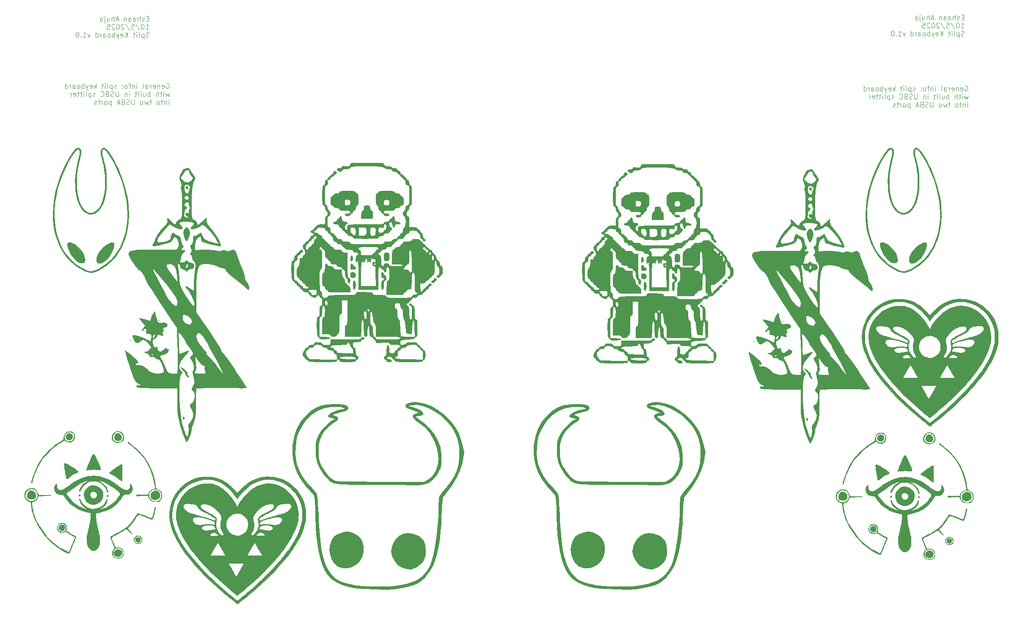
<source format=gbr>
%TF.GenerationSoftware,KiCad,Pcbnew,9.0.2*%
%TF.CreationDate,2025-10-08T19:34:12-05:00*%
%TF.ProjectId,keeb,6b656562-2e6b-4696-9361-645f70636258,rev?*%
%TF.SameCoordinates,Original*%
%TF.FileFunction,Legend,Bot*%
%TF.FilePolarity,Positive*%
%FSLAX46Y46*%
G04 Gerber Fmt 4.6, Leading zero omitted, Abs format (unit mm)*
G04 Created by KiCad (PCBNEW 9.0.2) date 2025-10-08 19:34:12*
%MOMM*%
%LPD*%
G01*
G04 APERTURE LIST*
%ADD10C,0.100000*%
%ADD11C,0.300000*%
%ADD12C,0.000000*%
G04 APERTURE END LIST*
D10*
X227010306Y-56914150D02*
X227105544Y-56866531D01*
X227105544Y-56866531D02*
X227248401Y-56866531D01*
X227248401Y-56866531D02*
X227391258Y-56914150D01*
X227391258Y-56914150D02*
X227486496Y-57009388D01*
X227486496Y-57009388D02*
X227534115Y-57104626D01*
X227534115Y-57104626D02*
X227581734Y-57295102D01*
X227581734Y-57295102D02*
X227581734Y-57437959D01*
X227581734Y-57437959D02*
X227534115Y-57628435D01*
X227534115Y-57628435D02*
X227486496Y-57723673D01*
X227486496Y-57723673D02*
X227391258Y-57818912D01*
X227391258Y-57818912D02*
X227248401Y-57866531D01*
X227248401Y-57866531D02*
X227153163Y-57866531D01*
X227153163Y-57866531D02*
X227010306Y-57818912D01*
X227010306Y-57818912D02*
X226962687Y-57771292D01*
X226962687Y-57771292D02*
X226962687Y-57437959D01*
X226962687Y-57437959D02*
X227153163Y-57437959D01*
X226153163Y-57818912D02*
X226248401Y-57866531D01*
X226248401Y-57866531D02*
X226438877Y-57866531D01*
X226438877Y-57866531D02*
X226534115Y-57818912D01*
X226534115Y-57818912D02*
X226581734Y-57723673D01*
X226581734Y-57723673D02*
X226581734Y-57342721D01*
X226581734Y-57342721D02*
X226534115Y-57247483D01*
X226534115Y-57247483D02*
X226438877Y-57199864D01*
X226438877Y-57199864D02*
X226248401Y-57199864D01*
X226248401Y-57199864D02*
X226153163Y-57247483D01*
X226153163Y-57247483D02*
X226105544Y-57342721D01*
X226105544Y-57342721D02*
X226105544Y-57437959D01*
X226105544Y-57437959D02*
X226581734Y-57533197D01*
X225676972Y-57199864D02*
X225676972Y-57866531D01*
X225676972Y-57295102D02*
X225629353Y-57247483D01*
X225629353Y-57247483D02*
X225534115Y-57199864D01*
X225534115Y-57199864D02*
X225391258Y-57199864D01*
X225391258Y-57199864D02*
X225296020Y-57247483D01*
X225296020Y-57247483D02*
X225248401Y-57342721D01*
X225248401Y-57342721D02*
X225248401Y-57866531D01*
X224391258Y-57818912D02*
X224486496Y-57866531D01*
X224486496Y-57866531D02*
X224676972Y-57866531D01*
X224676972Y-57866531D02*
X224772210Y-57818912D01*
X224772210Y-57818912D02*
X224819829Y-57723673D01*
X224819829Y-57723673D02*
X224819829Y-57342721D01*
X224819829Y-57342721D02*
X224772210Y-57247483D01*
X224772210Y-57247483D02*
X224676972Y-57199864D01*
X224676972Y-57199864D02*
X224486496Y-57199864D01*
X224486496Y-57199864D02*
X224391258Y-57247483D01*
X224391258Y-57247483D02*
X224343639Y-57342721D01*
X224343639Y-57342721D02*
X224343639Y-57437959D01*
X224343639Y-57437959D02*
X224819829Y-57533197D01*
X223915067Y-57866531D02*
X223915067Y-57199864D01*
X223915067Y-57390340D02*
X223867448Y-57295102D01*
X223867448Y-57295102D02*
X223819829Y-57247483D01*
X223819829Y-57247483D02*
X223724591Y-57199864D01*
X223724591Y-57199864D02*
X223629353Y-57199864D01*
X222867448Y-57866531D02*
X222867448Y-57342721D01*
X222867448Y-57342721D02*
X222915067Y-57247483D01*
X222915067Y-57247483D02*
X223010305Y-57199864D01*
X223010305Y-57199864D02*
X223200781Y-57199864D01*
X223200781Y-57199864D02*
X223296019Y-57247483D01*
X222867448Y-57818912D02*
X222962686Y-57866531D01*
X222962686Y-57866531D02*
X223200781Y-57866531D01*
X223200781Y-57866531D02*
X223296019Y-57818912D01*
X223296019Y-57818912D02*
X223343638Y-57723673D01*
X223343638Y-57723673D02*
X223343638Y-57628435D01*
X223343638Y-57628435D02*
X223296019Y-57533197D01*
X223296019Y-57533197D02*
X223200781Y-57485578D01*
X223200781Y-57485578D02*
X222962686Y-57485578D01*
X222962686Y-57485578D02*
X222867448Y-57437959D01*
X222248400Y-57866531D02*
X222343638Y-57818912D01*
X222343638Y-57818912D02*
X222391257Y-57723673D01*
X222391257Y-57723673D02*
X222391257Y-56866531D01*
X221105542Y-57866531D02*
X221105542Y-57199864D01*
X221105542Y-56866531D02*
X221153161Y-56914150D01*
X221153161Y-56914150D02*
X221105542Y-56961769D01*
X221105542Y-56961769D02*
X221057923Y-56914150D01*
X221057923Y-56914150D02*
X221105542Y-56866531D01*
X221105542Y-56866531D02*
X221105542Y-56961769D01*
X220629352Y-57199864D02*
X220629352Y-57866531D01*
X220629352Y-57295102D02*
X220581733Y-57247483D01*
X220581733Y-57247483D02*
X220486495Y-57199864D01*
X220486495Y-57199864D02*
X220343638Y-57199864D01*
X220343638Y-57199864D02*
X220248400Y-57247483D01*
X220248400Y-57247483D02*
X220200781Y-57342721D01*
X220200781Y-57342721D02*
X220200781Y-57866531D01*
X219867447Y-57199864D02*
X219486495Y-57199864D01*
X219724590Y-57866531D02*
X219724590Y-57009388D01*
X219724590Y-57009388D02*
X219676971Y-56914150D01*
X219676971Y-56914150D02*
X219581733Y-56866531D01*
X219581733Y-56866531D02*
X219486495Y-56866531D01*
X219010304Y-57866531D02*
X219105542Y-57818912D01*
X219105542Y-57818912D02*
X219153161Y-57771292D01*
X219153161Y-57771292D02*
X219200780Y-57676054D01*
X219200780Y-57676054D02*
X219200780Y-57390340D01*
X219200780Y-57390340D02*
X219153161Y-57295102D01*
X219153161Y-57295102D02*
X219105542Y-57247483D01*
X219105542Y-57247483D02*
X219010304Y-57199864D01*
X219010304Y-57199864D02*
X218867447Y-57199864D01*
X218867447Y-57199864D02*
X218772209Y-57247483D01*
X218772209Y-57247483D02*
X218724590Y-57295102D01*
X218724590Y-57295102D02*
X218676971Y-57390340D01*
X218676971Y-57390340D02*
X218676971Y-57676054D01*
X218676971Y-57676054D02*
X218724590Y-57771292D01*
X218724590Y-57771292D02*
X218772209Y-57818912D01*
X218772209Y-57818912D02*
X218867447Y-57866531D01*
X218867447Y-57866531D02*
X219010304Y-57866531D01*
X218248399Y-57771292D02*
X218200780Y-57818912D01*
X218200780Y-57818912D02*
X218248399Y-57866531D01*
X218248399Y-57866531D02*
X218296018Y-57818912D01*
X218296018Y-57818912D02*
X218248399Y-57771292D01*
X218248399Y-57771292D02*
X218248399Y-57866531D01*
X218248399Y-57247483D02*
X218200780Y-57295102D01*
X218200780Y-57295102D02*
X218248399Y-57342721D01*
X218248399Y-57342721D02*
X218296018Y-57295102D01*
X218296018Y-57295102D02*
X218248399Y-57247483D01*
X218248399Y-57247483D02*
X218248399Y-57342721D01*
X217057923Y-57818912D02*
X216962685Y-57866531D01*
X216962685Y-57866531D02*
X216772209Y-57866531D01*
X216772209Y-57866531D02*
X216676971Y-57818912D01*
X216676971Y-57818912D02*
X216629352Y-57723673D01*
X216629352Y-57723673D02*
X216629352Y-57676054D01*
X216629352Y-57676054D02*
X216676971Y-57580816D01*
X216676971Y-57580816D02*
X216772209Y-57533197D01*
X216772209Y-57533197D02*
X216915066Y-57533197D01*
X216915066Y-57533197D02*
X217010304Y-57485578D01*
X217010304Y-57485578D02*
X217057923Y-57390340D01*
X217057923Y-57390340D02*
X217057923Y-57342721D01*
X217057923Y-57342721D02*
X217010304Y-57247483D01*
X217010304Y-57247483D02*
X216915066Y-57199864D01*
X216915066Y-57199864D02*
X216772209Y-57199864D01*
X216772209Y-57199864D02*
X216676971Y-57247483D01*
X216200780Y-57199864D02*
X216200780Y-58199864D01*
X216200780Y-57247483D02*
X216105542Y-57199864D01*
X216105542Y-57199864D02*
X215915066Y-57199864D01*
X215915066Y-57199864D02*
X215819828Y-57247483D01*
X215819828Y-57247483D02*
X215772209Y-57295102D01*
X215772209Y-57295102D02*
X215724590Y-57390340D01*
X215724590Y-57390340D02*
X215724590Y-57676054D01*
X215724590Y-57676054D02*
X215772209Y-57771292D01*
X215772209Y-57771292D02*
X215819828Y-57818912D01*
X215819828Y-57818912D02*
X215915066Y-57866531D01*
X215915066Y-57866531D02*
X216105542Y-57866531D01*
X216105542Y-57866531D02*
X216200780Y-57818912D01*
X215153161Y-57866531D02*
X215248399Y-57818912D01*
X215248399Y-57818912D02*
X215296018Y-57723673D01*
X215296018Y-57723673D02*
X215296018Y-56866531D01*
X214772208Y-57866531D02*
X214772208Y-57199864D01*
X214772208Y-56866531D02*
X214819827Y-56914150D01*
X214819827Y-56914150D02*
X214772208Y-56961769D01*
X214772208Y-56961769D02*
X214724589Y-56914150D01*
X214724589Y-56914150D02*
X214772208Y-56866531D01*
X214772208Y-56866531D02*
X214772208Y-56961769D01*
X214438875Y-57199864D02*
X214057923Y-57199864D01*
X214296018Y-56866531D02*
X214296018Y-57723673D01*
X214296018Y-57723673D02*
X214248399Y-57818912D01*
X214248399Y-57818912D02*
X214153161Y-57866531D01*
X214153161Y-57866531D02*
X214057923Y-57866531D01*
X212962684Y-57866531D02*
X212962684Y-56866531D01*
X212867446Y-57485578D02*
X212581732Y-57866531D01*
X212581732Y-57199864D02*
X212962684Y-57580816D01*
X211772208Y-57818912D02*
X211867446Y-57866531D01*
X211867446Y-57866531D02*
X212057922Y-57866531D01*
X212057922Y-57866531D02*
X212153160Y-57818912D01*
X212153160Y-57818912D02*
X212200779Y-57723673D01*
X212200779Y-57723673D02*
X212200779Y-57342721D01*
X212200779Y-57342721D02*
X212153160Y-57247483D01*
X212153160Y-57247483D02*
X212057922Y-57199864D01*
X212057922Y-57199864D02*
X211867446Y-57199864D01*
X211867446Y-57199864D02*
X211772208Y-57247483D01*
X211772208Y-57247483D02*
X211724589Y-57342721D01*
X211724589Y-57342721D02*
X211724589Y-57437959D01*
X211724589Y-57437959D02*
X212200779Y-57533197D01*
X211391255Y-57199864D02*
X211153160Y-57866531D01*
X210915065Y-57199864D02*
X211153160Y-57866531D01*
X211153160Y-57866531D02*
X211248398Y-58104626D01*
X211248398Y-58104626D02*
X211296017Y-58152245D01*
X211296017Y-58152245D02*
X211391255Y-58199864D01*
X210534112Y-57866531D02*
X210534112Y-56866531D01*
X210534112Y-57247483D02*
X210438874Y-57199864D01*
X210438874Y-57199864D02*
X210248398Y-57199864D01*
X210248398Y-57199864D02*
X210153160Y-57247483D01*
X210153160Y-57247483D02*
X210105541Y-57295102D01*
X210105541Y-57295102D02*
X210057922Y-57390340D01*
X210057922Y-57390340D02*
X210057922Y-57676054D01*
X210057922Y-57676054D02*
X210105541Y-57771292D01*
X210105541Y-57771292D02*
X210153160Y-57818912D01*
X210153160Y-57818912D02*
X210248398Y-57866531D01*
X210248398Y-57866531D02*
X210438874Y-57866531D01*
X210438874Y-57866531D02*
X210534112Y-57818912D01*
X209486493Y-57866531D02*
X209581731Y-57818912D01*
X209581731Y-57818912D02*
X209629350Y-57771292D01*
X209629350Y-57771292D02*
X209676969Y-57676054D01*
X209676969Y-57676054D02*
X209676969Y-57390340D01*
X209676969Y-57390340D02*
X209629350Y-57295102D01*
X209629350Y-57295102D02*
X209581731Y-57247483D01*
X209581731Y-57247483D02*
X209486493Y-57199864D01*
X209486493Y-57199864D02*
X209343636Y-57199864D01*
X209343636Y-57199864D02*
X209248398Y-57247483D01*
X209248398Y-57247483D02*
X209200779Y-57295102D01*
X209200779Y-57295102D02*
X209153160Y-57390340D01*
X209153160Y-57390340D02*
X209153160Y-57676054D01*
X209153160Y-57676054D02*
X209200779Y-57771292D01*
X209200779Y-57771292D02*
X209248398Y-57818912D01*
X209248398Y-57818912D02*
X209343636Y-57866531D01*
X209343636Y-57866531D02*
X209486493Y-57866531D01*
X208296017Y-57866531D02*
X208296017Y-57342721D01*
X208296017Y-57342721D02*
X208343636Y-57247483D01*
X208343636Y-57247483D02*
X208438874Y-57199864D01*
X208438874Y-57199864D02*
X208629350Y-57199864D01*
X208629350Y-57199864D02*
X208724588Y-57247483D01*
X208296017Y-57818912D02*
X208391255Y-57866531D01*
X208391255Y-57866531D02*
X208629350Y-57866531D01*
X208629350Y-57866531D02*
X208724588Y-57818912D01*
X208724588Y-57818912D02*
X208772207Y-57723673D01*
X208772207Y-57723673D02*
X208772207Y-57628435D01*
X208772207Y-57628435D02*
X208724588Y-57533197D01*
X208724588Y-57533197D02*
X208629350Y-57485578D01*
X208629350Y-57485578D02*
X208391255Y-57485578D01*
X208391255Y-57485578D02*
X208296017Y-57437959D01*
X207819826Y-57866531D02*
X207819826Y-57199864D01*
X207819826Y-57390340D02*
X207772207Y-57295102D01*
X207772207Y-57295102D02*
X207724588Y-57247483D01*
X207724588Y-57247483D02*
X207629350Y-57199864D01*
X207629350Y-57199864D02*
X207534112Y-57199864D01*
X206772207Y-57866531D02*
X206772207Y-56866531D01*
X206772207Y-57818912D02*
X206867445Y-57866531D01*
X206867445Y-57866531D02*
X207057921Y-57866531D01*
X207057921Y-57866531D02*
X207153159Y-57818912D01*
X207153159Y-57818912D02*
X207200778Y-57771292D01*
X207200778Y-57771292D02*
X207248397Y-57676054D01*
X207248397Y-57676054D02*
X207248397Y-57390340D01*
X207248397Y-57390340D02*
X207200778Y-57295102D01*
X207200778Y-57295102D02*
X207153159Y-57247483D01*
X207153159Y-57247483D02*
X207057921Y-57199864D01*
X207057921Y-57199864D02*
X206867445Y-57199864D01*
X206867445Y-57199864D02*
X206772207Y-57247483D01*
X227629353Y-58809808D02*
X227438877Y-59476475D01*
X227438877Y-59476475D02*
X227248401Y-59000284D01*
X227248401Y-59000284D02*
X227057925Y-59476475D01*
X227057925Y-59476475D02*
X226867449Y-58809808D01*
X226486496Y-59476475D02*
X226486496Y-58809808D01*
X226486496Y-58476475D02*
X226534115Y-58524094D01*
X226534115Y-58524094D02*
X226486496Y-58571713D01*
X226486496Y-58571713D02*
X226438877Y-58524094D01*
X226438877Y-58524094D02*
X226486496Y-58476475D01*
X226486496Y-58476475D02*
X226486496Y-58571713D01*
X226153163Y-58809808D02*
X225772211Y-58809808D01*
X226010306Y-58476475D02*
X226010306Y-59333617D01*
X226010306Y-59333617D02*
X225962687Y-59428856D01*
X225962687Y-59428856D02*
X225867449Y-59476475D01*
X225867449Y-59476475D02*
X225772211Y-59476475D01*
X225438877Y-59476475D02*
X225438877Y-58476475D01*
X225010306Y-59476475D02*
X225010306Y-58952665D01*
X225010306Y-58952665D02*
X225057925Y-58857427D01*
X225057925Y-58857427D02*
X225153163Y-58809808D01*
X225153163Y-58809808D02*
X225296020Y-58809808D01*
X225296020Y-58809808D02*
X225391258Y-58857427D01*
X225391258Y-58857427D02*
X225438877Y-58905046D01*
X223772210Y-59476475D02*
X223772210Y-58476475D01*
X223772210Y-58857427D02*
X223676972Y-58809808D01*
X223676972Y-58809808D02*
X223486496Y-58809808D01*
X223486496Y-58809808D02*
X223391258Y-58857427D01*
X223391258Y-58857427D02*
X223343639Y-58905046D01*
X223343639Y-58905046D02*
X223296020Y-59000284D01*
X223296020Y-59000284D02*
X223296020Y-59285998D01*
X223296020Y-59285998D02*
X223343639Y-59381236D01*
X223343639Y-59381236D02*
X223391258Y-59428856D01*
X223391258Y-59428856D02*
X223486496Y-59476475D01*
X223486496Y-59476475D02*
X223676972Y-59476475D01*
X223676972Y-59476475D02*
X223772210Y-59428856D01*
X222438877Y-58809808D02*
X222438877Y-59476475D01*
X222867448Y-58809808D02*
X222867448Y-59333617D01*
X222867448Y-59333617D02*
X222819829Y-59428856D01*
X222819829Y-59428856D02*
X222724591Y-59476475D01*
X222724591Y-59476475D02*
X222581734Y-59476475D01*
X222581734Y-59476475D02*
X222486496Y-59428856D01*
X222486496Y-59428856D02*
X222438877Y-59381236D01*
X221962686Y-59476475D02*
X221962686Y-58809808D01*
X221962686Y-58476475D02*
X222010305Y-58524094D01*
X222010305Y-58524094D02*
X221962686Y-58571713D01*
X221962686Y-58571713D02*
X221915067Y-58524094D01*
X221915067Y-58524094D02*
X221962686Y-58476475D01*
X221962686Y-58476475D02*
X221962686Y-58571713D01*
X221343639Y-59476475D02*
X221438877Y-59428856D01*
X221438877Y-59428856D02*
X221486496Y-59333617D01*
X221486496Y-59333617D02*
X221486496Y-58476475D01*
X221105543Y-58809808D02*
X220724591Y-58809808D01*
X220962686Y-58476475D02*
X220962686Y-59333617D01*
X220962686Y-59333617D02*
X220915067Y-59428856D01*
X220915067Y-59428856D02*
X220819829Y-59476475D01*
X220819829Y-59476475D02*
X220724591Y-59476475D01*
X219629352Y-59476475D02*
X219629352Y-58809808D01*
X219629352Y-58476475D02*
X219676971Y-58524094D01*
X219676971Y-58524094D02*
X219629352Y-58571713D01*
X219629352Y-58571713D02*
X219581733Y-58524094D01*
X219581733Y-58524094D02*
X219629352Y-58476475D01*
X219629352Y-58476475D02*
X219629352Y-58571713D01*
X219153162Y-58809808D02*
X219153162Y-59476475D01*
X219153162Y-58905046D02*
X219105543Y-58857427D01*
X219105543Y-58857427D02*
X219010305Y-58809808D01*
X219010305Y-58809808D02*
X218867448Y-58809808D01*
X218867448Y-58809808D02*
X218772210Y-58857427D01*
X218772210Y-58857427D02*
X218724591Y-58952665D01*
X218724591Y-58952665D02*
X218724591Y-59476475D01*
X217486495Y-58476475D02*
X217486495Y-59285998D01*
X217486495Y-59285998D02*
X217438876Y-59381236D01*
X217438876Y-59381236D02*
X217391257Y-59428856D01*
X217391257Y-59428856D02*
X217296019Y-59476475D01*
X217296019Y-59476475D02*
X217105543Y-59476475D01*
X217105543Y-59476475D02*
X217010305Y-59428856D01*
X217010305Y-59428856D02*
X216962686Y-59381236D01*
X216962686Y-59381236D02*
X216915067Y-59285998D01*
X216915067Y-59285998D02*
X216915067Y-58476475D01*
X216486495Y-59428856D02*
X216343638Y-59476475D01*
X216343638Y-59476475D02*
X216105543Y-59476475D01*
X216105543Y-59476475D02*
X216010305Y-59428856D01*
X216010305Y-59428856D02*
X215962686Y-59381236D01*
X215962686Y-59381236D02*
X215915067Y-59285998D01*
X215915067Y-59285998D02*
X215915067Y-59190760D01*
X215915067Y-59190760D02*
X215962686Y-59095522D01*
X215962686Y-59095522D02*
X216010305Y-59047903D01*
X216010305Y-59047903D02*
X216105543Y-59000284D01*
X216105543Y-59000284D02*
X216296019Y-58952665D01*
X216296019Y-58952665D02*
X216391257Y-58905046D01*
X216391257Y-58905046D02*
X216438876Y-58857427D01*
X216438876Y-58857427D02*
X216486495Y-58762189D01*
X216486495Y-58762189D02*
X216486495Y-58666951D01*
X216486495Y-58666951D02*
X216438876Y-58571713D01*
X216438876Y-58571713D02*
X216391257Y-58524094D01*
X216391257Y-58524094D02*
X216296019Y-58476475D01*
X216296019Y-58476475D02*
X216057924Y-58476475D01*
X216057924Y-58476475D02*
X215915067Y-58524094D01*
X215153162Y-58952665D02*
X215010305Y-59000284D01*
X215010305Y-59000284D02*
X214962686Y-59047903D01*
X214962686Y-59047903D02*
X214915067Y-59143141D01*
X214915067Y-59143141D02*
X214915067Y-59285998D01*
X214915067Y-59285998D02*
X214962686Y-59381236D01*
X214962686Y-59381236D02*
X215010305Y-59428856D01*
X215010305Y-59428856D02*
X215105543Y-59476475D01*
X215105543Y-59476475D02*
X215486495Y-59476475D01*
X215486495Y-59476475D02*
X215486495Y-58476475D01*
X215486495Y-58476475D02*
X215153162Y-58476475D01*
X215153162Y-58476475D02*
X215057924Y-58524094D01*
X215057924Y-58524094D02*
X215010305Y-58571713D01*
X215010305Y-58571713D02*
X214962686Y-58666951D01*
X214962686Y-58666951D02*
X214962686Y-58762189D01*
X214962686Y-58762189D02*
X215010305Y-58857427D01*
X215010305Y-58857427D02*
X215057924Y-58905046D01*
X215057924Y-58905046D02*
X215153162Y-58952665D01*
X215153162Y-58952665D02*
X215486495Y-58952665D01*
X213915067Y-59381236D02*
X213962686Y-59428856D01*
X213962686Y-59428856D02*
X214105543Y-59476475D01*
X214105543Y-59476475D02*
X214200781Y-59476475D01*
X214200781Y-59476475D02*
X214343638Y-59428856D01*
X214343638Y-59428856D02*
X214438876Y-59333617D01*
X214438876Y-59333617D02*
X214486495Y-59238379D01*
X214486495Y-59238379D02*
X214534114Y-59047903D01*
X214534114Y-59047903D02*
X214534114Y-58905046D01*
X214534114Y-58905046D02*
X214486495Y-58714570D01*
X214486495Y-58714570D02*
X214438876Y-58619332D01*
X214438876Y-58619332D02*
X214343638Y-58524094D01*
X214343638Y-58524094D02*
X214200781Y-58476475D01*
X214200781Y-58476475D02*
X214105543Y-58476475D01*
X214105543Y-58476475D02*
X213962686Y-58524094D01*
X213962686Y-58524094D02*
X213915067Y-58571713D01*
X212772209Y-59428856D02*
X212676971Y-59476475D01*
X212676971Y-59476475D02*
X212486495Y-59476475D01*
X212486495Y-59476475D02*
X212391257Y-59428856D01*
X212391257Y-59428856D02*
X212343638Y-59333617D01*
X212343638Y-59333617D02*
X212343638Y-59285998D01*
X212343638Y-59285998D02*
X212391257Y-59190760D01*
X212391257Y-59190760D02*
X212486495Y-59143141D01*
X212486495Y-59143141D02*
X212629352Y-59143141D01*
X212629352Y-59143141D02*
X212724590Y-59095522D01*
X212724590Y-59095522D02*
X212772209Y-59000284D01*
X212772209Y-59000284D02*
X212772209Y-58952665D01*
X212772209Y-58952665D02*
X212724590Y-58857427D01*
X212724590Y-58857427D02*
X212629352Y-58809808D01*
X212629352Y-58809808D02*
X212486495Y-58809808D01*
X212486495Y-58809808D02*
X212391257Y-58857427D01*
X211915066Y-58809808D02*
X211915066Y-59809808D01*
X211915066Y-58857427D02*
X211819828Y-58809808D01*
X211819828Y-58809808D02*
X211629352Y-58809808D01*
X211629352Y-58809808D02*
X211534114Y-58857427D01*
X211534114Y-58857427D02*
X211486495Y-58905046D01*
X211486495Y-58905046D02*
X211438876Y-59000284D01*
X211438876Y-59000284D02*
X211438876Y-59285998D01*
X211438876Y-59285998D02*
X211486495Y-59381236D01*
X211486495Y-59381236D02*
X211534114Y-59428856D01*
X211534114Y-59428856D02*
X211629352Y-59476475D01*
X211629352Y-59476475D02*
X211819828Y-59476475D01*
X211819828Y-59476475D02*
X211915066Y-59428856D01*
X210867447Y-59476475D02*
X210962685Y-59428856D01*
X210962685Y-59428856D02*
X211010304Y-59333617D01*
X211010304Y-59333617D02*
X211010304Y-58476475D01*
X210486494Y-59476475D02*
X210486494Y-58809808D01*
X210486494Y-58476475D02*
X210534113Y-58524094D01*
X210534113Y-58524094D02*
X210486494Y-58571713D01*
X210486494Y-58571713D02*
X210438875Y-58524094D01*
X210438875Y-58524094D02*
X210486494Y-58476475D01*
X210486494Y-58476475D02*
X210486494Y-58571713D01*
X210153161Y-58809808D02*
X209772209Y-58809808D01*
X210010304Y-58476475D02*
X210010304Y-59333617D01*
X210010304Y-59333617D02*
X209962685Y-59428856D01*
X209962685Y-59428856D02*
X209867447Y-59476475D01*
X209867447Y-59476475D02*
X209772209Y-59476475D01*
X209581732Y-58809808D02*
X209200780Y-58809808D01*
X209438875Y-58476475D02*
X209438875Y-59333617D01*
X209438875Y-59333617D02*
X209391256Y-59428856D01*
X209391256Y-59428856D02*
X209296018Y-59476475D01*
X209296018Y-59476475D02*
X209200780Y-59476475D01*
X208486494Y-59428856D02*
X208581732Y-59476475D01*
X208581732Y-59476475D02*
X208772208Y-59476475D01*
X208772208Y-59476475D02*
X208867446Y-59428856D01*
X208867446Y-59428856D02*
X208915065Y-59333617D01*
X208915065Y-59333617D02*
X208915065Y-58952665D01*
X208915065Y-58952665D02*
X208867446Y-58857427D01*
X208867446Y-58857427D02*
X208772208Y-58809808D01*
X208772208Y-58809808D02*
X208581732Y-58809808D01*
X208581732Y-58809808D02*
X208486494Y-58857427D01*
X208486494Y-58857427D02*
X208438875Y-58952665D01*
X208438875Y-58952665D02*
X208438875Y-59047903D01*
X208438875Y-59047903D02*
X208915065Y-59143141D01*
X208010303Y-59476475D02*
X208010303Y-58809808D01*
X208010303Y-59000284D02*
X207962684Y-58905046D01*
X207962684Y-58905046D02*
X207915065Y-58857427D01*
X207915065Y-58857427D02*
X207819827Y-58809808D01*
X207819827Y-58809808D02*
X207724589Y-58809808D01*
X227534115Y-61086419D02*
X227534115Y-60419752D01*
X227534115Y-60086419D02*
X227581734Y-60134038D01*
X227581734Y-60134038D02*
X227534115Y-60181657D01*
X227534115Y-60181657D02*
X227486496Y-60134038D01*
X227486496Y-60134038D02*
X227534115Y-60086419D01*
X227534115Y-60086419D02*
X227534115Y-60181657D01*
X227057925Y-60419752D02*
X227057925Y-61086419D01*
X227057925Y-60514990D02*
X227010306Y-60467371D01*
X227010306Y-60467371D02*
X226915068Y-60419752D01*
X226915068Y-60419752D02*
X226772211Y-60419752D01*
X226772211Y-60419752D02*
X226676973Y-60467371D01*
X226676973Y-60467371D02*
X226629354Y-60562609D01*
X226629354Y-60562609D02*
X226629354Y-61086419D01*
X226296020Y-60419752D02*
X225915068Y-60419752D01*
X226153163Y-60086419D02*
X226153163Y-60943561D01*
X226153163Y-60943561D02*
X226105544Y-61038800D01*
X226105544Y-61038800D02*
X226010306Y-61086419D01*
X226010306Y-61086419D02*
X225915068Y-61086419D01*
X225438877Y-61086419D02*
X225534115Y-61038800D01*
X225534115Y-61038800D02*
X225581734Y-60991180D01*
X225581734Y-60991180D02*
X225629353Y-60895942D01*
X225629353Y-60895942D02*
X225629353Y-60610228D01*
X225629353Y-60610228D02*
X225581734Y-60514990D01*
X225581734Y-60514990D02*
X225534115Y-60467371D01*
X225534115Y-60467371D02*
X225438877Y-60419752D01*
X225438877Y-60419752D02*
X225296020Y-60419752D01*
X225296020Y-60419752D02*
X225200782Y-60467371D01*
X225200782Y-60467371D02*
X225153163Y-60514990D01*
X225153163Y-60514990D02*
X225105544Y-60610228D01*
X225105544Y-60610228D02*
X225105544Y-60895942D01*
X225105544Y-60895942D02*
X225153163Y-60991180D01*
X225153163Y-60991180D02*
X225200782Y-61038800D01*
X225200782Y-61038800D02*
X225296020Y-61086419D01*
X225296020Y-61086419D02*
X225438877Y-61086419D01*
X224057924Y-60419752D02*
X223676972Y-60419752D01*
X223915067Y-60086419D02*
X223915067Y-60943561D01*
X223915067Y-60943561D02*
X223867448Y-61038800D01*
X223867448Y-61038800D02*
X223772210Y-61086419D01*
X223772210Y-61086419D02*
X223676972Y-61086419D01*
X223438876Y-60419752D02*
X223248400Y-61086419D01*
X223248400Y-61086419D02*
X223057924Y-60610228D01*
X223057924Y-60610228D02*
X222867448Y-61086419D01*
X222867448Y-61086419D02*
X222676972Y-60419752D01*
X222153162Y-61086419D02*
X222248400Y-61038800D01*
X222248400Y-61038800D02*
X222296019Y-60991180D01*
X222296019Y-60991180D02*
X222343638Y-60895942D01*
X222343638Y-60895942D02*
X222343638Y-60610228D01*
X222343638Y-60610228D02*
X222296019Y-60514990D01*
X222296019Y-60514990D02*
X222248400Y-60467371D01*
X222248400Y-60467371D02*
X222153162Y-60419752D01*
X222153162Y-60419752D02*
X222010305Y-60419752D01*
X222010305Y-60419752D02*
X221915067Y-60467371D01*
X221915067Y-60467371D02*
X221867448Y-60514990D01*
X221867448Y-60514990D02*
X221819829Y-60610228D01*
X221819829Y-60610228D02*
X221819829Y-60895942D01*
X221819829Y-60895942D02*
X221867448Y-60991180D01*
X221867448Y-60991180D02*
X221915067Y-61038800D01*
X221915067Y-61038800D02*
X222010305Y-61086419D01*
X222010305Y-61086419D02*
X222153162Y-61086419D01*
X220629352Y-60086419D02*
X220629352Y-60895942D01*
X220629352Y-60895942D02*
X220581733Y-60991180D01*
X220581733Y-60991180D02*
X220534114Y-61038800D01*
X220534114Y-61038800D02*
X220438876Y-61086419D01*
X220438876Y-61086419D02*
X220248400Y-61086419D01*
X220248400Y-61086419D02*
X220153162Y-61038800D01*
X220153162Y-61038800D02*
X220105543Y-60991180D01*
X220105543Y-60991180D02*
X220057924Y-60895942D01*
X220057924Y-60895942D02*
X220057924Y-60086419D01*
X219629352Y-61038800D02*
X219486495Y-61086419D01*
X219486495Y-61086419D02*
X219248400Y-61086419D01*
X219248400Y-61086419D02*
X219153162Y-61038800D01*
X219153162Y-61038800D02*
X219105543Y-60991180D01*
X219105543Y-60991180D02*
X219057924Y-60895942D01*
X219057924Y-60895942D02*
X219057924Y-60800704D01*
X219057924Y-60800704D02*
X219105543Y-60705466D01*
X219105543Y-60705466D02*
X219153162Y-60657847D01*
X219153162Y-60657847D02*
X219248400Y-60610228D01*
X219248400Y-60610228D02*
X219438876Y-60562609D01*
X219438876Y-60562609D02*
X219534114Y-60514990D01*
X219534114Y-60514990D02*
X219581733Y-60467371D01*
X219581733Y-60467371D02*
X219629352Y-60372133D01*
X219629352Y-60372133D02*
X219629352Y-60276895D01*
X219629352Y-60276895D02*
X219581733Y-60181657D01*
X219581733Y-60181657D02*
X219534114Y-60134038D01*
X219534114Y-60134038D02*
X219438876Y-60086419D01*
X219438876Y-60086419D02*
X219200781Y-60086419D01*
X219200781Y-60086419D02*
X219057924Y-60134038D01*
X218296019Y-60562609D02*
X218153162Y-60610228D01*
X218153162Y-60610228D02*
X218105543Y-60657847D01*
X218105543Y-60657847D02*
X218057924Y-60753085D01*
X218057924Y-60753085D02*
X218057924Y-60895942D01*
X218057924Y-60895942D02*
X218105543Y-60991180D01*
X218105543Y-60991180D02*
X218153162Y-61038800D01*
X218153162Y-61038800D02*
X218248400Y-61086419D01*
X218248400Y-61086419D02*
X218629352Y-61086419D01*
X218629352Y-61086419D02*
X218629352Y-60086419D01*
X218629352Y-60086419D02*
X218296019Y-60086419D01*
X218296019Y-60086419D02*
X218200781Y-60134038D01*
X218200781Y-60134038D02*
X218153162Y-60181657D01*
X218153162Y-60181657D02*
X218105543Y-60276895D01*
X218105543Y-60276895D02*
X218105543Y-60372133D01*
X218105543Y-60372133D02*
X218153162Y-60467371D01*
X218153162Y-60467371D02*
X218200781Y-60514990D01*
X218200781Y-60514990D02*
X218296019Y-60562609D01*
X218296019Y-60562609D02*
X218629352Y-60562609D01*
X217676971Y-60800704D02*
X217200781Y-60800704D01*
X217772209Y-61086419D02*
X217438876Y-60086419D01*
X217438876Y-60086419D02*
X217105543Y-61086419D01*
X216010304Y-60419752D02*
X216010304Y-61419752D01*
X216010304Y-60467371D02*
X215915066Y-60419752D01*
X215915066Y-60419752D02*
X215724590Y-60419752D01*
X215724590Y-60419752D02*
X215629352Y-60467371D01*
X215629352Y-60467371D02*
X215581733Y-60514990D01*
X215581733Y-60514990D02*
X215534114Y-60610228D01*
X215534114Y-60610228D02*
X215534114Y-60895942D01*
X215534114Y-60895942D02*
X215581733Y-60991180D01*
X215581733Y-60991180D02*
X215629352Y-61038800D01*
X215629352Y-61038800D02*
X215724590Y-61086419D01*
X215724590Y-61086419D02*
X215915066Y-61086419D01*
X215915066Y-61086419D02*
X216010304Y-61038800D01*
X214962685Y-61086419D02*
X215057923Y-61038800D01*
X215057923Y-61038800D02*
X215105542Y-60991180D01*
X215105542Y-60991180D02*
X215153161Y-60895942D01*
X215153161Y-60895942D02*
X215153161Y-60610228D01*
X215153161Y-60610228D02*
X215105542Y-60514990D01*
X215105542Y-60514990D02*
X215057923Y-60467371D01*
X215057923Y-60467371D02*
X214962685Y-60419752D01*
X214962685Y-60419752D02*
X214819828Y-60419752D01*
X214819828Y-60419752D02*
X214724590Y-60467371D01*
X214724590Y-60467371D02*
X214676971Y-60514990D01*
X214676971Y-60514990D02*
X214629352Y-60610228D01*
X214629352Y-60610228D02*
X214629352Y-60895942D01*
X214629352Y-60895942D02*
X214676971Y-60991180D01*
X214676971Y-60991180D02*
X214724590Y-61038800D01*
X214724590Y-61038800D02*
X214819828Y-61086419D01*
X214819828Y-61086419D02*
X214962685Y-61086419D01*
X214200780Y-61086419D02*
X214200780Y-60419752D01*
X214200780Y-60610228D02*
X214153161Y-60514990D01*
X214153161Y-60514990D02*
X214105542Y-60467371D01*
X214105542Y-60467371D02*
X214010304Y-60419752D01*
X214010304Y-60419752D02*
X213915066Y-60419752D01*
X213724589Y-60419752D02*
X213343637Y-60419752D01*
X213581732Y-60086419D02*
X213581732Y-60943561D01*
X213581732Y-60943561D02*
X213534113Y-61038800D01*
X213534113Y-61038800D02*
X213438875Y-61086419D01*
X213438875Y-61086419D02*
X213343637Y-61086419D01*
X213057922Y-61038800D02*
X212962684Y-61086419D01*
X212962684Y-61086419D02*
X212772208Y-61086419D01*
X212772208Y-61086419D02*
X212676970Y-61038800D01*
X212676970Y-61038800D02*
X212629351Y-60943561D01*
X212629351Y-60943561D02*
X212629351Y-60895942D01*
X212629351Y-60895942D02*
X212676970Y-60800704D01*
X212676970Y-60800704D02*
X212772208Y-60753085D01*
X212772208Y-60753085D02*
X212915065Y-60753085D01*
X212915065Y-60753085D02*
X213010303Y-60705466D01*
X213010303Y-60705466D02*
X213057922Y-60610228D01*
X213057922Y-60610228D02*
X213057922Y-60562609D01*
X213057922Y-60562609D02*
X213010303Y-60467371D01*
X213010303Y-60467371D02*
X212915065Y-60419752D01*
X212915065Y-60419752D02*
X212772208Y-60419752D01*
X212772208Y-60419752D02*
X212676970Y-60467371D01*
X67244306Y-56406150D02*
X67339544Y-56358531D01*
X67339544Y-56358531D02*
X67482401Y-56358531D01*
X67482401Y-56358531D02*
X67625258Y-56406150D01*
X67625258Y-56406150D02*
X67720496Y-56501388D01*
X67720496Y-56501388D02*
X67768115Y-56596626D01*
X67768115Y-56596626D02*
X67815734Y-56787102D01*
X67815734Y-56787102D02*
X67815734Y-56929959D01*
X67815734Y-56929959D02*
X67768115Y-57120435D01*
X67768115Y-57120435D02*
X67720496Y-57215673D01*
X67720496Y-57215673D02*
X67625258Y-57310912D01*
X67625258Y-57310912D02*
X67482401Y-57358531D01*
X67482401Y-57358531D02*
X67387163Y-57358531D01*
X67387163Y-57358531D02*
X67244306Y-57310912D01*
X67244306Y-57310912D02*
X67196687Y-57263292D01*
X67196687Y-57263292D02*
X67196687Y-56929959D01*
X67196687Y-56929959D02*
X67387163Y-56929959D01*
X66387163Y-57310912D02*
X66482401Y-57358531D01*
X66482401Y-57358531D02*
X66672877Y-57358531D01*
X66672877Y-57358531D02*
X66768115Y-57310912D01*
X66768115Y-57310912D02*
X66815734Y-57215673D01*
X66815734Y-57215673D02*
X66815734Y-56834721D01*
X66815734Y-56834721D02*
X66768115Y-56739483D01*
X66768115Y-56739483D02*
X66672877Y-56691864D01*
X66672877Y-56691864D02*
X66482401Y-56691864D01*
X66482401Y-56691864D02*
X66387163Y-56739483D01*
X66387163Y-56739483D02*
X66339544Y-56834721D01*
X66339544Y-56834721D02*
X66339544Y-56929959D01*
X66339544Y-56929959D02*
X66815734Y-57025197D01*
X65910972Y-56691864D02*
X65910972Y-57358531D01*
X65910972Y-56787102D02*
X65863353Y-56739483D01*
X65863353Y-56739483D02*
X65768115Y-56691864D01*
X65768115Y-56691864D02*
X65625258Y-56691864D01*
X65625258Y-56691864D02*
X65530020Y-56739483D01*
X65530020Y-56739483D02*
X65482401Y-56834721D01*
X65482401Y-56834721D02*
X65482401Y-57358531D01*
X64625258Y-57310912D02*
X64720496Y-57358531D01*
X64720496Y-57358531D02*
X64910972Y-57358531D01*
X64910972Y-57358531D02*
X65006210Y-57310912D01*
X65006210Y-57310912D02*
X65053829Y-57215673D01*
X65053829Y-57215673D02*
X65053829Y-56834721D01*
X65053829Y-56834721D02*
X65006210Y-56739483D01*
X65006210Y-56739483D02*
X64910972Y-56691864D01*
X64910972Y-56691864D02*
X64720496Y-56691864D01*
X64720496Y-56691864D02*
X64625258Y-56739483D01*
X64625258Y-56739483D02*
X64577639Y-56834721D01*
X64577639Y-56834721D02*
X64577639Y-56929959D01*
X64577639Y-56929959D02*
X65053829Y-57025197D01*
X64149067Y-57358531D02*
X64149067Y-56691864D01*
X64149067Y-56882340D02*
X64101448Y-56787102D01*
X64101448Y-56787102D02*
X64053829Y-56739483D01*
X64053829Y-56739483D02*
X63958591Y-56691864D01*
X63958591Y-56691864D02*
X63863353Y-56691864D01*
X63101448Y-57358531D02*
X63101448Y-56834721D01*
X63101448Y-56834721D02*
X63149067Y-56739483D01*
X63149067Y-56739483D02*
X63244305Y-56691864D01*
X63244305Y-56691864D02*
X63434781Y-56691864D01*
X63434781Y-56691864D02*
X63530019Y-56739483D01*
X63101448Y-57310912D02*
X63196686Y-57358531D01*
X63196686Y-57358531D02*
X63434781Y-57358531D01*
X63434781Y-57358531D02*
X63530019Y-57310912D01*
X63530019Y-57310912D02*
X63577638Y-57215673D01*
X63577638Y-57215673D02*
X63577638Y-57120435D01*
X63577638Y-57120435D02*
X63530019Y-57025197D01*
X63530019Y-57025197D02*
X63434781Y-56977578D01*
X63434781Y-56977578D02*
X63196686Y-56977578D01*
X63196686Y-56977578D02*
X63101448Y-56929959D01*
X62482400Y-57358531D02*
X62577638Y-57310912D01*
X62577638Y-57310912D02*
X62625257Y-57215673D01*
X62625257Y-57215673D02*
X62625257Y-56358531D01*
X61339542Y-57358531D02*
X61339542Y-56691864D01*
X61339542Y-56358531D02*
X61387161Y-56406150D01*
X61387161Y-56406150D02*
X61339542Y-56453769D01*
X61339542Y-56453769D02*
X61291923Y-56406150D01*
X61291923Y-56406150D02*
X61339542Y-56358531D01*
X61339542Y-56358531D02*
X61339542Y-56453769D01*
X60863352Y-56691864D02*
X60863352Y-57358531D01*
X60863352Y-56787102D02*
X60815733Y-56739483D01*
X60815733Y-56739483D02*
X60720495Y-56691864D01*
X60720495Y-56691864D02*
X60577638Y-56691864D01*
X60577638Y-56691864D02*
X60482400Y-56739483D01*
X60482400Y-56739483D02*
X60434781Y-56834721D01*
X60434781Y-56834721D02*
X60434781Y-57358531D01*
X60101447Y-56691864D02*
X59720495Y-56691864D01*
X59958590Y-57358531D02*
X59958590Y-56501388D01*
X59958590Y-56501388D02*
X59910971Y-56406150D01*
X59910971Y-56406150D02*
X59815733Y-56358531D01*
X59815733Y-56358531D02*
X59720495Y-56358531D01*
X59244304Y-57358531D02*
X59339542Y-57310912D01*
X59339542Y-57310912D02*
X59387161Y-57263292D01*
X59387161Y-57263292D02*
X59434780Y-57168054D01*
X59434780Y-57168054D02*
X59434780Y-56882340D01*
X59434780Y-56882340D02*
X59387161Y-56787102D01*
X59387161Y-56787102D02*
X59339542Y-56739483D01*
X59339542Y-56739483D02*
X59244304Y-56691864D01*
X59244304Y-56691864D02*
X59101447Y-56691864D01*
X59101447Y-56691864D02*
X59006209Y-56739483D01*
X59006209Y-56739483D02*
X58958590Y-56787102D01*
X58958590Y-56787102D02*
X58910971Y-56882340D01*
X58910971Y-56882340D02*
X58910971Y-57168054D01*
X58910971Y-57168054D02*
X58958590Y-57263292D01*
X58958590Y-57263292D02*
X59006209Y-57310912D01*
X59006209Y-57310912D02*
X59101447Y-57358531D01*
X59101447Y-57358531D02*
X59244304Y-57358531D01*
X58482399Y-57263292D02*
X58434780Y-57310912D01*
X58434780Y-57310912D02*
X58482399Y-57358531D01*
X58482399Y-57358531D02*
X58530018Y-57310912D01*
X58530018Y-57310912D02*
X58482399Y-57263292D01*
X58482399Y-57263292D02*
X58482399Y-57358531D01*
X58482399Y-56739483D02*
X58434780Y-56787102D01*
X58434780Y-56787102D02*
X58482399Y-56834721D01*
X58482399Y-56834721D02*
X58530018Y-56787102D01*
X58530018Y-56787102D02*
X58482399Y-56739483D01*
X58482399Y-56739483D02*
X58482399Y-56834721D01*
X57291923Y-57310912D02*
X57196685Y-57358531D01*
X57196685Y-57358531D02*
X57006209Y-57358531D01*
X57006209Y-57358531D02*
X56910971Y-57310912D01*
X56910971Y-57310912D02*
X56863352Y-57215673D01*
X56863352Y-57215673D02*
X56863352Y-57168054D01*
X56863352Y-57168054D02*
X56910971Y-57072816D01*
X56910971Y-57072816D02*
X57006209Y-57025197D01*
X57006209Y-57025197D02*
X57149066Y-57025197D01*
X57149066Y-57025197D02*
X57244304Y-56977578D01*
X57244304Y-56977578D02*
X57291923Y-56882340D01*
X57291923Y-56882340D02*
X57291923Y-56834721D01*
X57291923Y-56834721D02*
X57244304Y-56739483D01*
X57244304Y-56739483D02*
X57149066Y-56691864D01*
X57149066Y-56691864D02*
X57006209Y-56691864D01*
X57006209Y-56691864D02*
X56910971Y-56739483D01*
X56434780Y-56691864D02*
X56434780Y-57691864D01*
X56434780Y-56739483D02*
X56339542Y-56691864D01*
X56339542Y-56691864D02*
X56149066Y-56691864D01*
X56149066Y-56691864D02*
X56053828Y-56739483D01*
X56053828Y-56739483D02*
X56006209Y-56787102D01*
X56006209Y-56787102D02*
X55958590Y-56882340D01*
X55958590Y-56882340D02*
X55958590Y-57168054D01*
X55958590Y-57168054D02*
X56006209Y-57263292D01*
X56006209Y-57263292D02*
X56053828Y-57310912D01*
X56053828Y-57310912D02*
X56149066Y-57358531D01*
X56149066Y-57358531D02*
X56339542Y-57358531D01*
X56339542Y-57358531D02*
X56434780Y-57310912D01*
X55387161Y-57358531D02*
X55482399Y-57310912D01*
X55482399Y-57310912D02*
X55530018Y-57215673D01*
X55530018Y-57215673D02*
X55530018Y-56358531D01*
X55006208Y-57358531D02*
X55006208Y-56691864D01*
X55006208Y-56358531D02*
X55053827Y-56406150D01*
X55053827Y-56406150D02*
X55006208Y-56453769D01*
X55006208Y-56453769D02*
X54958589Y-56406150D01*
X54958589Y-56406150D02*
X55006208Y-56358531D01*
X55006208Y-56358531D02*
X55006208Y-56453769D01*
X54672875Y-56691864D02*
X54291923Y-56691864D01*
X54530018Y-56358531D02*
X54530018Y-57215673D01*
X54530018Y-57215673D02*
X54482399Y-57310912D01*
X54482399Y-57310912D02*
X54387161Y-57358531D01*
X54387161Y-57358531D02*
X54291923Y-57358531D01*
X53196684Y-57358531D02*
X53196684Y-56358531D01*
X53101446Y-56977578D02*
X52815732Y-57358531D01*
X52815732Y-56691864D02*
X53196684Y-57072816D01*
X52006208Y-57310912D02*
X52101446Y-57358531D01*
X52101446Y-57358531D02*
X52291922Y-57358531D01*
X52291922Y-57358531D02*
X52387160Y-57310912D01*
X52387160Y-57310912D02*
X52434779Y-57215673D01*
X52434779Y-57215673D02*
X52434779Y-56834721D01*
X52434779Y-56834721D02*
X52387160Y-56739483D01*
X52387160Y-56739483D02*
X52291922Y-56691864D01*
X52291922Y-56691864D02*
X52101446Y-56691864D01*
X52101446Y-56691864D02*
X52006208Y-56739483D01*
X52006208Y-56739483D02*
X51958589Y-56834721D01*
X51958589Y-56834721D02*
X51958589Y-56929959D01*
X51958589Y-56929959D02*
X52434779Y-57025197D01*
X51625255Y-56691864D02*
X51387160Y-57358531D01*
X51149065Y-56691864D02*
X51387160Y-57358531D01*
X51387160Y-57358531D02*
X51482398Y-57596626D01*
X51482398Y-57596626D02*
X51530017Y-57644245D01*
X51530017Y-57644245D02*
X51625255Y-57691864D01*
X50768112Y-57358531D02*
X50768112Y-56358531D01*
X50768112Y-56739483D02*
X50672874Y-56691864D01*
X50672874Y-56691864D02*
X50482398Y-56691864D01*
X50482398Y-56691864D02*
X50387160Y-56739483D01*
X50387160Y-56739483D02*
X50339541Y-56787102D01*
X50339541Y-56787102D02*
X50291922Y-56882340D01*
X50291922Y-56882340D02*
X50291922Y-57168054D01*
X50291922Y-57168054D02*
X50339541Y-57263292D01*
X50339541Y-57263292D02*
X50387160Y-57310912D01*
X50387160Y-57310912D02*
X50482398Y-57358531D01*
X50482398Y-57358531D02*
X50672874Y-57358531D01*
X50672874Y-57358531D02*
X50768112Y-57310912D01*
X49720493Y-57358531D02*
X49815731Y-57310912D01*
X49815731Y-57310912D02*
X49863350Y-57263292D01*
X49863350Y-57263292D02*
X49910969Y-57168054D01*
X49910969Y-57168054D02*
X49910969Y-56882340D01*
X49910969Y-56882340D02*
X49863350Y-56787102D01*
X49863350Y-56787102D02*
X49815731Y-56739483D01*
X49815731Y-56739483D02*
X49720493Y-56691864D01*
X49720493Y-56691864D02*
X49577636Y-56691864D01*
X49577636Y-56691864D02*
X49482398Y-56739483D01*
X49482398Y-56739483D02*
X49434779Y-56787102D01*
X49434779Y-56787102D02*
X49387160Y-56882340D01*
X49387160Y-56882340D02*
X49387160Y-57168054D01*
X49387160Y-57168054D02*
X49434779Y-57263292D01*
X49434779Y-57263292D02*
X49482398Y-57310912D01*
X49482398Y-57310912D02*
X49577636Y-57358531D01*
X49577636Y-57358531D02*
X49720493Y-57358531D01*
X48530017Y-57358531D02*
X48530017Y-56834721D01*
X48530017Y-56834721D02*
X48577636Y-56739483D01*
X48577636Y-56739483D02*
X48672874Y-56691864D01*
X48672874Y-56691864D02*
X48863350Y-56691864D01*
X48863350Y-56691864D02*
X48958588Y-56739483D01*
X48530017Y-57310912D02*
X48625255Y-57358531D01*
X48625255Y-57358531D02*
X48863350Y-57358531D01*
X48863350Y-57358531D02*
X48958588Y-57310912D01*
X48958588Y-57310912D02*
X49006207Y-57215673D01*
X49006207Y-57215673D02*
X49006207Y-57120435D01*
X49006207Y-57120435D02*
X48958588Y-57025197D01*
X48958588Y-57025197D02*
X48863350Y-56977578D01*
X48863350Y-56977578D02*
X48625255Y-56977578D01*
X48625255Y-56977578D02*
X48530017Y-56929959D01*
X48053826Y-57358531D02*
X48053826Y-56691864D01*
X48053826Y-56882340D02*
X48006207Y-56787102D01*
X48006207Y-56787102D02*
X47958588Y-56739483D01*
X47958588Y-56739483D02*
X47863350Y-56691864D01*
X47863350Y-56691864D02*
X47768112Y-56691864D01*
X47006207Y-57358531D02*
X47006207Y-56358531D01*
X47006207Y-57310912D02*
X47101445Y-57358531D01*
X47101445Y-57358531D02*
X47291921Y-57358531D01*
X47291921Y-57358531D02*
X47387159Y-57310912D01*
X47387159Y-57310912D02*
X47434778Y-57263292D01*
X47434778Y-57263292D02*
X47482397Y-57168054D01*
X47482397Y-57168054D02*
X47482397Y-56882340D01*
X47482397Y-56882340D02*
X47434778Y-56787102D01*
X47434778Y-56787102D02*
X47387159Y-56739483D01*
X47387159Y-56739483D02*
X47291921Y-56691864D01*
X47291921Y-56691864D02*
X47101445Y-56691864D01*
X47101445Y-56691864D02*
X47006207Y-56739483D01*
X67863353Y-58301808D02*
X67672877Y-58968475D01*
X67672877Y-58968475D02*
X67482401Y-58492284D01*
X67482401Y-58492284D02*
X67291925Y-58968475D01*
X67291925Y-58968475D02*
X67101449Y-58301808D01*
X66720496Y-58968475D02*
X66720496Y-58301808D01*
X66720496Y-57968475D02*
X66768115Y-58016094D01*
X66768115Y-58016094D02*
X66720496Y-58063713D01*
X66720496Y-58063713D02*
X66672877Y-58016094D01*
X66672877Y-58016094D02*
X66720496Y-57968475D01*
X66720496Y-57968475D02*
X66720496Y-58063713D01*
X66387163Y-58301808D02*
X66006211Y-58301808D01*
X66244306Y-57968475D02*
X66244306Y-58825617D01*
X66244306Y-58825617D02*
X66196687Y-58920856D01*
X66196687Y-58920856D02*
X66101449Y-58968475D01*
X66101449Y-58968475D02*
X66006211Y-58968475D01*
X65672877Y-58968475D02*
X65672877Y-57968475D01*
X65244306Y-58968475D02*
X65244306Y-58444665D01*
X65244306Y-58444665D02*
X65291925Y-58349427D01*
X65291925Y-58349427D02*
X65387163Y-58301808D01*
X65387163Y-58301808D02*
X65530020Y-58301808D01*
X65530020Y-58301808D02*
X65625258Y-58349427D01*
X65625258Y-58349427D02*
X65672877Y-58397046D01*
X64006210Y-58968475D02*
X64006210Y-57968475D01*
X64006210Y-58349427D02*
X63910972Y-58301808D01*
X63910972Y-58301808D02*
X63720496Y-58301808D01*
X63720496Y-58301808D02*
X63625258Y-58349427D01*
X63625258Y-58349427D02*
X63577639Y-58397046D01*
X63577639Y-58397046D02*
X63530020Y-58492284D01*
X63530020Y-58492284D02*
X63530020Y-58777998D01*
X63530020Y-58777998D02*
X63577639Y-58873236D01*
X63577639Y-58873236D02*
X63625258Y-58920856D01*
X63625258Y-58920856D02*
X63720496Y-58968475D01*
X63720496Y-58968475D02*
X63910972Y-58968475D01*
X63910972Y-58968475D02*
X64006210Y-58920856D01*
X62672877Y-58301808D02*
X62672877Y-58968475D01*
X63101448Y-58301808D02*
X63101448Y-58825617D01*
X63101448Y-58825617D02*
X63053829Y-58920856D01*
X63053829Y-58920856D02*
X62958591Y-58968475D01*
X62958591Y-58968475D02*
X62815734Y-58968475D01*
X62815734Y-58968475D02*
X62720496Y-58920856D01*
X62720496Y-58920856D02*
X62672877Y-58873236D01*
X62196686Y-58968475D02*
X62196686Y-58301808D01*
X62196686Y-57968475D02*
X62244305Y-58016094D01*
X62244305Y-58016094D02*
X62196686Y-58063713D01*
X62196686Y-58063713D02*
X62149067Y-58016094D01*
X62149067Y-58016094D02*
X62196686Y-57968475D01*
X62196686Y-57968475D02*
X62196686Y-58063713D01*
X61577639Y-58968475D02*
X61672877Y-58920856D01*
X61672877Y-58920856D02*
X61720496Y-58825617D01*
X61720496Y-58825617D02*
X61720496Y-57968475D01*
X61339543Y-58301808D02*
X60958591Y-58301808D01*
X61196686Y-57968475D02*
X61196686Y-58825617D01*
X61196686Y-58825617D02*
X61149067Y-58920856D01*
X61149067Y-58920856D02*
X61053829Y-58968475D01*
X61053829Y-58968475D02*
X60958591Y-58968475D01*
X59863352Y-58968475D02*
X59863352Y-58301808D01*
X59863352Y-57968475D02*
X59910971Y-58016094D01*
X59910971Y-58016094D02*
X59863352Y-58063713D01*
X59863352Y-58063713D02*
X59815733Y-58016094D01*
X59815733Y-58016094D02*
X59863352Y-57968475D01*
X59863352Y-57968475D02*
X59863352Y-58063713D01*
X59387162Y-58301808D02*
X59387162Y-58968475D01*
X59387162Y-58397046D02*
X59339543Y-58349427D01*
X59339543Y-58349427D02*
X59244305Y-58301808D01*
X59244305Y-58301808D02*
X59101448Y-58301808D01*
X59101448Y-58301808D02*
X59006210Y-58349427D01*
X59006210Y-58349427D02*
X58958591Y-58444665D01*
X58958591Y-58444665D02*
X58958591Y-58968475D01*
X57720495Y-57968475D02*
X57720495Y-58777998D01*
X57720495Y-58777998D02*
X57672876Y-58873236D01*
X57672876Y-58873236D02*
X57625257Y-58920856D01*
X57625257Y-58920856D02*
X57530019Y-58968475D01*
X57530019Y-58968475D02*
X57339543Y-58968475D01*
X57339543Y-58968475D02*
X57244305Y-58920856D01*
X57244305Y-58920856D02*
X57196686Y-58873236D01*
X57196686Y-58873236D02*
X57149067Y-58777998D01*
X57149067Y-58777998D02*
X57149067Y-57968475D01*
X56720495Y-58920856D02*
X56577638Y-58968475D01*
X56577638Y-58968475D02*
X56339543Y-58968475D01*
X56339543Y-58968475D02*
X56244305Y-58920856D01*
X56244305Y-58920856D02*
X56196686Y-58873236D01*
X56196686Y-58873236D02*
X56149067Y-58777998D01*
X56149067Y-58777998D02*
X56149067Y-58682760D01*
X56149067Y-58682760D02*
X56196686Y-58587522D01*
X56196686Y-58587522D02*
X56244305Y-58539903D01*
X56244305Y-58539903D02*
X56339543Y-58492284D01*
X56339543Y-58492284D02*
X56530019Y-58444665D01*
X56530019Y-58444665D02*
X56625257Y-58397046D01*
X56625257Y-58397046D02*
X56672876Y-58349427D01*
X56672876Y-58349427D02*
X56720495Y-58254189D01*
X56720495Y-58254189D02*
X56720495Y-58158951D01*
X56720495Y-58158951D02*
X56672876Y-58063713D01*
X56672876Y-58063713D02*
X56625257Y-58016094D01*
X56625257Y-58016094D02*
X56530019Y-57968475D01*
X56530019Y-57968475D02*
X56291924Y-57968475D01*
X56291924Y-57968475D02*
X56149067Y-58016094D01*
X55387162Y-58444665D02*
X55244305Y-58492284D01*
X55244305Y-58492284D02*
X55196686Y-58539903D01*
X55196686Y-58539903D02*
X55149067Y-58635141D01*
X55149067Y-58635141D02*
X55149067Y-58777998D01*
X55149067Y-58777998D02*
X55196686Y-58873236D01*
X55196686Y-58873236D02*
X55244305Y-58920856D01*
X55244305Y-58920856D02*
X55339543Y-58968475D01*
X55339543Y-58968475D02*
X55720495Y-58968475D01*
X55720495Y-58968475D02*
X55720495Y-57968475D01*
X55720495Y-57968475D02*
X55387162Y-57968475D01*
X55387162Y-57968475D02*
X55291924Y-58016094D01*
X55291924Y-58016094D02*
X55244305Y-58063713D01*
X55244305Y-58063713D02*
X55196686Y-58158951D01*
X55196686Y-58158951D02*
X55196686Y-58254189D01*
X55196686Y-58254189D02*
X55244305Y-58349427D01*
X55244305Y-58349427D02*
X55291924Y-58397046D01*
X55291924Y-58397046D02*
X55387162Y-58444665D01*
X55387162Y-58444665D02*
X55720495Y-58444665D01*
X54149067Y-58873236D02*
X54196686Y-58920856D01*
X54196686Y-58920856D02*
X54339543Y-58968475D01*
X54339543Y-58968475D02*
X54434781Y-58968475D01*
X54434781Y-58968475D02*
X54577638Y-58920856D01*
X54577638Y-58920856D02*
X54672876Y-58825617D01*
X54672876Y-58825617D02*
X54720495Y-58730379D01*
X54720495Y-58730379D02*
X54768114Y-58539903D01*
X54768114Y-58539903D02*
X54768114Y-58397046D01*
X54768114Y-58397046D02*
X54720495Y-58206570D01*
X54720495Y-58206570D02*
X54672876Y-58111332D01*
X54672876Y-58111332D02*
X54577638Y-58016094D01*
X54577638Y-58016094D02*
X54434781Y-57968475D01*
X54434781Y-57968475D02*
X54339543Y-57968475D01*
X54339543Y-57968475D02*
X54196686Y-58016094D01*
X54196686Y-58016094D02*
X54149067Y-58063713D01*
X53006209Y-58920856D02*
X52910971Y-58968475D01*
X52910971Y-58968475D02*
X52720495Y-58968475D01*
X52720495Y-58968475D02*
X52625257Y-58920856D01*
X52625257Y-58920856D02*
X52577638Y-58825617D01*
X52577638Y-58825617D02*
X52577638Y-58777998D01*
X52577638Y-58777998D02*
X52625257Y-58682760D01*
X52625257Y-58682760D02*
X52720495Y-58635141D01*
X52720495Y-58635141D02*
X52863352Y-58635141D01*
X52863352Y-58635141D02*
X52958590Y-58587522D01*
X52958590Y-58587522D02*
X53006209Y-58492284D01*
X53006209Y-58492284D02*
X53006209Y-58444665D01*
X53006209Y-58444665D02*
X52958590Y-58349427D01*
X52958590Y-58349427D02*
X52863352Y-58301808D01*
X52863352Y-58301808D02*
X52720495Y-58301808D01*
X52720495Y-58301808D02*
X52625257Y-58349427D01*
X52149066Y-58301808D02*
X52149066Y-59301808D01*
X52149066Y-58349427D02*
X52053828Y-58301808D01*
X52053828Y-58301808D02*
X51863352Y-58301808D01*
X51863352Y-58301808D02*
X51768114Y-58349427D01*
X51768114Y-58349427D02*
X51720495Y-58397046D01*
X51720495Y-58397046D02*
X51672876Y-58492284D01*
X51672876Y-58492284D02*
X51672876Y-58777998D01*
X51672876Y-58777998D02*
X51720495Y-58873236D01*
X51720495Y-58873236D02*
X51768114Y-58920856D01*
X51768114Y-58920856D02*
X51863352Y-58968475D01*
X51863352Y-58968475D02*
X52053828Y-58968475D01*
X52053828Y-58968475D02*
X52149066Y-58920856D01*
X51101447Y-58968475D02*
X51196685Y-58920856D01*
X51196685Y-58920856D02*
X51244304Y-58825617D01*
X51244304Y-58825617D02*
X51244304Y-57968475D01*
X50720494Y-58968475D02*
X50720494Y-58301808D01*
X50720494Y-57968475D02*
X50768113Y-58016094D01*
X50768113Y-58016094D02*
X50720494Y-58063713D01*
X50720494Y-58063713D02*
X50672875Y-58016094D01*
X50672875Y-58016094D02*
X50720494Y-57968475D01*
X50720494Y-57968475D02*
X50720494Y-58063713D01*
X50387161Y-58301808D02*
X50006209Y-58301808D01*
X50244304Y-57968475D02*
X50244304Y-58825617D01*
X50244304Y-58825617D02*
X50196685Y-58920856D01*
X50196685Y-58920856D02*
X50101447Y-58968475D01*
X50101447Y-58968475D02*
X50006209Y-58968475D01*
X49815732Y-58301808D02*
X49434780Y-58301808D01*
X49672875Y-57968475D02*
X49672875Y-58825617D01*
X49672875Y-58825617D02*
X49625256Y-58920856D01*
X49625256Y-58920856D02*
X49530018Y-58968475D01*
X49530018Y-58968475D02*
X49434780Y-58968475D01*
X48720494Y-58920856D02*
X48815732Y-58968475D01*
X48815732Y-58968475D02*
X49006208Y-58968475D01*
X49006208Y-58968475D02*
X49101446Y-58920856D01*
X49101446Y-58920856D02*
X49149065Y-58825617D01*
X49149065Y-58825617D02*
X49149065Y-58444665D01*
X49149065Y-58444665D02*
X49101446Y-58349427D01*
X49101446Y-58349427D02*
X49006208Y-58301808D01*
X49006208Y-58301808D02*
X48815732Y-58301808D01*
X48815732Y-58301808D02*
X48720494Y-58349427D01*
X48720494Y-58349427D02*
X48672875Y-58444665D01*
X48672875Y-58444665D02*
X48672875Y-58539903D01*
X48672875Y-58539903D02*
X49149065Y-58635141D01*
X48244303Y-58968475D02*
X48244303Y-58301808D01*
X48244303Y-58492284D02*
X48196684Y-58397046D01*
X48196684Y-58397046D02*
X48149065Y-58349427D01*
X48149065Y-58349427D02*
X48053827Y-58301808D01*
X48053827Y-58301808D02*
X47958589Y-58301808D01*
X67768115Y-60578419D02*
X67768115Y-59911752D01*
X67768115Y-59578419D02*
X67815734Y-59626038D01*
X67815734Y-59626038D02*
X67768115Y-59673657D01*
X67768115Y-59673657D02*
X67720496Y-59626038D01*
X67720496Y-59626038D02*
X67768115Y-59578419D01*
X67768115Y-59578419D02*
X67768115Y-59673657D01*
X67291925Y-59911752D02*
X67291925Y-60578419D01*
X67291925Y-60006990D02*
X67244306Y-59959371D01*
X67244306Y-59959371D02*
X67149068Y-59911752D01*
X67149068Y-59911752D02*
X67006211Y-59911752D01*
X67006211Y-59911752D02*
X66910973Y-59959371D01*
X66910973Y-59959371D02*
X66863354Y-60054609D01*
X66863354Y-60054609D02*
X66863354Y-60578419D01*
X66530020Y-59911752D02*
X66149068Y-59911752D01*
X66387163Y-59578419D02*
X66387163Y-60435561D01*
X66387163Y-60435561D02*
X66339544Y-60530800D01*
X66339544Y-60530800D02*
X66244306Y-60578419D01*
X66244306Y-60578419D02*
X66149068Y-60578419D01*
X65672877Y-60578419D02*
X65768115Y-60530800D01*
X65768115Y-60530800D02*
X65815734Y-60483180D01*
X65815734Y-60483180D02*
X65863353Y-60387942D01*
X65863353Y-60387942D02*
X65863353Y-60102228D01*
X65863353Y-60102228D02*
X65815734Y-60006990D01*
X65815734Y-60006990D02*
X65768115Y-59959371D01*
X65768115Y-59959371D02*
X65672877Y-59911752D01*
X65672877Y-59911752D02*
X65530020Y-59911752D01*
X65530020Y-59911752D02*
X65434782Y-59959371D01*
X65434782Y-59959371D02*
X65387163Y-60006990D01*
X65387163Y-60006990D02*
X65339544Y-60102228D01*
X65339544Y-60102228D02*
X65339544Y-60387942D01*
X65339544Y-60387942D02*
X65387163Y-60483180D01*
X65387163Y-60483180D02*
X65434782Y-60530800D01*
X65434782Y-60530800D02*
X65530020Y-60578419D01*
X65530020Y-60578419D02*
X65672877Y-60578419D01*
X64291924Y-59911752D02*
X63910972Y-59911752D01*
X64149067Y-59578419D02*
X64149067Y-60435561D01*
X64149067Y-60435561D02*
X64101448Y-60530800D01*
X64101448Y-60530800D02*
X64006210Y-60578419D01*
X64006210Y-60578419D02*
X63910972Y-60578419D01*
X63672876Y-59911752D02*
X63482400Y-60578419D01*
X63482400Y-60578419D02*
X63291924Y-60102228D01*
X63291924Y-60102228D02*
X63101448Y-60578419D01*
X63101448Y-60578419D02*
X62910972Y-59911752D01*
X62387162Y-60578419D02*
X62482400Y-60530800D01*
X62482400Y-60530800D02*
X62530019Y-60483180D01*
X62530019Y-60483180D02*
X62577638Y-60387942D01*
X62577638Y-60387942D02*
X62577638Y-60102228D01*
X62577638Y-60102228D02*
X62530019Y-60006990D01*
X62530019Y-60006990D02*
X62482400Y-59959371D01*
X62482400Y-59959371D02*
X62387162Y-59911752D01*
X62387162Y-59911752D02*
X62244305Y-59911752D01*
X62244305Y-59911752D02*
X62149067Y-59959371D01*
X62149067Y-59959371D02*
X62101448Y-60006990D01*
X62101448Y-60006990D02*
X62053829Y-60102228D01*
X62053829Y-60102228D02*
X62053829Y-60387942D01*
X62053829Y-60387942D02*
X62101448Y-60483180D01*
X62101448Y-60483180D02*
X62149067Y-60530800D01*
X62149067Y-60530800D02*
X62244305Y-60578419D01*
X62244305Y-60578419D02*
X62387162Y-60578419D01*
X60863352Y-59578419D02*
X60863352Y-60387942D01*
X60863352Y-60387942D02*
X60815733Y-60483180D01*
X60815733Y-60483180D02*
X60768114Y-60530800D01*
X60768114Y-60530800D02*
X60672876Y-60578419D01*
X60672876Y-60578419D02*
X60482400Y-60578419D01*
X60482400Y-60578419D02*
X60387162Y-60530800D01*
X60387162Y-60530800D02*
X60339543Y-60483180D01*
X60339543Y-60483180D02*
X60291924Y-60387942D01*
X60291924Y-60387942D02*
X60291924Y-59578419D01*
X59863352Y-60530800D02*
X59720495Y-60578419D01*
X59720495Y-60578419D02*
X59482400Y-60578419D01*
X59482400Y-60578419D02*
X59387162Y-60530800D01*
X59387162Y-60530800D02*
X59339543Y-60483180D01*
X59339543Y-60483180D02*
X59291924Y-60387942D01*
X59291924Y-60387942D02*
X59291924Y-60292704D01*
X59291924Y-60292704D02*
X59339543Y-60197466D01*
X59339543Y-60197466D02*
X59387162Y-60149847D01*
X59387162Y-60149847D02*
X59482400Y-60102228D01*
X59482400Y-60102228D02*
X59672876Y-60054609D01*
X59672876Y-60054609D02*
X59768114Y-60006990D01*
X59768114Y-60006990D02*
X59815733Y-59959371D01*
X59815733Y-59959371D02*
X59863352Y-59864133D01*
X59863352Y-59864133D02*
X59863352Y-59768895D01*
X59863352Y-59768895D02*
X59815733Y-59673657D01*
X59815733Y-59673657D02*
X59768114Y-59626038D01*
X59768114Y-59626038D02*
X59672876Y-59578419D01*
X59672876Y-59578419D02*
X59434781Y-59578419D01*
X59434781Y-59578419D02*
X59291924Y-59626038D01*
X58530019Y-60054609D02*
X58387162Y-60102228D01*
X58387162Y-60102228D02*
X58339543Y-60149847D01*
X58339543Y-60149847D02*
X58291924Y-60245085D01*
X58291924Y-60245085D02*
X58291924Y-60387942D01*
X58291924Y-60387942D02*
X58339543Y-60483180D01*
X58339543Y-60483180D02*
X58387162Y-60530800D01*
X58387162Y-60530800D02*
X58482400Y-60578419D01*
X58482400Y-60578419D02*
X58863352Y-60578419D01*
X58863352Y-60578419D02*
X58863352Y-59578419D01*
X58863352Y-59578419D02*
X58530019Y-59578419D01*
X58530019Y-59578419D02*
X58434781Y-59626038D01*
X58434781Y-59626038D02*
X58387162Y-59673657D01*
X58387162Y-59673657D02*
X58339543Y-59768895D01*
X58339543Y-59768895D02*
X58339543Y-59864133D01*
X58339543Y-59864133D02*
X58387162Y-59959371D01*
X58387162Y-59959371D02*
X58434781Y-60006990D01*
X58434781Y-60006990D02*
X58530019Y-60054609D01*
X58530019Y-60054609D02*
X58863352Y-60054609D01*
X57910971Y-60292704D02*
X57434781Y-60292704D01*
X58006209Y-60578419D02*
X57672876Y-59578419D01*
X57672876Y-59578419D02*
X57339543Y-60578419D01*
X56244304Y-59911752D02*
X56244304Y-60911752D01*
X56244304Y-59959371D02*
X56149066Y-59911752D01*
X56149066Y-59911752D02*
X55958590Y-59911752D01*
X55958590Y-59911752D02*
X55863352Y-59959371D01*
X55863352Y-59959371D02*
X55815733Y-60006990D01*
X55815733Y-60006990D02*
X55768114Y-60102228D01*
X55768114Y-60102228D02*
X55768114Y-60387942D01*
X55768114Y-60387942D02*
X55815733Y-60483180D01*
X55815733Y-60483180D02*
X55863352Y-60530800D01*
X55863352Y-60530800D02*
X55958590Y-60578419D01*
X55958590Y-60578419D02*
X56149066Y-60578419D01*
X56149066Y-60578419D02*
X56244304Y-60530800D01*
X55196685Y-60578419D02*
X55291923Y-60530800D01*
X55291923Y-60530800D02*
X55339542Y-60483180D01*
X55339542Y-60483180D02*
X55387161Y-60387942D01*
X55387161Y-60387942D02*
X55387161Y-60102228D01*
X55387161Y-60102228D02*
X55339542Y-60006990D01*
X55339542Y-60006990D02*
X55291923Y-59959371D01*
X55291923Y-59959371D02*
X55196685Y-59911752D01*
X55196685Y-59911752D02*
X55053828Y-59911752D01*
X55053828Y-59911752D02*
X54958590Y-59959371D01*
X54958590Y-59959371D02*
X54910971Y-60006990D01*
X54910971Y-60006990D02*
X54863352Y-60102228D01*
X54863352Y-60102228D02*
X54863352Y-60387942D01*
X54863352Y-60387942D02*
X54910971Y-60483180D01*
X54910971Y-60483180D02*
X54958590Y-60530800D01*
X54958590Y-60530800D02*
X55053828Y-60578419D01*
X55053828Y-60578419D02*
X55196685Y-60578419D01*
X54434780Y-60578419D02*
X54434780Y-59911752D01*
X54434780Y-60102228D02*
X54387161Y-60006990D01*
X54387161Y-60006990D02*
X54339542Y-59959371D01*
X54339542Y-59959371D02*
X54244304Y-59911752D01*
X54244304Y-59911752D02*
X54149066Y-59911752D01*
X53958589Y-59911752D02*
X53577637Y-59911752D01*
X53815732Y-59578419D02*
X53815732Y-60435561D01*
X53815732Y-60435561D02*
X53768113Y-60530800D01*
X53768113Y-60530800D02*
X53672875Y-60578419D01*
X53672875Y-60578419D02*
X53577637Y-60578419D01*
X53291922Y-60530800D02*
X53196684Y-60578419D01*
X53196684Y-60578419D02*
X53006208Y-60578419D01*
X53006208Y-60578419D02*
X52910970Y-60530800D01*
X52910970Y-60530800D02*
X52863351Y-60435561D01*
X52863351Y-60435561D02*
X52863351Y-60387942D01*
X52863351Y-60387942D02*
X52910970Y-60292704D01*
X52910970Y-60292704D02*
X53006208Y-60245085D01*
X53006208Y-60245085D02*
X53149065Y-60245085D01*
X53149065Y-60245085D02*
X53244303Y-60197466D01*
X53244303Y-60197466D02*
X53291922Y-60102228D01*
X53291922Y-60102228D02*
X53291922Y-60054609D01*
X53291922Y-60054609D02*
X53244303Y-59959371D01*
X53244303Y-59959371D02*
X53149065Y-59911752D01*
X53149065Y-59911752D02*
X53006208Y-59911752D01*
X53006208Y-59911752D02*
X52910970Y-59959371D01*
X226772115Y-43118721D02*
X226438782Y-43118721D01*
X226295925Y-43642531D02*
X226772115Y-43642531D01*
X226772115Y-43642531D02*
X226772115Y-42642531D01*
X226772115Y-42642531D02*
X226295925Y-42642531D01*
X225914972Y-43594912D02*
X225819734Y-43642531D01*
X225819734Y-43642531D02*
X225629258Y-43642531D01*
X225629258Y-43642531D02*
X225534020Y-43594912D01*
X225534020Y-43594912D02*
X225486401Y-43499673D01*
X225486401Y-43499673D02*
X225486401Y-43452054D01*
X225486401Y-43452054D02*
X225534020Y-43356816D01*
X225534020Y-43356816D02*
X225629258Y-43309197D01*
X225629258Y-43309197D02*
X225772115Y-43309197D01*
X225772115Y-43309197D02*
X225867353Y-43261578D01*
X225867353Y-43261578D02*
X225914972Y-43166340D01*
X225914972Y-43166340D02*
X225914972Y-43118721D01*
X225914972Y-43118721D02*
X225867353Y-43023483D01*
X225867353Y-43023483D02*
X225772115Y-42975864D01*
X225772115Y-42975864D02*
X225629258Y-42975864D01*
X225629258Y-42975864D02*
X225534020Y-43023483D01*
X225057829Y-43642531D02*
X225057829Y-42642531D01*
X224629258Y-43642531D02*
X224629258Y-43118721D01*
X224629258Y-43118721D02*
X224676877Y-43023483D01*
X224676877Y-43023483D02*
X224772115Y-42975864D01*
X224772115Y-42975864D02*
X224914972Y-42975864D01*
X224914972Y-42975864D02*
X225010210Y-43023483D01*
X225010210Y-43023483D02*
X225057829Y-43071102D01*
X223724496Y-43642531D02*
X223724496Y-43118721D01*
X223724496Y-43118721D02*
X223772115Y-43023483D01*
X223772115Y-43023483D02*
X223867353Y-42975864D01*
X223867353Y-42975864D02*
X224057829Y-42975864D01*
X224057829Y-42975864D02*
X224153067Y-43023483D01*
X223724496Y-43594912D02*
X223819734Y-43642531D01*
X223819734Y-43642531D02*
X224057829Y-43642531D01*
X224057829Y-43642531D02*
X224153067Y-43594912D01*
X224153067Y-43594912D02*
X224200686Y-43499673D01*
X224200686Y-43499673D02*
X224200686Y-43404435D01*
X224200686Y-43404435D02*
X224153067Y-43309197D01*
X224153067Y-43309197D02*
X224057829Y-43261578D01*
X224057829Y-43261578D02*
X223819734Y-43261578D01*
X223819734Y-43261578D02*
X223724496Y-43213959D01*
X222819734Y-43642531D02*
X222819734Y-43118721D01*
X222819734Y-43118721D02*
X222867353Y-43023483D01*
X222867353Y-43023483D02*
X222962591Y-42975864D01*
X222962591Y-42975864D02*
X223153067Y-42975864D01*
X223153067Y-42975864D02*
X223248305Y-43023483D01*
X222819734Y-43594912D02*
X222914972Y-43642531D01*
X222914972Y-43642531D02*
X223153067Y-43642531D01*
X223153067Y-43642531D02*
X223248305Y-43594912D01*
X223248305Y-43594912D02*
X223295924Y-43499673D01*
X223295924Y-43499673D02*
X223295924Y-43404435D01*
X223295924Y-43404435D02*
X223248305Y-43309197D01*
X223248305Y-43309197D02*
X223153067Y-43261578D01*
X223153067Y-43261578D02*
X222914972Y-43261578D01*
X222914972Y-43261578D02*
X222819734Y-43213959D01*
X222343543Y-42975864D02*
X222343543Y-43642531D01*
X222343543Y-43071102D02*
X222295924Y-43023483D01*
X222295924Y-43023483D02*
X222200686Y-42975864D01*
X222200686Y-42975864D02*
X222057829Y-42975864D01*
X222057829Y-42975864D02*
X221962591Y-43023483D01*
X221962591Y-43023483D02*
X221914972Y-43118721D01*
X221914972Y-43118721D02*
X221914972Y-43642531D01*
X220724495Y-43356816D02*
X220248305Y-43356816D01*
X220819733Y-43642531D02*
X220486400Y-42642531D01*
X220486400Y-42642531D02*
X220153067Y-43642531D01*
X219819733Y-43642531D02*
X219819733Y-42642531D01*
X219391162Y-43642531D02*
X219391162Y-43118721D01*
X219391162Y-43118721D02*
X219438781Y-43023483D01*
X219438781Y-43023483D02*
X219534019Y-42975864D01*
X219534019Y-42975864D02*
X219676876Y-42975864D01*
X219676876Y-42975864D02*
X219772114Y-43023483D01*
X219772114Y-43023483D02*
X219819733Y-43071102D01*
X218486400Y-42975864D02*
X218486400Y-43642531D01*
X218914971Y-42975864D02*
X218914971Y-43499673D01*
X218914971Y-43499673D02*
X218867352Y-43594912D01*
X218867352Y-43594912D02*
X218772114Y-43642531D01*
X218772114Y-43642531D02*
X218629257Y-43642531D01*
X218629257Y-43642531D02*
X218534019Y-43594912D01*
X218534019Y-43594912D02*
X218486400Y-43547292D01*
X218010209Y-42975864D02*
X218010209Y-43833007D01*
X218010209Y-43833007D02*
X218057828Y-43928245D01*
X218057828Y-43928245D02*
X218153066Y-43975864D01*
X218153066Y-43975864D02*
X218200685Y-43975864D01*
X218010209Y-42642531D02*
X218057828Y-42690150D01*
X218057828Y-42690150D02*
X218010209Y-42737769D01*
X218010209Y-42737769D02*
X217962590Y-42690150D01*
X217962590Y-42690150D02*
X218010209Y-42642531D01*
X218010209Y-42642531D02*
X218010209Y-42737769D01*
X217105448Y-43642531D02*
X217105448Y-43118721D01*
X217105448Y-43118721D02*
X217153067Y-43023483D01*
X217153067Y-43023483D02*
X217248305Y-42975864D01*
X217248305Y-42975864D02*
X217438781Y-42975864D01*
X217438781Y-42975864D02*
X217534019Y-43023483D01*
X217105448Y-43594912D02*
X217200686Y-43642531D01*
X217200686Y-43642531D02*
X217438781Y-43642531D01*
X217438781Y-43642531D02*
X217534019Y-43594912D01*
X217534019Y-43594912D02*
X217581638Y-43499673D01*
X217581638Y-43499673D02*
X217581638Y-43404435D01*
X217581638Y-43404435D02*
X217534019Y-43309197D01*
X217534019Y-43309197D02*
X217438781Y-43261578D01*
X217438781Y-43261578D02*
X217200686Y-43261578D01*
X217200686Y-43261578D02*
X217105448Y-43213959D01*
X226248306Y-45252475D02*
X226819734Y-45252475D01*
X226534020Y-45252475D02*
X226534020Y-44252475D01*
X226534020Y-44252475D02*
X226629258Y-44395332D01*
X226629258Y-44395332D02*
X226724496Y-44490570D01*
X226724496Y-44490570D02*
X226819734Y-44538189D01*
X225629258Y-44252475D02*
X225534020Y-44252475D01*
X225534020Y-44252475D02*
X225438782Y-44300094D01*
X225438782Y-44300094D02*
X225391163Y-44347713D01*
X225391163Y-44347713D02*
X225343544Y-44442951D01*
X225343544Y-44442951D02*
X225295925Y-44633427D01*
X225295925Y-44633427D02*
X225295925Y-44871522D01*
X225295925Y-44871522D02*
X225343544Y-45061998D01*
X225343544Y-45061998D02*
X225391163Y-45157236D01*
X225391163Y-45157236D02*
X225438782Y-45204856D01*
X225438782Y-45204856D02*
X225534020Y-45252475D01*
X225534020Y-45252475D02*
X225629258Y-45252475D01*
X225629258Y-45252475D02*
X225724496Y-45204856D01*
X225724496Y-45204856D02*
X225772115Y-45157236D01*
X225772115Y-45157236D02*
X225819734Y-45061998D01*
X225819734Y-45061998D02*
X225867353Y-44871522D01*
X225867353Y-44871522D02*
X225867353Y-44633427D01*
X225867353Y-44633427D02*
X225819734Y-44442951D01*
X225819734Y-44442951D02*
X225772115Y-44347713D01*
X225772115Y-44347713D02*
X225724496Y-44300094D01*
X225724496Y-44300094D02*
X225629258Y-44252475D01*
X224153068Y-44204856D02*
X225010210Y-45490570D01*
X223343544Y-44252475D02*
X223819734Y-44252475D01*
X223819734Y-44252475D02*
X223867353Y-44728665D01*
X223867353Y-44728665D02*
X223819734Y-44681046D01*
X223819734Y-44681046D02*
X223724496Y-44633427D01*
X223724496Y-44633427D02*
X223486401Y-44633427D01*
X223486401Y-44633427D02*
X223391163Y-44681046D01*
X223391163Y-44681046D02*
X223343544Y-44728665D01*
X223343544Y-44728665D02*
X223295925Y-44823903D01*
X223295925Y-44823903D02*
X223295925Y-45061998D01*
X223295925Y-45061998D02*
X223343544Y-45157236D01*
X223343544Y-45157236D02*
X223391163Y-45204856D01*
X223391163Y-45204856D02*
X223486401Y-45252475D01*
X223486401Y-45252475D02*
X223724496Y-45252475D01*
X223724496Y-45252475D02*
X223819734Y-45204856D01*
X223819734Y-45204856D02*
X223867353Y-45157236D01*
X222153068Y-44204856D02*
X223010210Y-45490570D01*
X221867353Y-44347713D02*
X221819734Y-44300094D01*
X221819734Y-44300094D02*
X221724496Y-44252475D01*
X221724496Y-44252475D02*
X221486401Y-44252475D01*
X221486401Y-44252475D02*
X221391163Y-44300094D01*
X221391163Y-44300094D02*
X221343544Y-44347713D01*
X221343544Y-44347713D02*
X221295925Y-44442951D01*
X221295925Y-44442951D02*
X221295925Y-44538189D01*
X221295925Y-44538189D02*
X221343544Y-44681046D01*
X221343544Y-44681046D02*
X221914972Y-45252475D01*
X221914972Y-45252475D02*
X221295925Y-45252475D01*
X220676877Y-44252475D02*
X220581639Y-44252475D01*
X220581639Y-44252475D02*
X220486401Y-44300094D01*
X220486401Y-44300094D02*
X220438782Y-44347713D01*
X220438782Y-44347713D02*
X220391163Y-44442951D01*
X220391163Y-44442951D02*
X220343544Y-44633427D01*
X220343544Y-44633427D02*
X220343544Y-44871522D01*
X220343544Y-44871522D02*
X220391163Y-45061998D01*
X220391163Y-45061998D02*
X220438782Y-45157236D01*
X220438782Y-45157236D02*
X220486401Y-45204856D01*
X220486401Y-45204856D02*
X220581639Y-45252475D01*
X220581639Y-45252475D02*
X220676877Y-45252475D01*
X220676877Y-45252475D02*
X220772115Y-45204856D01*
X220772115Y-45204856D02*
X220819734Y-45157236D01*
X220819734Y-45157236D02*
X220867353Y-45061998D01*
X220867353Y-45061998D02*
X220914972Y-44871522D01*
X220914972Y-44871522D02*
X220914972Y-44633427D01*
X220914972Y-44633427D02*
X220867353Y-44442951D01*
X220867353Y-44442951D02*
X220819734Y-44347713D01*
X220819734Y-44347713D02*
X220772115Y-44300094D01*
X220772115Y-44300094D02*
X220676877Y-44252475D01*
X219962591Y-44347713D02*
X219914972Y-44300094D01*
X219914972Y-44300094D02*
X219819734Y-44252475D01*
X219819734Y-44252475D02*
X219581639Y-44252475D01*
X219581639Y-44252475D02*
X219486401Y-44300094D01*
X219486401Y-44300094D02*
X219438782Y-44347713D01*
X219438782Y-44347713D02*
X219391163Y-44442951D01*
X219391163Y-44442951D02*
X219391163Y-44538189D01*
X219391163Y-44538189D02*
X219438782Y-44681046D01*
X219438782Y-44681046D02*
X220010210Y-45252475D01*
X220010210Y-45252475D02*
X219391163Y-45252475D01*
X218486401Y-44252475D02*
X218962591Y-44252475D01*
X218962591Y-44252475D02*
X219010210Y-44728665D01*
X219010210Y-44728665D02*
X218962591Y-44681046D01*
X218962591Y-44681046D02*
X218867353Y-44633427D01*
X218867353Y-44633427D02*
X218629258Y-44633427D01*
X218629258Y-44633427D02*
X218534020Y-44681046D01*
X218534020Y-44681046D02*
X218486401Y-44728665D01*
X218486401Y-44728665D02*
X218438782Y-44823903D01*
X218438782Y-44823903D02*
X218438782Y-45061998D01*
X218438782Y-45061998D02*
X218486401Y-45157236D01*
X218486401Y-45157236D02*
X218534020Y-45204856D01*
X218534020Y-45204856D02*
X218629258Y-45252475D01*
X218629258Y-45252475D02*
X218867353Y-45252475D01*
X218867353Y-45252475D02*
X218962591Y-45204856D01*
X218962591Y-45204856D02*
X219010210Y-45157236D01*
X226819734Y-46814800D02*
X226676877Y-46862419D01*
X226676877Y-46862419D02*
X226438782Y-46862419D01*
X226438782Y-46862419D02*
X226343544Y-46814800D01*
X226343544Y-46814800D02*
X226295925Y-46767180D01*
X226295925Y-46767180D02*
X226248306Y-46671942D01*
X226248306Y-46671942D02*
X226248306Y-46576704D01*
X226248306Y-46576704D02*
X226295925Y-46481466D01*
X226295925Y-46481466D02*
X226343544Y-46433847D01*
X226343544Y-46433847D02*
X226438782Y-46386228D01*
X226438782Y-46386228D02*
X226629258Y-46338609D01*
X226629258Y-46338609D02*
X226724496Y-46290990D01*
X226724496Y-46290990D02*
X226772115Y-46243371D01*
X226772115Y-46243371D02*
X226819734Y-46148133D01*
X226819734Y-46148133D02*
X226819734Y-46052895D01*
X226819734Y-46052895D02*
X226772115Y-45957657D01*
X226772115Y-45957657D02*
X226724496Y-45910038D01*
X226724496Y-45910038D02*
X226629258Y-45862419D01*
X226629258Y-45862419D02*
X226391163Y-45862419D01*
X226391163Y-45862419D02*
X226248306Y-45910038D01*
X225819734Y-46195752D02*
X225819734Y-47195752D01*
X225819734Y-46243371D02*
X225724496Y-46195752D01*
X225724496Y-46195752D02*
X225534020Y-46195752D01*
X225534020Y-46195752D02*
X225438782Y-46243371D01*
X225438782Y-46243371D02*
X225391163Y-46290990D01*
X225391163Y-46290990D02*
X225343544Y-46386228D01*
X225343544Y-46386228D02*
X225343544Y-46671942D01*
X225343544Y-46671942D02*
X225391163Y-46767180D01*
X225391163Y-46767180D02*
X225438782Y-46814800D01*
X225438782Y-46814800D02*
X225534020Y-46862419D01*
X225534020Y-46862419D02*
X225724496Y-46862419D01*
X225724496Y-46862419D02*
X225819734Y-46814800D01*
X224772115Y-46862419D02*
X224867353Y-46814800D01*
X224867353Y-46814800D02*
X224914972Y-46719561D01*
X224914972Y-46719561D02*
X224914972Y-45862419D01*
X224391162Y-46862419D02*
X224391162Y-46195752D01*
X224391162Y-45862419D02*
X224438781Y-45910038D01*
X224438781Y-45910038D02*
X224391162Y-45957657D01*
X224391162Y-45957657D02*
X224343543Y-45910038D01*
X224343543Y-45910038D02*
X224391162Y-45862419D01*
X224391162Y-45862419D02*
X224391162Y-45957657D01*
X224057829Y-46195752D02*
X223676877Y-46195752D01*
X223914972Y-45862419D02*
X223914972Y-46719561D01*
X223914972Y-46719561D02*
X223867353Y-46814800D01*
X223867353Y-46814800D02*
X223772115Y-46862419D01*
X223772115Y-46862419D02*
X223676877Y-46862419D01*
X222581638Y-46862419D02*
X222581638Y-45862419D01*
X222010210Y-46862419D02*
X222438781Y-46290990D01*
X222010210Y-45862419D02*
X222581638Y-46433847D01*
X221200686Y-46814800D02*
X221295924Y-46862419D01*
X221295924Y-46862419D02*
X221486400Y-46862419D01*
X221486400Y-46862419D02*
X221581638Y-46814800D01*
X221581638Y-46814800D02*
X221629257Y-46719561D01*
X221629257Y-46719561D02*
X221629257Y-46338609D01*
X221629257Y-46338609D02*
X221581638Y-46243371D01*
X221581638Y-46243371D02*
X221486400Y-46195752D01*
X221486400Y-46195752D02*
X221295924Y-46195752D01*
X221295924Y-46195752D02*
X221200686Y-46243371D01*
X221200686Y-46243371D02*
X221153067Y-46338609D01*
X221153067Y-46338609D02*
X221153067Y-46433847D01*
X221153067Y-46433847D02*
X221629257Y-46529085D01*
X220819733Y-46195752D02*
X220581638Y-46862419D01*
X220343543Y-46195752D02*
X220581638Y-46862419D01*
X220581638Y-46862419D02*
X220676876Y-47100514D01*
X220676876Y-47100514D02*
X220724495Y-47148133D01*
X220724495Y-47148133D02*
X220819733Y-47195752D01*
X219962590Y-46862419D02*
X219962590Y-45862419D01*
X219962590Y-46243371D02*
X219867352Y-46195752D01*
X219867352Y-46195752D02*
X219676876Y-46195752D01*
X219676876Y-46195752D02*
X219581638Y-46243371D01*
X219581638Y-46243371D02*
X219534019Y-46290990D01*
X219534019Y-46290990D02*
X219486400Y-46386228D01*
X219486400Y-46386228D02*
X219486400Y-46671942D01*
X219486400Y-46671942D02*
X219534019Y-46767180D01*
X219534019Y-46767180D02*
X219581638Y-46814800D01*
X219581638Y-46814800D02*
X219676876Y-46862419D01*
X219676876Y-46862419D02*
X219867352Y-46862419D01*
X219867352Y-46862419D02*
X219962590Y-46814800D01*
X218914971Y-46862419D02*
X219010209Y-46814800D01*
X219010209Y-46814800D02*
X219057828Y-46767180D01*
X219057828Y-46767180D02*
X219105447Y-46671942D01*
X219105447Y-46671942D02*
X219105447Y-46386228D01*
X219105447Y-46386228D02*
X219057828Y-46290990D01*
X219057828Y-46290990D02*
X219010209Y-46243371D01*
X219010209Y-46243371D02*
X218914971Y-46195752D01*
X218914971Y-46195752D02*
X218772114Y-46195752D01*
X218772114Y-46195752D02*
X218676876Y-46243371D01*
X218676876Y-46243371D02*
X218629257Y-46290990D01*
X218629257Y-46290990D02*
X218581638Y-46386228D01*
X218581638Y-46386228D02*
X218581638Y-46671942D01*
X218581638Y-46671942D02*
X218629257Y-46767180D01*
X218629257Y-46767180D02*
X218676876Y-46814800D01*
X218676876Y-46814800D02*
X218772114Y-46862419D01*
X218772114Y-46862419D02*
X218914971Y-46862419D01*
X217724495Y-46862419D02*
X217724495Y-46338609D01*
X217724495Y-46338609D02*
X217772114Y-46243371D01*
X217772114Y-46243371D02*
X217867352Y-46195752D01*
X217867352Y-46195752D02*
X218057828Y-46195752D01*
X218057828Y-46195752D02*
X218153066Y-46243371D01*
X217724495Y-46814800D02*
X217819733Y-46862419D01*
X217819733Y-46862419D02*
X218057828Y-46862419D01*
X218057828Y-46862419D02*
X218153066Y-46814800D01*
X218153066Y-46814800D02*
X218200685Y-46719561D01*
X218200685Y-46719561D02*
X218200685Y-46624323D01*
X218200685Y-46624323D02*
X218153066Y-46529085D01*
X218153066Y-46529085D02*
X218057828Y-46481466D01*
X218057828Y-46481466D02*
X217819733Y-46481466D01*
X217819733Y-46481466D02*
X217724495Y-46433847D01*
X217248304Y-46862419D02*
X217248304Y-46195752D01*
X217248304Y-46386228D02*
X217200685Y-46290990D01*
X217200685Y-46290990D02*
X217153066Y-46243371D01*
X217153066Y-46243371D02*
X217057828Y-46195752D01*
X217057828Y-46195752D02*
X216962590Y-46195752D01*
X216200685Y-46862419D02*
X216200685Y-45862419D01*
X216200685Y-46814800D02*
X216295923Y-46862419D01*
X216295923Y-46862419D02*
X216486399Y-46862419D01*
X216486399Y-46862419D02*
X216581637Y-46814800D01*
X216581637Y-46814800D02*
X216629256Y-46767180D01*
X216629256Y-46767180D02*
X216676875Y-46671942D01*
X216676875Y-46671942D02*
X216676875Y-46386228D01*
X216676875Y-46386228D02*
X216629256Y-46290990D01*
X216629256Y-46290990D02*
X216581637Y-46243371D01*
X216581637Y-46243371D02*
X216486399Y-46195752D01*
X216486399Y-46195752D02*
X216295923Y-46195752D01*
X216295923Y-46195752D02*
X216200685Y-46243371D01*
X215057827Y-46195752D02*
X214819732Y-46862419D01*
X214819732Y-46862419D02*
X214581637Y-46195752D01*
X213676875Y-46862419D02*
X214248303Y-46862419D01*
X213962589Y-46862419D02*
X213962589Y-45862419D01*
X213962589Y-45862419D02*
X214057827Y-46005276D01*
X214057827Y-46005276D02*
X214153065Y-46100514D01*
X214153065Y-46100514D02*
X214248303Y-46148133D01*
X213248303Y-46767180D02*
X213200684Y-46814800D01*
X213200684Y-46814800D02*
X213248303Y-46862419D01*
X213248303Y-46862419D02*
X213295922Y-46814800D01*
X213295922Y-46814800D02*
X213248303Y-46767180D01*
X213248303Y-46767180D02*
X213248303Y-46862419D01*
X212581637Y-45862419D02*
X212486399Y-45862419D01*
X212486399Y-45862419D02*
X212391161Y-45910038D01*
X212391161Y-45910038D02*
X212343542Y-45957657D01*
X212343542Y-45957657D02*
X212295923Y-46052895D01*
X212295923Y-46052895D02*
X212248304Y-46243371D01*
X212248304Y-46243371D02*
X212248304Y-46481466D01*
X212248304Y-46481466D02*
X212295923Y-46671942D01*
X212295923Y-46671942D02*
X212343542Y-46767180D01*
X212343542Y-46767180D02*
X212391161Y-46814800D01*
X212391161Y-46814800D02*
X212486399Y-46862419D01*
X212486399Y-46862419D02*
X212581637Y-46862419D01*
X212581637Y-46862419D02*
X212676875Y-46814800D01*
X212676875Y-46814800D02*
X212724494Y-46767180D01*
X212724494Y-46767180D02*
X212772113Y-46671942D01*
X212772113Y-46671942D02*
X212819732Y-46481466D01*
X212819732Y-46481466D02*
X212819732Y-46243371D01*
X212819732Y-46243371D02*
X212772113Y-46052895D01*
X212772113Y-46052895D02*
X212724494Y-45957657D01*
X212724494Y-45957657D02*
X212676875Y-45910038D01*
X212676875Y-45910038D02*
X212581637Y-45862419D01*
X63704115Y-43372721D02*
X63370782Y-43372721D01*
X63227925Y-43896531D02*
X63704115Y-43896531D01*
X63704115Y-43896531D02*
X63704115Y-42896531D01*
X63704115Y-42896531D02*
X63227925Y-42896531D01*
X62846972Y-43848912D02*
X62751734Y-43896531D01*
X62751734Y-43896531D02*
X62561258Y-43896531D01*
X62561258Y-43896531D02*
X62466020Y-43848912D01*
X62466020Y-43848912D02*
X62418401Y-43753673D01*
X62418401Y-43753673D02*
X62418401Y-43706054D01*
X62418401Y-43706054D02*
X62466020Y-43610816D01*
X62466020Y-43610816D02*
X62561258Y-43563197D01*
X62561258Y-43563197D02*
X62704115Y-43563197D01*
X62704115Y-43563197D02*
X62799353Y-43515578D01*
X62799353Y-43515578D02*
X62846972Y-43420340D01*
X62846972Y-43420340D02*
X62846972Y-43372721D01*
X62846972Y-43372721D02*
X62799353Y-43277483D01*
X62799353Y-43277483D02*
X62704115Y-43229864D01*
X62704115Y-43229864D02*
X62561258Y-43229864D01*
X62561258Y-43229864D02*
X62466020Y-43277483D01*
X61989829Y-43896531D02*
X61989829Y-42896531D01*
X61561258Y-43896531D02*
X61561258Y-43372721D01*
X61561258Y-43372721D02*
X61608877Y-43277483D01*
X61608877Y-43277483D02*
X61704115Y-43229864D01*
X61704115Y-43229864D02*
X61846972Y-43229864D01*
X61846972Y-43229864D02*
X61942210Y-43277483D01*
X61942210Y-43277483D02*
X61989829Y-43325102D01*
X60656496Y-43896531D02*
X60656496Y-43372721D01*
X60656496Y-43372721D02*
X60704115Y-43277483D01*
X60704115Y-43277483D02*
X60799353Y-43229864D01*
X60799353Y-43229864D02*
X60989829Y-43229864D01*
X60989829Y-43229864D02*
X61085067Y-43277483D01*
X60656496Y-43848912D02*
X60751734Y-43896531D01*
X60751734Y-43896531D02*
X60989829Y-43896531D01*
X60989829Y-43896531D02*
X61085067Y-43848912D01*
X61085067Y-43848912D02*
X61132686Y-43753673D01*
X61132686Y-43753673D02*
X61132686Y-43658435D01*
X61132686Y-43658435D02*
X61085067Y-43563197D01*
X61085067Y-43563197D02*
X60989829Y-43515578D01*
X60989829Y-43515578D02*
X60751734Y-43515578D01*
X60751734Y-43515578D02*
X60656496Y-43467959D01*
X59751734Y-43896531D02*
X59751734Y-43372721D01*
X59751734Y-43372721D02*
X59799353Y-43277483D01*
X59799353Y-43277483D02*
X59894591Y-43229864D01*
X59894591Y-43229864D02*
X60085067Y-43229864D01*
X60085067Y-43229864D02*
X60180305Y-43277483D01*
X59751734Y-43848912D02*
X59846972Y-43896531D01*
X59846972Y-43896531D02*
X60085067Y-43896531D01*
X60085067Y-43896531D02*
X60180305Y-43848912D01*
X60180305Y-43848912D02*
X60227924Y-43753673D01*
X60227924Y-43753673D02*
X60227924Y-43658435D01*
X60227924Y-43658435D02*
X60180305Y-43563197D01*
X60180305Y-43563197D02*
X60085067Y-43515578D01*
X60085067Y-43515578D02*
X59846972Y-43515578D01*
X59846972Y-43515578D02*
X59751734Y-43467959D01*
X59275543Y-43229864D02*
X59275543Y-43896531D01*
X59275543Y-43325102D02*
X59227924Y-43277483D01*
X59227924Y-43277483D02*
X59132686Y-43229864D01*
X59132686Y-43229864D02*
X58989829Y-43229864D01*
X58989829Y-43229864D02*
X58894591Y-43277483D01*
X58894591Y-43277483D02*
X58846972Y-43372721D01*
X58846972Y-43372721D02*
X58846972Y-43896531D01*
X57656495Y-43610816D02*
X57180305Y-43610816D01*
X57751733Y-43896531D02*
X57418400Y-42896531D01*
X57418400Y-42896531D02*
X57085067Y-43896531D01*
X56751733Y-43896531D02*
X56751733Y-42896531D01*
X56323162Y-43896531D02*
X56323162Y-43372721D01*
X56323162Y-43372721D02*
X56370781Y-43277483D01*
X56370781Y-43277483D02*
X56466019Y-43229864D01*
X56466019Y-43229864D02*
X56608876Y-43229864D01*
X56608876Y-43229864D02*
X56704114Y-43277483D01*
X56704114Y-43277483D02*
X56751733Y-43325102D01*
X55418400Y-43229864D02*
X55418400Y-43896531D01*
X55846971Y-43229864D02*
X55846971Y-43753673D01*
X55846971Y-43753673D02*
X55799352Y-43848912D01*
X55799352Y-43848912D02*
X55704114Y-43896531D01*
X55704114Y-43896531D02*
X55561257Y-43896531D01*
X55561257Y-43896531D02*
X55466019Y-43848912D01*
X55466019Y-43848912D02*
X55418400Y-43801292D01*
X54942209Y-43229864D02*
X54942209Y-44087007D01*
X54942209Y-44087007D02*
X54989828Y-44182245D01*
X54989828Y-44182245D02*
X55085066Y-44229864D01*
X55085066Y-44229864D02*
X55132685Y-44229864D01*
X54942209Y-42896531D02*
X54989828Y-42944150D01*
X54989828Y-42944150D02*
X54942209Y-42991769D01*
X54942209Y-42991769D02*
X54894590Y-42944150D01*
X54894590Y-42944150D02*
X54942209Y-42896531D01*
X54942209Y-42896531D02*
X54942209Y-42991769D01*
X54037448Y-43896531D02*
X54037448Y-43372721D01*
X54037448Y-43372721D02*
X54085067Y-43277483D01*
X54085067Y-43277483D02*
X54180305Y-43229864D01*
X54180305Y-43229864D02*
X54370781Y-43229864D01*
X54370781Y-43229864D02*
X54466019Y-43277483D01*
X54037448Y-43848912D02*
X54132686Y-43896531D01*
X54132686Y-43896531D02*
X54370781Y-43896531D01*
X54370781Y-43896531D02*
X54466019Y-43848912D01*
X54466019Y-43848912D02*
X54513638Y-43753673D01*
X54513638Y-43753673D02*
X54513638Y-43658435D01*
X54513638Y-43658435D02*
X54466019Y-43563197D01*
X54466019Y-43563197D02*
X54370781Y-43515578D01*
X54370781Y-43515578D02*
X54132686Y-43515578D01*
X54132686Y-43515578D02*
X54037448Y-43467959D01*
X63180306Y-45506475D02*
X63751734Y-45506475D01*
X63466020Y-45506475D02*
X63466020Y-44506475D01*
X63466020Y-44506475D02*
X63561258Y-44649332D01*
X63561258Y-44649332D02*
X63656496Y-44744570D01*
X63656496Y-44744570D02*
X63751734Y-44792189D01*
X62561258Y-44506475D02*
X62466020Y-44506475D01*
X62466020Y-44506475D02*
X62370782Y-44554094D01*
X62370782Y-44554094D02*
X62323163Y-44601713D01*
X62323163Y-44601713D02*
X62275544Y-44696951D01*
X62275544Y-44696951D02*
X62227925Y-44887427D01*
X62227925Y-44887427D02*
X62227925Y-45125522D01*
X62227925Y-45125522D02*
X62275544Y-45315998D01*
X62275544Y-45315998D02*
X62323163Y-45411236D01*
X62323163Y-45411236D02*
X62370782Y-45458856D01*
X62370782Y-45458856D02*
X62466020Y-45506475D01*
X62466020Y-45506475D02*
X62561258Y-45506475D01*
X62561258Y-45506475D02*
X62656496Y-45458856D01*
X62656496Y-45458856D02*
X62704115Y-45411236D01*
X62704115Y-45411236D02*
X62751734Y-45315998D01*
X62751734Y-45315998D02*
X62799353Y-45125522D01*
X62799353Y-45125522D02*
X62799353Y-44887427D01*
X62799353Y-44887427D02*
X62751734Y-44696951D01*
X62751734Y-44696951D02*
X62704115Y-44601713D01*
X62704115Y-44601713D02*
X62656496Y-44554094D01*
X62656496Y-44554094D02*
X62561258Y-44506475D01*
X61085068Y-44458856D02*
X61942210Y-45744570D01*
X60275544Y-44506475D02*
X60751734Y-44506475D01*
X60751734Y-44506475D02*
X60799353Y-44982665D01*
X60799353Y-44982665D02*
X60751734Y-44935046D01*
X60751734Y-44935046D02*
X60656496Y-44887427D01*
X60656496Y-44887427D02*
X60418401Y-44887427D01*
X60418401Y-44887427D02*
X60323163Y-44935046D01*
X60323163Y-44935046D02*
X60275544Y-44982665D01*
X60275544Y-44982665D02*
X60227925Y-45077903D01*
X60227925Y-45077903D02*
X60227925Y-45315998D01*
X60227925Y-45315998D02*
X60275544Y-45411236D01*
X60275544Y-45411236D02*
X60323163Y-45458856D01*
X60323163Y-45458856D02*
X60418401Y-45506475D01*
X60418401Y-45506475D02*
X60656496Y-45506475D01*
X60656496Y-45506475D02*
X60751734Y-45458856D01*
X60751734Y-45458856D02*
X60799353Y-45411236D01*
X59085068Y-44458856D02*
X59942210Y-45744570D01*
X58799353Y-44601713D02*
X58751734Y-44554094D01*
X58751734Y-44554094D02*
X58656496Y-44506475D01*
X58656496Y-44506475D02*
X58418401Y-44506475D01*
X58418401Y-44506475D02*
X58323163Y-44554094D01*
X58323163Y-44554094D02*
X58275544Y-44601713D01*
X58275544Y-44601713D02*
X58227925Y-44696951D01*
X58227925Y-44696951D02*
X58227925Y-44792189D01*
X58227925Y-44792189D02*
X58275544Y-44935046D01*
X58275544Y-44935046D02*
X58846972Y-45506475D01*
X58846972Y-45506475D02*
X58227925Y-45506475D01*
X57608877Y-44506475D02*
X57513639Y-44506475D01*
X57513639Y-44506475D02*
X57418401Y-44554094D01*
X57418401Y-44554094D02*
X57370782Y-44601713D01*
X57370782Y-44601713D02*
X57323163Y-44696951D01*
X57323163Y-44696951D02*
X57275544Y-44887427D01*
X57275544Y-44887427D02*
X57275544Y-45125522D01*
X57275544Y-45125522D02*
X57323163Y-45315998D01*
X57323163Y-45315998D02*
X57370782Y-45411236D01*
X57370782Y-45411236D02*
X57418401Y-45458856D01*
X57418401Y-45458856D02*
X57513639Y-45506475D01*
X57513639Y-45506475D02*
X57608877Y-45506475D01*
X57608877Y-45506475D02*
X57704115Y-45458856D01*
X57704115Y-45458856D02*
X57751734Y-45411236D01*
X57751734Y-45411236D02*
X57799353Y-45315998D01*
X57799353Y-45315998D02*
X57846972Y-45125522D01*
X57846972Y-45125522D02*
X57846972Y-44887427D01*
X57846972Y-44887427D02*
X57799353Y-44696951D01*
X57799353Y-44696951D02*
X57751734Y-44601713D01*
X57751734Y-44601713D02*
X57704115Y-44554094D01*
X57704115Y-44554094D02*
X57608877Y-44506475D01*
X56894591Y-44601713D02*
X56846972Y-44554094D01*
X56846972Y-44554094D02*
X56751734Y-44506475D01*
X56751734Y-44506475D02*
X56513639Y-44506475D01*
X56513639Y-44506475D02*
X56418401Y-44554094D01*
X56418401Y-44554094D02*
X56370782Y-44601713D01*
X56370782Y-44601713D02*
X56323163Y-44696951D01*
X56323163Y-44696951D02*
X56323163Y-44792189D01*
X56323163Y-44792189D02*
X56370782Y-44935046D01*
X56370782Y-44935046D02*
X56942210Y-45506475D01*
X56942210Y-45506475D02*
X56323163Y-45506475D01*
X55418401Y-44506475D02*
X55894591Y-44506475D01*
X55894591Y-44506475D02*
X55942210Y-44982665D01*
X55942210Y-44982665D02*
X55894591Y-44935046D01*
X55894591Y-44935046D02*
X55799353Y-44887427D01*
X55799353Y-44887427D02*
X55561258Y-44887427D01*
X55561258Y-44887427D02*
X55466020Y-44935046D01*
X55466020Y-44935046D02*
X55418401Y-44982665D01*
X55418401Y-44982665D02*
X55370782Y-45077903D01*
X55370782Y-45077903D02*
X55370782Y-45315998D01*
X55370782Y-45315998D02*
X55418401Y-45411236D01*
X55418401Y-45411236D02*
X55466020Y-45458856D01*
X55466020Y-45458856D02*
X55561258Y-45506475D01*
X55561258Y-45506475D02*
X55799353Y-45506475D01*
X55799353Y-45506475D02*
X55894591Y-45458856D01*
X55894591Y-45458856D02*
X55942210Y-45411236D01*
X63751734Y-47068800D02*
X63608877Y-47116419D01*
X63608877Y-47116419D02*
X63370782Y-47116419D01*
X63370782Y-47116419D02*
X63275544Y-47068800D01*
X63275544Y-47068800D02*
X63227925Y-47021180D01*
X63227925Y-47021180D02*
X63180306Y-46925942D01*
X63180306Y-46925942D02*
X63180306Y-46830704D01*
X63180306Y-46830704D02*
X63227925Y-46735466D01*
X63227925Y-46735466D02*
X63275544Y-46687847D01*
X63275544Y-46687847D02*
X63370782Y-46640228D01*
X63370782Y-46640228D02*
X63561258Y-46592609D01*
X63561258Y-46592609D02*
X63656496Y-46544990D01*
X63656496Y-46544990D02*
X63704115Y-46497371D01*
X63704115Y-46497371D02*
X63751734Y-46402133D01*
X63751734Y-46402133D02*
X63751734Y-46306895D01*
X63751734Y-46306895D02*
X63704115Y-46211657D01*
X63704115Y-46211657D02*
X63656496Y-46164038D01*
X63656496Y-46164038D02*
X63561258Y-46116419D01*
X63561258Y-46116419D02*
X63323163Y-46116419D01*
X63323163Y-46116419D02*
X63180306Y-46164038D01*
X62751734Y-46449752D02*
X62751734Y-47449752D01*
X62751734Y-46497371D02*
X62656496Y-46449752D01*
X62656496Y-46449752D02*
X62466020Y-46449752D01*
X62466020Y-46449752D02*
X62370782Y-46497371D01*
X62370782Y-46497371D02*
X62323163Y-46544990D01*
X62323163Y-46544990D02*
X62275544Y-46640228D01*
X62275544Y-46640228D02*
X62275544Y-46925942D01*
X62275544Y-46925942D02*
X62323163Y-47021180D01*
X62323163Y-47021180D02*
X62370782Y-47068800D01*
X62370782Y-47068800D02*
X62466020Y-47116419D01*
X62466020Y-47116419D02*
X62656496Y-47116419D01*
X62656496Y-47116419D02*
X62751734Y-47068800D01*
X61704115Y-47116419D02*
X61799353Y-47068800D01*
X61799353Y-47068800D02*
X61846972Y-46973561D01*
X61846972Y-46973561D02*
X61846972Y-46116419D01*
X61323162Y-47116419D02*
X61323162Y-46449752D01*
X61323162Y-46116419D02*
X61370781Y-46164038D01*
X61370781Y-46164038D02*
X61323162Y-46211657D01*
X61323162Y-46211657D02*
X61275543Y-46164038D01*
X61275543Y-46164038D02*
X61323162Y-46116419D01*
X61323162Y-46116419D02*
X61323162Y-46211657D01*
X60989829Y-46449752D02*
X60608877Y-46449752D01*
X60846972Y-46116419D02*
X60846972Y-46973561D01*
X60846972Y-46973561D02*
X60799353Y-47068800D01*
X60799353Y-47068800D02*
X60704115Y-47116419D01*
X60704115Y-47116419D02*
X60608877Y-47116419D01*
X59513638Y-47116419D02*
X59513638Y-46116419D01*
X58942210Y-47116419D02*
X59370781Y-46544990D01*
X58942210Y-46116419D02*
X59513638Y-46687847D01*
X58132686Y-47068800D02*
X58227924Y-47116419D01*
X58227924Y-47116419D02*
X58418400Y-47116419D01*
X58418400Y-47116419D02*
X58513638Y-47068800D01*
X58513638Y-47068800D02*
X58561257Y-46973561D01*
X58561257Y-46973561D02*
X58561257Y-46592609D01*
X58561257Y-46592609D02*
X58513638Y-46497371D01*
X58513638Y-46497371D02*
X58418400Y-46449752D01*
X58418400Y-46449752D02*
X58227924Y-46449752D01*
X58227924Y-46449752D02*
X58132686Y-46497371D01*
X58132686Y-46497371D02*
X58085067Y-46592609D01*
X58085067Y-46592609D02*
X58085067Y-46687847D01*
X58085067Y-46687847D02*
X58561257Y-46783085D01*
X57751733Y-46449752D02*
X57513638Y-47116419D01*
X57275543Y-46449752D02*
X57513638Y-47116419D01*
X57513638Y-47116419D02*
X57608876Y-47354514D01*
X57608876Y-47354514D02*
X57656495Y-47402133D01*
X57656495Y-47402133D02*
X57751733Y-47449752D01*
X56894590Y-47116419D02*
X56894590Y-46116419D01*
X56894590Y-46497371D02*
X56799352Y-46449752D01*
X56799352Y-46449752D02*
X56608876Y-46449752D01*
X56608876Y-46449752D02*
X56513638Y-46497371D01*
X56513638Y-46497371D02*
X56466019Y-46544990D01*
X56466019Y-46544990D02*
X56418400Y-46640228D01*
X56418400Y-46640228D02*
X56418400Y-46925942D01*
X56418400Y-46925942D02*
X56466019Y-47021180D01*
X56466019Y-47021180D02*
X56513638Y-47068800D01*
X56513638Y-47068800D02*
X56608876Y-47116419D01*
X56608876Y-47116419D02*
X56799352Y-47116419D01*
X56799352Y-47116419D02*
X56894590Y-47068800D01*
X55846971Y-47116419D02*
X55942209Y-47068800D01*
X55942209Y-47068800D02*
X55989828Y-47021180D01*
X55989828Y-47021180D02*
X56037447Y-46925942D01*
X56037447Y-46925942D02*
X56037447Y-46640228D01*
X56037447Y-46640228D02*
X55989828Y-46544990D01*
X55989828Y-46544990D02*
X55942209Y-46497371D01*
X55942209Y-46497371D02*
X55846971Y-46449752D01*
X55846971Y-46449752D02*
X55704114Y-46449752D01*
X55704114Y-46449752D02*
X55608876Y-46497371D01*
X55608876Y-46497371D02*
X55561257Y-46544990D01*
X55561257Y-46544990D02*
X55513638Y-46640228D01*
X55513638Y-46640228D02*
X55513638Y-46925942D01*
X55513638Y-46925942D02*
X55561257Y-47021180D01*
X55561257Y-47021180D02*
X55608876Y-47068800D01*
X55608876Y-47068800D02*
X55704114Y-47116419D01*
X55704114Y-47116419D02*
X55846971Y-47116419D01*
X54656495Y-47116419D02*
X54656495Y-46592609D01*
X54656495Y-46592609D02*
X54704114Y-46497371D01*
X54704114Y-46497371D02*
X54799352Y-46449752D01*
X54799352Y-46449752D02*
X54989828Y-46449752D01*
X54989828Y-46449752D02*
X55085066Y-46497371D01*
X54656495Y-47068800D02*
X54751733Y-47116419D01*
X54751733Y-47116419D02*
X54989828Y-47116419D01*
X54989828Y-47116419D02*
X55085066Y-47068800D01*
X55085066Y-47068800D02*
X55132685Y-46973561D01*
X55132685Y-46973561D02*
X55132685Y-46878323D01*
X55132685Y-46878323D02*
X55085066Y-46783085D01*
X55085066Y-46783085D02*
X54989828Y-46735466D01*
X54989828Y-46735466D02*
X54751733Y-46735466D01*
X54751733Y-46735466D02*
X54656495Y-46687847D01*
X54180304Y-47116419D02*
X54180304Y-46449752D01*
X54180304Y-46640228D02*
X54132685Y-46544990D01*
X54132685Y-46544990D02*
X54085066Y-46497371D01*
X54085066Y-46497371D02*
X53989828Y-46449752D01*
X53989828Y-46449752D02*
X53894590Y-46449752D01*
X53132685Y-47116419D02*
X53132685Y-46116419D01*
X53132685Y-47068800D02*
X53227923Y-47116419D01*
X53227923Y-47116419D02*
X53418399Y-47116419D01*
X53418399Y-47116419D02*
X53513637Y-47068800D01*
X53513637Y-47068800D02*
X53561256Y-47021180D01*
X53561256Y-47021180D02*
X53608875Y-46925942D01*
X53608875Y-46925942D02*
X53608875Y-46640228D01*
X53608875Y-46640228D02*
X53561256Y-46544990D01*
X53561256Y-46544990D02*
X53513637Y-46497371D01*
X53513637Y-46497371D02*
X53418399Y-46449752D01*
X53418399Y-46449752D02*
X53227923Y-46449752D01*
X53227923Y-46449752D02*
X53132685Y-46497371D01*
X51989827Y-46449752D02*
X51751732Y-47116419D01*
X51751732Y-47116419D02*
X51513637Y-46449752D01*
X50608875Y-47116419D02*
X51180303Y-47116419D01*
X50894589Y-47116419D02*
X50894589Y-46116419D01*
X50894589Y-46116419D02*
X50989827Y-46259276D01*
X50989827Y-46259276D02*
X51085065Y-46354514D01*
X51085065Y-46354514D02*
X51180303Y-46402133D01*
X50180303Y-47021180D02*
X50132684Y-47068800D01*
X50132684Y-47068800D02*
X50180303Y-47116419D01*
X50180303Y-47116419D02*
X50227922Y-47068800D01*
X50227922Y-47068800D02*
X50180303Y-47021180D01*
X50180303Y-47021180D02*
X50180303Y-47116419D01*
X49513637Y-46116419D02*
X49418399Y-46116419D01*
X49418399Y-46116419D02*
X49323161Y-46164038D01*
X49323161Y-46164038D02*
X49275542Y-46211657D01*
X49275542Y-46211657D02*
X49227923Y-46306895D01*
X49227923Y-46306895D02*
X49180304Y-46497371D01*
X49180304Y-46497371D02*
X49180304Y-46735466D01*
X49180304Y-46735466D02*
X49227923Y-46925942D01*
X49227923Y-46925942D02*
X49275542Y-47021180D01*
X49275542Y-47021180D02*
X49323161Y-47068800D01*
X49323161Y-47068800D02*
X49418399Y-47116419D01*
X49418399Y-47116419D02*
X49513637Y-47116419D01*
X49513637Y-47116419D02*
X49608875Y-47068800D01*
X49608875Y-47068800D02*
X49656494Y-47021180D01*
X49656494Y-47021180D02*
X49704113Y-46925942D01*
X49704113Y-46925942D02*
X49751732Y-46735466D01*
X49751732Y-46735466D02*
X49751732Y-46497371D01*
X49751732Y-46497371D02*
X49704113Y-46306895D01*
X49704113Y-46306895D02*
X49656494Y-46211657D01*
X49656494Y-46211657D02*
X49608875Y-46164038D01*
X49608875Y-46164038D02*
X49513637Y-46116419D01*
D11*
X166929427Y-91705757D02*
X167072285Y-91634328D01*
X167072285Y-91634328D02*
X167286570Y-91634328D01*
X167286570Y-91634328D02*
X167500856Y-91705757D01*
X167500856Y-91705757D02*
X167643713Y-91848614D01*
X167643713Y-91848614D02*
X167715142Y-91991471D01*
X167715142Y-91991471D02*
X167786570Y-92277185D01*
X167786570Y-92277185D02*
X167786570Y-92491471D01*
X167786570Y-92491471D02*
X167715142Y-92777185D01*
X167715142Y-92777185D02*
X167643713Y-92920042D01*
X167643713Y-92920042D02*
X167500856Y-93062900D01*
X167500856Y-93062900D02*
X167286570Y-93134328D01*
X167286570Y-93134328D02*
X167143713Y-93134328D01*
X167143713Y-93134328D02*
X166929427Y-93062900D01*
X166929427Y-93062900D02*
X166857999Y-92991471D01*
X166857999Y-92991471D02*
X166857999Y-92491471D01*
X166857999Y-92491471D02*
X167143713Y-92491471D01*
X166000856Y-91634328D02*
X166000856Y-91991471D01*
X166357999Y-91848614D02*
X166000856Y-91991471D01*
X166000856Y-91991471D02*
X165643713Y-91848614D01*
X166215142Y-92277185D02*
X166000856Y-91991471D01*
X166000856Y-91991471D02*
X165786570Y-92277185D01*
X164857999Y-91634328D02*
X164857999Y-91991471D01*
X165215142Y-91848614D02*
X164857999Y-91991471D01*
X164857999Y-91991471D02*
X164500856Y-91848614D01*
X165072285Y-92277185D02*
X164857999Y-91991471D01*
X164857999Y-91991471D02*
X164643713Y-92277185D01*
X163715142Y-91634328D02*
X163715142Y-91991471D01*
X164072285Y-91848614D02*
X163715142Y-91991471D01*
X163715142Y-91991471D02*
X163357999Y-91848614D01*
X163929428Y-92277185D02*
X163715142Y-91991471D01*
X163715142Y-91991471D02*
X163500856Y-92277185D01*
X108763427Y-91451757D02*
X108906285Y-91380328D01*
X108906285Y-91380328D02*
X109120570Y-91380328D01*
X109120570Y-91380328D02*
X109334856Y-91451757D01*
X109334856Y-91451757D02*
X109477713Y-91594614D01*
X109477713Y-91594614D02*
X109549142Y-91737471D01*
X109549142Y-91737471D02*
X109620570Y-92023185D01*
X109620570Y-92023185D02*
X109620570Y-92237471D01*
X109620570Y-92237471D02*
X109549142Y-92523185D01*
X109549142Y-92523185D02*
X109477713Y-92666042D01*
X109477713Y-92666042D02*
X109334856Y-92808900D01*
X109334856Y-92808900D02*
X109120570Y-92880328D01*
X109120570Y-92880328D02*
X108977713Y-92880328D01*
X108977713Y-92880328D02*
X108763427Y-92808900D01*
X108763427Y-92808900D02*
X108691999Y-92737471D01*
X108691999Y-92737471D02*
X108691999Y-92237471D01*
X108691999Y-92237471D02*
X108977713Y-92237471D01*
X107834856Y-91380328D02*
X107834856Y-91737471D01*
X108191999Y-91594614D02*
X107834856Y-91737471D01*
X107834856Y-91737471D02*
X107477713Y-91594614D01*
X108049142Y-92023185D02*
X107834856Y-91737471D01*
X107834856Y-91737471D02*
X107620570Y-92023185D01*
X106691999Y-91380328D02*
X106691999Y-91737471D01*
X107049142Y-91594614D02*
X106691999Y-91737471D01*
X106691999Y-91737471D02*
X106334856Y-91594614D01*
X106906285Y-92023185D02*
X106691999Y-91737471D01*
X106691999Y-91737471D02*
X106477713Y-92023185D01*
X105549142Y-91380328D02*
X105549142Y-91737471D01*
X105906285Y-91594614D02*
X105549142Y-91737471D01*
X105549142Y-91737471D02*
X105191999Y-91594614D01*
X105763428Y-92023185D02*
X105549142Y-91737471D01*
X105549142Y-91737471D02*
X105334856Y-92023185D01*
D12*
%TO.C,G\u002A\u002A\u002A*%
G36*
X60229649Y-107717166D02*
G01*
X60097358Y-107849458D01*
X59965066Y-107717166D01*
X60097358Y-107584875D01*
X60229649Y-107717166D01*
G37*
G36*
X66050482Y-103748416D02*
G01*
X65918191Y-103880708D01*
X65785899Y-103748416D01*
X65918191Y-103616124D01*
X66050482Y-103748416D01*
G37*
G36*
X70900795Y-123138345D02*
G01*
X70933975Y-123478157D01*
X70864695Y-123579650D01*
X70635595Y-123694246D01*
X70548399Y-123311968D01*
X70587205Y-123123151D01*
X70817298Y-123065667D01*
X70900795Y-123138345D01*
G37*
G36*
X71593445Y-77017288D02*
G01*
X71690084Y-77105323D01*
X71713477Y-77463711D01*
X71595337Y-77580078D01*
X71263779Y-77449838D01*
X71116662Y-77211522D01*
X71217826Y-76955578D01*
X71593445Y-77017288D01*
G37*
G36*
X71508701Y-85221574D02*
G01*
X71819339Y-85639551D01*
X71939529Y-85862042D01*
X72020965Y-86376492D01*
X71829832Y-87094760D01*
X71777279Y-87234887D01*
X71525828Y-87783467D01*
X71342149Y-88005708D01*
X71313883Y-87994871D01*
X71108095Y-87689371D01*
X70854466Y-87094760D01*
X70738418Y-86742842D01*
X70665013Y-86143559D01*
X70864959Y-85639551D01*
X71113900Y-85291942D01*
X71342149Y-85095291D01*
X71508701Y-85221574D01*
G37*
G36*
X70196359Y-113150936D02*
G01*
X70579420Y-113355632D01*
X71077566Y-113802583D01*
X71163012Y-113895772D01*
X71472603Y-114299942D01*
X71488165Y-114464041D01*
X71436604Y-114561224D01*
X71640482Y-114903943D01*
X71741456Y-115028931D01*
X71862464Y-115255522D01*
X71606733Y-115212624D01*
X71424849Y-115110538D01*
X71209858Y-114706576D01*
X71209115Y-114688113D01*
X71005030Y-114254265D01*
X70548399Y-113744798D01*
X70462329Y-113666073D01*
X70149268Y-113301908D01*
X70171549Y-113149486D01*
X70196359Y-113150936D01*
G37*
G36*
X73087920Y-75385014D02*
G01*
X72838899Y-75875924D01*
X72809870Y-75923843D01*
X72592880Y-76565889D01*
X72516591Y-77148696D01*
X72454932Y-77619737D01*
X72388192Y-79142166D01*
X72385858Y-79274458D01*
X72366865Y-80350876D01*
X72357874Y-81365654D01*
X72355456Y-81638566D01*
X72373813Y-82530594D01*
X72431174Y-83104640D01*
X72536776Y-83438387D01*
X72699855Y-83609517D01*
X72929649Y-83695712D01*
X73230688Y-83858873D01*
X73458816Y-84384302D01*
X73465502Y-84550973D01*
X73558897Y-84706000D01*
X73834994Y-84546047D01*
X74384857Y-84036958D01*
X75310899Y-83139403D01*
X75310899Y-83869845D01*
X75456721Y-84484065D01*
X76110366Y-85272994D01*
X76513548Y-85705898D01*
X77017135Y-86405483D01*
X77511377Y-87210676D01*
X77920686Y-87988167D01*
X78126280Y-88497617D01*
X78169474Y-88604650D01*
X78182152Y-88926816D01*
X78167860Y-88934833D01*
X77807104Y-88923119D01*
X77090148Y-88806351D01*
X76154462Y-88606261D01*
X75932082Y-88553639D01*
X75034621Y-88317744D01*
X74527847Y-88108309D01*
X74303311Y-87863472D01*
X74252566Y-87521372D01*
X74236154Y-87161386D01*
X74086844Y-87033490D01*
X73657253Y-87277981D01*
X73575572Y-87335642D01*
X73171664Y-87859398D01*
X73037155Y-88699315D01*
X73012370Y-89725500D01*
X74699218Y-89636405D01*
X75506237Y-89626222D01*
X76498494Y-89693975D01*
X77210567Y-89834733D01*
X77893764Y-89988414D01*
X78375863Y-89839321D01*
X78643619Y-89702474D01*
X79227948Y-89830122D01*
X79572416Y-89959881D01*
X79913138Y-89929858D01*
X80080891Y-89826558D01*
X80589671Y-89679253D01*
X80616001Y-89675700D01*
X80946728Y-89758605D01*
X81228217Y-90162397D01*
X81532468Y-90986939D01*
X81680112Y-91430434D01*
X82097453Y-92563949D01*
X82511014Y-93561958D01*
X82670628Y-93941779D01*
X82942180Y-94754914D01*
X83049680Y-95347895D01*
X83094877Y-95718579D01*
X83255589Y-95943208D01*
X83306941Y-95954777D01*
X83553000Y-96260000D01*
X83756788Y-96805133D01*
X83849359Y-97354585D01*
X83761764Y-97672766D01*
X83676240Y-97711836D01*
X83512982Y-97601432D01*
X83453459Y-97504412D01*
X83059007Y-97133453D01*
X82376457Y-96582893D01*
X81501536Y-95932171D01*
X81062286Y-95606315D01*
X80207554Y-94907406D01*
X79565940Y-94294380D01*
X79250950Y-93871181D01*
X79012166Y-93493996D01*
X78682709Y-93368306D01*
X78608614Y-93380809D01*
X78102187Y-93280789D01*
X77431484Y-92992937D01*
X77411202Y-92982306D01*
X76575899Y-92684878D01*
X75605844Y-92527716D01*
X74710034Y-92528802D01*
X74097467Y-92706114D01*
X74092017Y-92709837D01*
X73778341Y-93097349D01*
X73550199Y-93799727D01*
X73400133Y-94869811D01*
X73320682Y-96360441D01*
X73304389Y-98324458D01*
X73326524Y-102160916D01*
X74572174Y-104006448D01*
X75818017Y-105852267D01*
X76433533Y-106774883D01*
X77180252Y-107926808D01*
X77774720Y-108882773D01*
X78167588Y-109562864D01*
X78309510Y-109887163D01*
X78327042Y-110019878D01*
X78534066Y-110230708D01*
X78595171Y-110270558D01*
X78915929Y-110647715D01*
X79440176Y-111359248D01*
X80111340Y-112326760D01*
X80872852Y-113471854D01*
X81175967Y-113935515D01*
X81524194Y-114464041D01*
X81924628Y-115071805D01*
X82566153Y-116033183D01*
X83040364Y-116729903D01*
X83287083Y-117072224D01*
X83312950Y-117105161D01*
X83341555Y-117267008D01*
X83079549Y-117356720D01*
X82447812Y-117386512D01*
X81367220Y-117368599D01*
X80738596Y-117354348D01*
X79296250Y-117336657D01*
X77701624Y-117331459D01*
X76199497Y-117340103D01*
X73251637Y-117374458D01*
X73235681Y-118631229D01*
X73233472Y-118827408D01*
X73227543Y-119353998D01*
X73216524Y-120520812D01*
X73207348Y-121686362D01*
X73176077Y-122433099D01*
X73031274Y-123506235D01*
X72797727Y-124252911D01*
X72518554Y-124928428D01*
X72400483Y-125488410D01*
X72385765Y-125647597D01*
X72232912Y-126295809D01*
X71967662Y-127089050D01*
X71827681Y-127431229D01*
X71540034Y-127998345D01*
X71336358Y-128222374D01*
X71241334Y-128109248D01*
X71000638Y-127588943D01*
X70677219Y-126742650D01*
X70313970Y-125677147D01*
X70094688Y-124982881D01*
X69781088Y-123838883D01*
X69597597Y-122812863D01*
X69511495Y-121689430D01*
X69490066Y-120253188D01*
X69490066Y-117374458D01*
X65389024Y-117374458D01*
X64387339Y-117372071D01*
X63080713Y-117354396D01*
X62189036Y-117313721D01*
X61640737Y-117243266D01*
X61364242Y-117136248D01*
X61287982Y-116985887D01*
X61343519Y-116790264D01*
X61684857Y-116749611D01*
X61884359Y-116803092D01*
X62081732Y-116732781D01*
X61962580Y-116584656D01*
X61522434Y-116356758D01*
X61404952Y-116296601D01*
X61115015Y-115984816D01*
X60797789Y-115381682D01*
X60418503Y-114413468D01*
X59942384Y-113006445D01*
X59901104Y-112879119D01*
X59524699Y-111697634D01*
X59226679Y-110725911D01*
X59036263Y-110061511D01*
X58982670Y-109801993D01*
X59200450Y-109921988D01*
X59715426Y-110297018D01*
X60415604Y-110845727D01*
X60531063Y-110939858D01*
X61250073Y-111599603D01*
X61638313Y-112099607D01*
X61665509Y-112386513D01*
X61301389Y-112406965D01*
X61176251Y-112406592D01*
X61165885Y-112628452D01*
X61380329Y-112774647D01*
X61894701Y-112779598D01*
X62044242Y-112757978D01*
X62651309Y-112941402D01*
X63453103Y-113550298D01*
X63990261Y-113992830D01*
X64705379Y-114363255D01*
X65506463Y-114464041D01*
X65705429Y-114458960D01*
X66368856Y-114361484D01*
X66724507Y-114179126D01*
X66756902Y-114034657D01*
X66684113Y-113473578D01*
X66453655Y-112723917D01*
X66325839Y-112411969D01*
X65928349Y-111758224D01*
X65499433Y-111553625D01*
X65212435Y-111501445D01*
X64992149Y-111258182D01*
X64886882Y-111107182D01*
X64462982Y-111101121D01*
X64137640Y-111127852D01*
X63933816Y-110898255D01*
X63812653Y-110663068D01*
X64245200Y-110663068D01*
X64462982Y-110759875D01*
X64603052Y-110740780D01*
X64639371Y-110583486D01*
X64600592Y-110551820D01*
X64286594Y-110583486D01*
X64245200Y-110663068D01*
X63812653Y-110663068D01*
X63800633Y-110639737D01*
X63338503Y-110360270D01*
X62743191Y-110163530D01*
X63342427Y-110045911D01*
X63692389Y-109912094D01*
X63789833Y-109682625D01*
X63772578Y-109554943D01*
X64058414Y-109436958D01*
X64262259Y-109396528D01*
X64245895Y-109172195D01*
X63901490Y-108656071D01*
X63853374Y-108591724D01*
X63202348Y-107904588D01*
X62632387Y-107705984D01*
X62088781Y-107975370D01*
X61582917Y-108314665D01*
X61109918Y-108262673D01*
X60752267Y-107699942D01*
X60578137Y-107211607D01*
X60494233Y-106906192D01*
X60506640Y-106857370D01*
X60814580Y-106765618D01*
X61425897Y-106848876D01*
X62193118Y-107076623D01*
X62968770Y-107418335D01*
X64148392Y-108045546D01*
X64259863Y-107286044D01*
X64275815Y-107126350D01*
X64590292Y-107126350D01*
X64735870Y-107320291D01*
X64853684Y-107275582D01*
X64992149Y-106923416D01*
X64980656Y-106742595D01*
X64888165Y-106526541D01*
X64819683Y-106575287D01*
X64631886Y-106923416D01*
X64590292Y-107126350D01*
X64275815Y-107126350D01*
X64296070Y-106923588D01*
X64175894Y-106598835D01*
X63724842Y-106526541D01*
X63593449Y-106523706D01*
X63216773Y-106397265D01*
X63216729Y-105997375D01*
X63262058Y-105639049D01*
X63085267Y-105487856D01*
X62663816Y-105785708D01*
X62472342Y-105935890D01*
X62346316Y-105818105D01*
X62419996Y-105596281D01*
X62767083Y-105183796D01*
X62804305Y-105152479D01*
X63040949Y-104837841D01*
X62833229Y-104556087D01*
X62545904Y-104292185D01*
X62081732Y-103769939D01*
X61855708Y-103445047D01*
X61949722Y-103337789D01*
X62478607Y-103420681D01*
X63137184Y-103575355D01*
X63746198Y-103762347D01*
X64012036Y-103825683D01*
X64153803Y-103714730D01*
X64149888Y-103693757D01*
X64243961Y-103290992D01*
X64519794Y-102690083D01*
X64952021Y-101896333D01*
X65287078Y-103136407D01*
X65394359Y-103517683D01*
X65611626Y-104070699D01*
X65877350Y-104276378D01*
X66299330Y-104253707D01*
X66814214Y-104231307D01*
X67341151Y-104373114D01*
X67554355Y-104688768D01*
X67406778Y-105041865D01*
X66943080Y-105203624D01*
X66684977Y-105316154D01*
X66722457Y-105765925D01*
X66741903Y-105828907D01*
X66781597Y-106169746D01*
X66541849Y-106112011D01*
X66490241Y-106081417D01*
X66316810Y-106023150D01*
X66511208Y-106301659D01*
X66711750Y-106711077D01*
X66535617Y-106918595D01*
X66033461Y-106782015D01*
X66028866Y-106779562D01*
X65619230Y-106688945D01*
X65472099Y-106923416D01*
X65388961Y-107055907D01*
X65218405Y-107364460D01*
X64836853Y-107584875D01*
X64586733Y-107716501D01*
X64571787Y-108241968D01*
X64765642Y-108982357D01*
X65013944Y-109311685D01*
X65285754Y-109134476D01*
X65297833Y-109115688D01*
X65465887Y-108986623D01*
X65517264Y-109348763D01*
X65521158Y-109450435D01*
X65719404Y-109944452D01*
X66163282Y-110006947D01*
X66778087Y-109621744D01*
X66802777Y-109599494D01*
X67216318Y-109317155D01*
X67373399Y-109406452D01*
X67397121Y-109527327D01*
X67634418Y-109571453D01*
X67766880Y-109595358D01*
X67672022Y-110018858D01*
X67422435Y-110405437D01*
X67030736Y-110583486D01*
X66749545Y-110711303D01*
X66483543Y-110746638D01*
X66130882Y-110870858D01*
X66129817Y-111167174D01*
X66439051Y-111777385D01*
X66480002Y-111852827D01*
X66854636Y-112621733D01*
X67219301Y-113471854D01*
X67531761Y-114119565D01*
X67903540Y-114402223D01*
X68526036Y-114464041D01*
X69441092Y-114464041D01*
X69531725Y-113055176D01*
X69554396Y-112400367D01*
X69557873Y-111253246D01*
X69535904Y-109891391D01*
X69490066Y-108487814D01*
X69391296Y-106129666D01*
X69769549Y-106129666D01*
X69810123Y-108312479D01*
X69817998Y-108669072D01*
X69852103Y-109601426D01*
X69896435Y-110251272D01*
X69943463Y-110495291D01*
X69971886Y-110489895D01*
X70337143Y-110360269D01*
X70953772Y-110111917D01*
X71067979Y-110064917D01*
X71645713Y-109875100D01*
X71820050Y-109953208D01*
X71591141Y-110324267D01*
X70959135Y-111013302D01*
X70916669Y-111057459D01*
X70266788Y-111914037D01*
X69912813Y-112749215D01*
X69884308Y-113448973D01*
X70210836Y-113899292D01*
X70411306Y-114022534D01*
X70523758Y-114254467D01*
X70248224Y-114640786D01*
X70149764Y-114816321D01*
X69987856Y-115531760D01*
X69895544Y-116616036D01*
X69869192Y-117962859D01*
X69905166Y-119465940D01*
X69999829Y-121018992D01*
X70149548Y-122515725D01*
X70350686Y-123849852D01*
X70599609Y-124915083D01*
X70628253Y-125009003D01*
X70926442Y-125931224D01*
X71183915Y-126637722D01*
X71347703Y-126982140D01*
X71427833Y-127017493D01*
X71587600Y-126784118D01*
X71708306Y-126275177D01*
X71757291Y-125662550D01*
X71701895Y-125118119D01*
X71702827Y-124707820D01*
X72074070Y-124086592D01*
X72563319Y-123442806D01*
X72718881Y-122565596D01*
X72355501Y-121597431D01*
X72217627Y-121369285D01*
X71989222Y-120911840D01*
X72043616Y-120644505D01*
X72385624Y-120371335D01*
X72582472Y-120174274D01*
X72857925Y-119559464D01*
X72950459Y-118827408D01*
X72848121Y-118177796D01*
X72538953Y-117810315D01*
X72339557Y-117692514D01*
X72323959Y-117422131D01*
X72598996Y-116875024D01*
X72848749Y-116363868D01*
X72901681Y-115831743D01*
X72698478Y-115118272D01*
X72680664Y-115068420D01*
X72496478Y-114297753D01*
X72510017Y-114252374D01*
X72929649Y-114252374D01*
X72992070Y-114318989D01*
X73431330Y-114423031D01*
X74152671Y-114464041D01*
X74245963Y-114463842D01*
X74924581Y-114432237D01*
X75171518Y-114322675D01*
X75074148Y-114100702D01*
X74946926Y-113864763D01*
X74937767Y-113306952D01*
X74978122Y-113040563D01*
X74699328Y-112876541D01*
X74593835Y-112852488D01*
X74167954Y-112525046D01*
X73714798Y-111936583D01*
X73564071Y-111699599D01*
X73226597Y-111226969D01*
X73054721Y-111076687D01*
X73041215Y-111156388D01*
X73080928Y-111622698D01*
X73197237Y-112347375D01*
X73240791Y-112612728D01*
X73285400Y-113370684D01*
X73174277Y-113789354D01*
X73091435Y-113887041D01*
X72929649Y-114252374D01*
X72510017Y-114252374D01*
X72624103Y-113870004D01*
X72761223Y-113536583D01*
X72743616Y-112868874D01*
X72546606Y-112144151D01*
X72211682Y-111591610D01*
X72153924Y-111532044D01*
X72003165Y-111215696D01*
X72302278Y-110899959D01*
X72439075Y-110792823D01*
X72592315Y-110548930D01*
X72494757Y-110184871D01*
X72125553Y-109540238D01*
X71937687Y-109243220D01*
X71541058Y-108684657D01*
X71287273Y-108422722D01*
X71226899Y-108384260D01*
X71076252Y-108025847D01*
X71066844Y-107963065D01*
X70845376Y-107511609D01*
X70526004Y-107067653D01*
X73285666Y-107067653D01*
X73474061Y-107730988D01*
X74028813Y-108666281D01*
X74440871Y-109240716D01*
X74869201Y-109763738D01*
X75112462Y-109965613D01*
X75203271Y-110010125D01*
X75310899Y-110363000D01*
X75333704Y-110544740D01*
X75515011Y-110759875D01*
X75587998Y-110799600D01*
X75944824Y-111150793D01*
X76498128Y-111786729D01*
X77162982Y-112611958D01*
X77469233Y-113002658D01*
X78067197Y-113751620D01*
X78496810Y-114270206D01*
X78546596Y-114322675D01*
X78680732Y-114464041D01*
X78633535Y-114332695D01*
X78383962Y-113823294D01*
X77966897Y-113019383D01*
X77431191Y-112016645D01*
X77082487Y-111371148D01*
X76442188Y-110182995D01*
X75868881Y-109115819D01*
X75455125Y-108341757D01*
X75260203Y-107984947D01*
X74591009Y-106940743D01*
X74040380Y-106394749D01*
X73614372Y-106351295D01*
X73319039Y-106814709D01*
X73285666Y-107067653D01*
X70526004Y-107067653D01*
X70422243Y-106923416D01*
X69769549Y-106129666D01*
X69391296Y-106129666D01*
X69357774Y-105329317D01*
X68050072Y-103358090D01*
X70548399Y-103358090D01*
X70550407Y-103472585D01*
X70712976Y-104074523D01*
X71227082Y-104416423D01*
X71358562Y-104466445D01*
X71835196Y-104634833D01*
X72055954Y-104639827D01*
X72224094Y-104498069D01*
X72412672Y-104006448D01*
X72193060Y-103437939D01*
X71619872Y-102961461D01*
X71172248Y-102736535D01*
X70742411Y-102601098D01*
X70576088Y-102792874D01*
X70548399Y-103358090D01*
X68050072Y-103358090D01*
X66248920Y-100643037D01*
X65934695Y-100167860D01*
X65043570Y-98802756D01*
X64275442Y-97600339D01*
X63673413Y-96629696D01*
X63280586Y-95959912D01*
X63140066Y-95660076D01*
X63138905Y-95628789D01*
X62980518Y-95135446D01*
X62644184Y-94539450D01*
X62257724Y-94037562D01*
X61948957Y-93826541D01*
X61938036Y-93825609D01*
X61647752Y-93593466D01*
X61544569Y-93468187D01*
X64631237Y-93468187D01*
X64680312Y-93697066D01*
X64939283Y-94278830D01*
X65382393Y-95149458D01*
X65623040Y-95605266D01*
X66212771Y-96734857D01*
X66734372Y-97749959D01*
X67097067Y-98474539D01*
X67201599Y-98679203D01*
X67731343Y-99550114D01*
X68277798Y-100260476D01*
X68607736Y-100591984D01*
X69111393Y-100923165D01*
X69398766Y-100783837D01*
X69490066Y-100172534D01*
X69454374Y-99919284D01*
X69115726Y-99139798D01*
X68411455Y-98050338D01*
X67331863Y-96636749D01*
X65867251Y-94884875D01*
X65346157Y-94275413D01*
X64743781Y-93561958D01*
X64631237Y-93468187D01*
X61544569Y-93468187D01*
X61198519Y-93048033D01*
X61141294Y-92967875D01*
X67349944Y-92967875D01*
X67616038Y-93496678D01*
X68187581Y-94354274D01*
X68267595Y-94468000D01*
X68806809Y-95215517D01*
X69210378Y-95743274D01*
X69396110Y-95943208D01*
X69456051Y-95871926D01*
X69487872Y-95438784D01*
X69433389Y-94767178D01*
X69311025Y-94037381D01*
X69139208Y-93429666D01*
X68874252Y-92958688D01*
X68251035Y-92545037D01*
X67460546Y-92616629D01*
X67356573Y-92689649D01*
X67349944Y-92967875D01*
X61141294Y-92967875D01*
X60684757Y-92328380D01*
X60200884Y-91573576D01*
X59841319Y-90922689D01*
X59700483Y-90514787D01*
X59702785Y-90445668D01*
X59804252Y-90141643D01*
X60104117Y-89920063D01*
X60668442Y-89768835D01*
X61563290Y-89675868D01*
X62854723Y-89629069D01*
X64608804Y-89616345D01*
X65486988Y-89616212D01*
X66868102Y-89614907D01*
X68022580Y-89612452D01*
X68849578Y-89609092D01*
X69248254Y-89605074D01*
X69505773Y-89470546D01*
X69700188Y-88990664D01*
X69721679Y-88340678D01*
X69570392Y-87709607D01*
X69246472Y-87286469D01*
X69093173Y-87196898D01*
X68774606Y-87158309D01*
X68597604Y-87569236D01*
X68498043Y-87812346D01*
X68184860Y-88096624D01*
X67572694Y-88346597D01*
X66549539Y-88619712D01*
X66409101Y-88653039D01*
X65499975Y-88849136D01*
X64831059Y-88960278D01*
X64538534Y-88963204D01*
X64519232Y-88805093D01*
X64670303Y-88362202D01*
X64723591Y-88254861D01*
X64970513Y-87750812D01*
X65521316Y-87750812D01*
X65557792Y-88064659D01*
X65792935Y-88214200D01*
X66381212Y-88139269D01*
X66489939Y-88117280D01*
X67393875Y-87912011D01*
X67899097Y-87715245D01*
X68119042Y-87459540D01*
X68167149Y-87077451D01*
X68173642Y-86931321D01*
X68343950Y-86410056D01*
X68654226Y-86218260D01*
X68981676Y-86450456D01*
X69154241Y-86629715D01*
X69679698Y-86815083D01*
X69780856Y-86823204D01*
X70091434Y-87071163D01*
X70239195Y-87738812D01*
X70248009Y-87820163D01*
X70403586Y-88488883D01*
X70636070Y-88883435D01*
X70801751Y-89053749D01*
X70614545Y-89238524D01*
X70601491Y-89243959D01*
X70312522Y-89505934D01*
X70348180Y-89751928D01*
X70680691Y-89762111D01*
X70883958Y-89721698D01*
X71077566Y-89874399D01*
X71031176Y-90015955D01*
X70680691Y-90291278D01*
X70412744Y-90584713D01*
X70283816Y-91186967D01*
X70194665Y-91729350D01*
X69953087Y-92063813D01*
X69926135Y-92163938D01*
X70327913Y-92218153D01*
X70835659Y-92148040D01*
X71187809Y-91908312D01*
X71322730Y-91713736D01*
X71496489Y-91908312D01*
X71717710Y-92110248D01*
X72257167Y-92239041D01*
X72276192Y-92239259D01*
X72734064Y-92434672D01*
X72902518Y-92851189D01*
X72887126Y-92900500D01*
X72770029Y-93275650D01*
X72325070Y-93494890D01*
X71992104Y-93572983D01*
X71544250Y-93879433D01*
X71341592Y-94083039D01*
X71167666Y-93892687D01*
X71013152Y-93713230D01*
X70526351Y-93561958D01*
X70208618Y-93477622D01*
X70049309Y-93103433D01*
X71204875Y-93103433D01*
X71350453Y-93297375D01*
X71468267Y-93252665D01*
X71606733Y-92900500D01*
X71595239Y-92719679D01*
X71502748Y-92503625D01*
X71434266Y-92552370D01*
X71246469Y-92900500D01*
X71204875Y-93103433D01*
X70049309Y-93103433D01*
X70019233Y-93032791D01*
X69963711Y-92724924D01*
X69723790Y-92503625D01*
X69567178Y-92618581D01*
X69610137Y-93098937D01*
X69704454Y-93551229D01*
X69818194Y-94405269D01*
X69906767Y-95398716D01*
X69909637Y-95438784D01*
X69919383Y-95574828D01*
X70027190Y-96458014D01*
X70242565Y-97204540D01*
X70635801Y-98000832D01*
X71277191Y-99033320D01*
X71524242Y-99408123D01*
X72052033Y-100172534D01*
X72074333Y-100204831D01*
X72493044Y-100758496D01*
X72704880Y-100966874D01*
X72712283Y-100966861D01*
X72874329Y-100752147D01*
X72831891Y-100217293D01*
X72626330Y-99506385D01*
X72299008Y-98763507D01*
X71891290Y-98132745D01*
X71832523Y-98061074D01*
X71290489Y-97337383D01*
X71111536Y-96950443D01*
X71296450Y-96915577D01*
X71846014Y-97248108D01*
X71943808Y-97317049D01*
X72461482Y-97656940D01*
X72737011Y-97795291D01*
X72767035Y-97755015D01*
X72807484Y-97356955D01*
X72791711Y-96670812D01*
X72785032Y-96170084D01*
X72849698Y-95094591D01*
X72989392Y-94013198D01*
X73056048Y-93608176D01*
X73133252Y-92844746D01*
X73061559Y-92366199D01*
X72827703Y-92007989D01*
X72569271Y-91631745D01*
X72400483Y-91093729D01*
X72358715Y-90868307D01*
X72103502Y-90651541D01*
X71967663Y-90579885D01*
X72153730Y-90233182D01*
X72359971Y-89837286D01*
X72195668Y-89326008D01*
X72023909Y-88927451D01*
X72210464Y-88730506D01*
X72339810Y-88657095D01*
X72557498Y-88248617D01*
X72580579Y-87918175D01*
X72624766Y-87262489D01*
X72714089Y-86900159D01*
X72946321Y-86825387D01*
X73261818Y-86823567D01*
X73739667Y-86535777D01*
X73774251Y-86504558D01*
X74117516Y-86249845D01*
X74324284Y-86361464D01*
X74543184Y-86908328D01*
X74883236Y-87525543D01*
X75535776Y-87896886D01*
X76122932Y-88039466D01*
X76950588Y-88273537D01*
X77664236Y-88497617D01*
X77151621Y-87514143D01*
X76914975Y-87120338D01*
X76281938Y-86274206D01*
X75560423Y-85482250D01*
X75124347Y-85068871D01*
X74669566Y-84711986D01*
X74387730Y-84659939D01*
X74164986Y-84862133D01*
X73962300Y-85050584D01*
X73437628Y-85325644D01*
X72836391Y-85510907D01*
X72341509Y-85556685D01*
X72135899Y-85413294D01*
X72198285Y-85225199D01*
X72529861Y-84833126D01*
X72723024Y-84640073D01*
X72770338Y-84309585D01*
X72316209Y-84106259D01*
X71370631Y-84036958D01*
X70699141Y-84054574D01*
X70078853Y-84160715D01*
X69914196Y-84384056D01*
X70164123Y-84748813D01*
X70453561Y-85093044D01*
X70552315Y-85462016D01*
X70273293Y-85600856D01*
X69685419Y-85490425D01*
X68857619Y-85111586D01*
X67944494Y-84598714D01*
X66732905Y-85894001D01*
X66147849Y-86589740D01*
X65694776Y-87276747D01*
X65521316Y-87750812D01*
X64970513Y-87750812D01*
X65031675Y-87625960D01*
X65401129Y-86863828D01*
X65488471Y-86695872D01*
X66080017Y-85827095D01*
X66778926Y-85071970D01*
X67200960Y-84667338D01*
X67510085Y-84176699D01*
X67490219Y-83700307D01*
X67449749Y-83563567D01*
X67416752Y-83315978D01*
X67601477Y-83401412D01*
X68084059Y-83838520D01*
X68228528Y-83972582D01*
X68815600Y-84446182D01*
X69131314Y-84526928D01*
X69225482Y-84231990D01*
X69363064Y-83958592D01*
X69820795Y-83636677D01*
X69895393Y-83602638D01*
X70137674Y-83439238D01*
X70293127Y-83160458D01*
X70349043Y-82851919D01*
X70867318Y-82851919D01*
X71006929Y-83161669D01*
X71408454Y-83212516D01*
X71506438Y-83206780D01*
X71776224Y-83156422D01*
X71540587Y-83060824D01*
X71297084Y-82936134D01*
X71077566Y-82534042D01*
X71142609Y-82309186D01*
X71503900Y-82291859D01*
X71778831Y-82335698D01*
X71780038Y-82064057D01*
X71739377Y-81860279D01*
X71883587Y-81515832D01*
X71993578Y-81365654D01*
X71881340Y-80880689D01*
X71753116Y-80581552D01*
X71735734Y-80291984D01*
X71721205Y-80231892D01*
X71386246Y-80181601D01*
X71141974Y-80248281D01*
X70926375Y-80615223D01*
X70964400Y-80831119D01*
X71200408Y-81021548D01*
X71276079Y-81024333D01*
X71474441Y-81258833D01*
X71465691Y-81325373D01*
X71209858Y-81497984D01*
X71182781Y-81499934D01*
X70992629Y-81769790D01*
X70879287Y-82357880D01*
X70867318Y-82851919D01*
X70349043Y-82851919D01*
X70383307Y-82662852D01*
X70429767Y-81842973D01*
X70454061Y-80597375D01*
X70453693Y-79734121D01*
X70437332Y-79274458D01*
X70926375Y-79274458D01*
X70993588Y-79491985D01*
X71378131Y-79690232D01*
X71612526Y-79626752D01*
X71798568Y-79274458D01*
X71760906Y-79120215D01*
X71468996Y-78882245D01*
X71104960Y-78933659D01*
X70926375Y-79274458D01*
X70437332Y-79274458D01*
X70415974Y-78674432D01*
X70342794Y-77891781D01*
X70242776Y-77512076D01*
X70234269Y-77497786D01*
X70879287Y-77497786D01*
X70890277Y-77619400D01*
X71054808Y-78195851D01*
X71414846Y-78367131D01*
X71659133Y-78312610D01*
X71757131Y-78035610D01*
X71726735Y-77894628D01*
X71871316Y-77554666D01*
X71942130Y-77497862D01*
X72009493Y-77148696D01*
X71759871Y-76792078D01*
X71314000Y-76628625D01*
X71111192Y-76651214D01*
X70893644Y-76888318D01*
X70879287Y-77497786D01*
X70234269Y-77497786D01*
X70146852Y-77350945D01*
X70249514Y-77046699D01*
X70334201Y-76736730D01*
X70122788Y-76121350D01*
X69903808Y-75577468D01*
X69915427Y-75159132D01*
X70169430Y-75159132D01*
X70331973Y-75549081D01*
X70377750Y-75617702D01*
X70966677Y-76082303D01*
X71671773Y-76154777D01*
X72292043Y-75808518D01*
X72480023Y-75587637D01*
X72582019Y-75265603D01*
X72298695Y-74901540D01*
X72045600Y-74574543D01*
X71871316Y-74096184D01*
X71812754Y-73852166D01*
X71517510Y-73723339D01*
X71114594Y-73912908D01*
X70764841Y-74379666D01*
X70501140Y-74827559D01*
X70239104Y-75041125D01*
X70169430Y-75159132D01*
X69915427Y-75159132D01*
X69917550Y-75082677D01*
X70193246Y-74403914D01*
X70291836Y-74206091D01*
X70614931Y-73669148D01*
X70840347Y-73453625D01*
X70978845Y-73435131D01*
X71450571Y-73293881D01*
X71725551Y-73272632D01*
X72040803Y-73624610D01*
X72281517Y-74087363D01*
X72727035Y-74685299D01*
X72989453Y-75005725D01*
X73056920Y-75265603D01*
X73087920Y-75385014D01*
G37*
G36*
X152783281Y-146260199D02*
G01*
X153741140Y-146761080D01*
X153841907Y-146833088D01*
X154425069Y-147424002D01*
X154804059Y-148193072D01*
X155000953Y-149182734D01*
X154986252Y-150131590D01*
X154714915Y-151134810D01*
X154201301Y-152017210D01*
X153474622Y-152730320D01*
X152564095Y-153225671D01*
X151758604Y-153407525D01*
X150788952Y-153359529D01*
X149862755Y-153040604D01*
X149660912Y-152923289D01*
X149026725Y-152344667D01*
X148558765Y-151572328D01*
X148270915Y-150665845D01*
X148177059Y-149684793D01*
X148291079Y-148688746D01*
X148626858Y-147737276D01*
X148784903Y-147451359D01*
X149177436Y-146985795D01*
X149752622Y-146602169D01*
X149776034Y-146589534D01*
X150810945Y-146174833D01*
X151809955Y-146064919D01*
X152783281Y-146260199D01*
G37*
G36*
X164608123Y-146411142D02*
G01*
X165463313Y-146670939D01*
X166225735Y-147072544D01*
X166789980Y-147570678D01*
X167063746Y-147997444D01*
X167354295Y-148812707D01*
X167474668Y-149727752D01*
X167424465Y-150653759D01*
X167203288Y-151501905D01*
X166810735Y-152183368D01*
X166761378Y-152240453D01*
X166293303Y-152689813D01*
X165738136Y-153109558D01*
X165193177Y-153432936D01*
X164755729Y-153593193D01*
X164550477Y-153620270D01*
X163545268Y-153580083D01*
X162616048Y-153263912D01*
X161801570Y-152697182D01*
X161140586Y-151905318D01*
X160671847Y-150913745D01*
X160664230Y-150890499D01*
X160515087Y-149972993D01*
X160628879Y-149061963D01*
X160970554Y-148206888D01*
X161505060Y-147457246D01*
X162197346Y-146862517D01*
X163012358Y-146472178D01*
X163915046Y-146335709D01*
X164608123Y-146411142D01*
G37*
G36*
X174876619Y-131736063D02*
G01*
X174780201Y-132225012D01*
X174291044Y-133845177D01*
X173560687Y-135464843D01*
X172627472Y-137007698D01*
X171529742Y-138397427D01*
X171322304Y-138637595D01*
X171018580Y-139034809D01*
X170846549Y-139322848D01*
X170830945Y-139383665D01*
X170786599Y-139731566D01*
X170737877Y-140318282D01*
X170688095Y-141094420D01*
X170640565Y-142010589D01*
X170598605Y-143017394D01*
X170530838Y-144531666D01*
X170432691Y-145968197D01*
X170300255Y-147242792D01*
X170123831Y-148431601D01*
X169893721Y-149610777D01*
X169600226Y-150856470D01*
X169385607Y-151625430D01*
X168880763Y-152951003D01*
X168233334Y-154094027D01*
X167404644Y-155129778D01*
X166974146Y-155562947D01*
X166343571Y-156076301D01*
X165638900Y-156497154D01*
X164813378Y-156844170D01*
X163820248Y-157136014D01*
X162612753Y-157391349D01*
X161144137Y-157628841D01*
X161119724Y-157632210D01*
X160634849Y-157666386D01*
X159907928Y-157680252D01*
X158999513Y-157675993D01*
X157970158Y-157655795D01*
X156880414Y-157621841D01*
X155790834Y-157576316D01*
X154761970Y-157521405D01*
X153854375Y-157459293D01*
X153128600Y-157392165D01*
X152645200Y-157322204D01*
X152634259Y-157319940D01*
X151002630Y-156871574D01*
X149618600Y-156255679D01*
X148487629Y-155475284D01*
X147615176Y-154533414D01*
X147210645Y-153851315D01*
X146773634Y-152808029D01*
X146380324Y-151535199D01*
X146038950Y-150074232D01*
X145757742Y-148466539D01*
X145544933Y-146753527D01*
X145408756Y-144976606D01*
X145357444Y-143177184D01*
X145355983Y-142929305D01*
X145341010Y-142006139D01*
X145313416Y-141120030D01*
X145276530Y-140361247D01*
X145233680Y-139820062D01*
X145213698Y-139645909D01*
X145132200Y-139137502D01*
X144997493Y-138767162D01*
X144753165Y-138417916D01*
X144342804Y-137972789D01*
X143517911Y-137067550D01*
X142472153Y-135705032D01*
X141691761Y-134353218D01*
X141157547Y-132969162D01*
X140850328Y-131509919D01*
X140776995Y-130346301D01*
X141379769Y-130346301D01*
X141436369Y-131418795D01*
X141587194Y-132306296D01*
X141634392Y-132480442D01*
X142084759Y-133756291D01*
X142711886Y-134945148D01*
X143553910Y-136109358D01*
X144648970Y-137311262D01*
X144756896Y-137422134D01*
X145187891Y-137912308D01*
X145522398Y-138365834D01*
X145695458Y-138696716D01*
X145714528Y-138785939D01*
X145765428Y-139190854D01*
X145822241Y-139829623D01*
X145881107Y-140650594D01*
X145938166Y-141602119D01*
X145989560Y-142632545D01*
X146051755Y-143889887D01*
X146186556Y-145958022D01*
X146354244Y-147758784D01*
X146560961Y-149317755D01*
X146812849Y-150660518D01*
X147116048Y-151812655D01*
X147476700Y-152799750D01*
X147900945Y-153647384D01*
X148394926Y-154381141D01*
X148964782Y-155026603D01*
X149363276Y-155390850D01*
X150006513Y-155837935D01*
X150763356Y-156192513D01*
X151698532Y-156482891D01*
X152876766Y-156737375D01*
X153044626Y-156765889D01*
X153817307Y-156858436D01*
X154803905Y-156934842D01*
X155931230Y-156993227D01*
X157126096Y-157031712D01*
X158315314Y-157048415D01*
X159425696Y-157041458D01*
X160384053Y-157008960D01*
X161117199Y-156949042D01*
X162257522Y-156783351D01*
X163575456Y-156521565D01*
X164677593Y-156216066D01*
X165518267Y-155877968D01*
X166080075Y-155539770D01*
X166944998Y-154813929D01*
X167693007Y-153943277D01*
X168230782Y-153025934D01*
X168457259Y-152452513D01*
X168818075Y-151268388D01*
X169144560Y-149858680D01*
X169429066Y-148274595D01*
X169663946Y-146567340D01*
X169841549Y-144788122D01*
X169954228Y-142988149D01*
X169994336Y-141218627D01*
X170004018Y-140555266D01*
X170034146Y-139878948D01*
X170079753Y-139355929D01*
X170135770Y-139063476D01*
X170176324Y-138980964D01*
X170401085Y-138637295D01*
X170752732Y-138169514D01*
X171174861Y-137654121D01*
X171733897Y-136984596D01*
X172526998Y-135948770D01*
X173125467Y-135012703D01*
X173556421Y-134115471D01*
X173846976Y-133196149D01*
X174024250Y-132193812D01*
X174115358Y-131047536D01*
X174131132Y-130611489D01*
X174110258Y-129389817D01*
X173967296Y-128322075D01*
X173683142Y-127303242D01*
X173238691Y-126228297D01*
X173202304Y-126151541D01*
X172514555Y-124996684D01*
X171623099Y-123920914D01*
X170574176Y-122953437D01*
X169414027Y-122123463D01*
X168188892Y-121460198D01*
X166945010Y-120992851D01*
X165728621Y-120750630D01*
X164585966Y-120762742D01*
X164561411Y-120766147D01*
X164173011Y-120845904D01*
X164087566Y-120934996D01*
X164306572Y-121035786D01*
X164831522Y-121150634D01*
X164847220Y-121153512D01*
X165604500Y-121375983D01*
X166304792Y-121725354D01*
X166822655Y-122139338D01*
X166974393Y-122375180D01*
X166953046Y-122661803D01*
X166670815Y-122856511D01*
X166153975Y-122928303D01*
X166070637Y-122929346D01*
X165689472Y-122962695D01*
X165482655Y-123028371D01*
X165529940Y-123136282D01*
X165779754Y-123360170D01*
X166179287Y-123641724D01*
X167128356Y-124341416D01*
X168234969Y-125406039D01*
X169181295Y-126606093D01*
X169919601Y-127879166D01*
X170402152Y-129162848D01*
X170442917Y-129345190D01*
X170527672Y-129944331D01*
X170586852Y-130681637D01*
X170609583Y-131437844D01*
X170605700Y-132016426D01*
X170576453Y-132577728D01*
X170502066Y-133007890D01*
X170363285Y-133407041D01*
X170140855Y-133875308D01*
X169688412Y-134669867D01*
X168948814Y-135601700D01*
X168110331Y-136253744D01*
X167156334Y-136637808D01*
X166070198Y-136765696D01*
X166059885Y-136765727D01*
X165677694Y-136765586D01*
X165024291Y-136763978D01*
X164134751Y-136761040D01*
X163044148Y-136756911D01*
X161787559Y-136751730D01*
X160400058Y-136745636D01*
X158916720Y-136738768D01*
X157372622Y-136731265D01*
X156577038Y-136727456D01*
X154881661Y-136719142D01*
X153454480Y-136708341D01*
X152267536Y-136690593D01*
X151292868Y-136661436D01*
X150502516Y-136616406D01*
X149868521Y-136551043D01*
X149362921Y-136460884D01*
X148957757Y-136341467D01*
X148625069Y-136188331D01*
X148336897Y-135997013D01*
X148065279Y-135763052D01*
X147782257Y-135481984D01*
X147459870Y-135149350D01*
X147032664Y-134678669D01*
X146237564Y-133525735D01*
X145707769Y-132262996D01*
X145432622Y-130860102D01*
X145401466Y-129286701D01*
X145455836Y-128540916D01*
X145548676Y-127952895D01*
X145705181Y-127441447D01*
X145952450Y-126888635D01*
X146109348Y-126593813D01*
X146567116Y-125884283D01*
X147110706Y-125188478D01*
X147682562Y-124570945D01*
X148225126Y-124096231D01*
X148680842Y-123828883D01*
X148764008Y-123797419D01*
X149084176Y-123643500D01*
X149213834Y-123522568D01*
X149181357Y-123483397D01*
X148933335Y-123389372D01*
X148521107Y-123305105D01*
X148215510Y-123244446D01*
X147896548Y-123089447D01*
X147869756Y-122863307D01*
X148127490Y-122551390D01*
X148233661Y-122471261D01*
X148660082Y-122241023D01*
X149238421Y-121994067D01*
X149863903Y-121769388D01*
X150431754Y-121605983D01*
X150837200Y-121542848D01*
X150947216Y-121539998D01*
X151191705Y-121485030D01*
X151178708Y-121384786D01*
X150938369Y-121271879D01*
X150500833Y-121178924D01*
X150092174Y-121131330D01*
X148502804Y-121118350D01*
X147018810Y-121391578D01*
X145647330Y-121949133D01*
X144395497Y-122789132D01*
X144116186Y-123054494D01*
X143604809Y-123664085D01*
X143065959Y-124424471D01*
X142553427Y-125252291D01*
X142121000Y-126064184D01*
X141822468Y-126776788D01*
X141729948Y-127085019D01*
X141531095Y-128072797D01*
X141412856Y-129195429D01*
X141379769Y-130346301D01*
X140776995Y-130346301D01*
X140750919Y-129932545D01*
X140793853Y-128853654D01*
X141074925Y-127105453D01*
X141615160Y-125511586D01*
X142411153Y-124080991D01*
X143459500Y-122822605D01*
X143649793Y-122636152D01*
X144620817Y-121801849D01*
X145581689Y-121205589D01*
X146605756Y-120818033D01*
X147766365Y-120609844D01*
X149136864Y-120551683D01*
X149912616Y-120571651D01*
X150855110Y-120664793D01*
X151506859Y-120834941D01*
X151872678Y-121083563D01*
X151957385Y-121412130D01*
X151856066Y-121641805D01*
X151522925Y-121863698D01*
X151494734Y-121872055D01*
X151131753Y-121979732D01*
X150592785Y-122139694D01*
X149983531Y-122320570D01*
X148828986Y-122663386D01*
X149335218Y-122875675D01*
X149755271Y-123105021D01*
X149951058Y-123378640D01*
X149860738Y-123685963D01*
X149479948Y-124039955D01*
X148804326Y-124453586D01*
X148045570Y-125003611D01*
X147324082Y-125787659D01*
X146716562Y-126716501D01*
X146286545Y-127708016D01*
X146280786Y-127725966D01*
X146113250Y-128317566D01*
X146020072Y-128864661D01*
X145988585Y-129483994D01*
X146006121Y-130292308D01*
X146032321Y-130835575D01*
X146088441Y-131433650D01*
X146189619Y-131911708D01*
X146361952Y-132380713D01*
X146631535Y-132951632D01*
X146740847Y-133162475D01*
X147284390Y-134026511D01*
X147919271Y-134806738D01*
X148583186Y-135433536D01*
X149213834Y-135837284D01*
X149239457Y-135848430D01*
X149395541Y-135899778D01*
X149613768Y-135943185D01*
X149918712Y-135979313D01*
X150334947Y-136008826D01*
X150887045Y-136032387D01*
X151599580Y-136050657D01*
X152497124Y-136064301D01*
X153604252Y-136073980D01*
X154945536Y-136080359D01*
X156545550Y-136084099D01*
X158428866Y-136085863D01*
X167105111Y-136090121D01*
X167813411Y-135705273D01*
X168215819Y-135443805D01*
X168910597Y-134740483D01*
X169445532Y-133841152D01*
X169805006Y-132799146D01*
X169973399Y-131667799D01*
X169935091Y-130500444D01*
X169674464Y-129350417D01*
X169284751Y-128352355D01*
X168794013Y-127341655D01*
X168258372Y-126424771D01*
X167732964Y-125705224D01*
X167671693Y-125636488D01*
X167237137Y-125220296D01*
X166668090Y-124749864D01*
X166071101Y-124314367D01*
X165769485Y-124105293D01*
X165176495Y-123633103D01*
X164858715Y-123250026D01*
X164809654Y-122934874D01*
X165022818Y-122666457D01*
X165491715Y-122423588D01*
X166043805Y-122203385D01*
X165364274Y-121964756D01*
X165234330Y-121919177D01*
X164626450Y-121706870D01*
X164068986Y-121513306D01*
X163739562Y-121371028D01*
X163430236Y-121110281D01*
X163384115Y-120837697D01*
X163576483Y-120579695D01*
X163982626Y-120362697D01*
X164577827Y-120213123D01*
X165337373Y-120157394D01*
X165892366Y-120183177D01*
X167258003Y-120450855D01*
X168637274Y-120994260D01*
X169996628Y-121795002D01*
X171302510Y-122834689D01*
X172521368Y-124094931D01*
X172959004Y-124629493D01*
X173555959Y-125480430D01*
X174018166Y-126352139D01*
X174393116Y-127340290D01*
X174728303Y-128540552D01*
X175138815Y-130199535D01*
X175068518Y-130611489D01*
X174876619Y-131736063D01*
G37*
G36*
X104523281Y-146260199D02*
G01*
X105481140Y-146761080D01*
X105581907Y-146833088D01*
X106165069Y-147424002D01*
X106544059Y-148193072D01*
X106740953Y-149182734D01*
X106726252Y-150131590D01*
X106454915Y-151134810D01*
X105941301Y-152017210D01*
X105214622Y-152730320D01*
X104304095Y-153225671D01*
X103498604Y-153407525D01*
X102528952Y-153359529D01*
X101602755Y-153040604D01*
X101400912Y-152923289D01*
X100766725Y-152344667D01*
X100298765Y-151572328D01*
X100010915Y-150665845D01*
X99917059Y-149684793D01*
X100031079Y-148688746D01*
X100366858Y-147737276D01*
X100524903Y-147451359D01*
X100917436Y-146985795D01*
X101492622Y-146602169D01*
X101516034Y-146589534D01*
X102550945Y-146174833D01*
X103549955Y-146064919D01*
X104523281Y-146260199D01*
G37*
G36*
X116348123Y-146411142D02*
G01*
X117203313Y-146670939D01*
X117965735Y-147072544D01*
X118529980Y-147570678D01*
X118803746Y-147997444D01*
X119094295Y-148812707D01*
X119214668Y-149727752D01*
X119164465Y-150653759D01*
X118943288Y-151501905D01*
X118550735Y-152183368D01*
X118501378Y-152240453D01*
X118033303Y-152689813D01*
X117478136Y-153109558D01*
X116933177Y-153432936D01*
X116495729Y-153593193D01*
X116290477Y-153620270D01*
X115285268Y-153580083D01*
X114356048Y-153263912D01*
X113541570Y-152697182D01*
X112880586Y-151905318D01*
X112411847Y-150913745D01*
X112404230Y-150890499D01*
X112255087Y-149972993D01*
X112368879Y-149061963D01*
X112710554Y-148206888D01*
X113245060Y-147457246D01*
X113937346Y-146862517D01*
X114752358Y-146472178D01*
X115655046Y-146335709D01*
X116348123Y-146411142D01*
G37*
G36*
X126616619Y-131736063D02*
G01*
X126520201Y-132225012D01*
X126031044Y-133845177D01*
X125300687Y-135464843D01*
X124367472Y-137007698D01*
X123269742Y-138397427D01*
X123062304Y-138637595D01*
X122758580Y-139034809D01*
X122586549Y-139322848D01*
X122570945Y-139383665D01*
X122526599Y-139731566D01*
X122477877Y-140318282D01*
X122428095Y-141094420D01*
X122380565Y-142010589D01*
X122338605Y-143017394D01*
X122270838Y-144531666D01*
X122172691Y-145968197D01*
X122040255Y-147242792D01*
X121863831Y-148431601D01*
X121633721Y-149610777D01*
X121340226Y-150856470D01*
X121125607Y-151625430D01*
X120620763Y-152951003D01*
X119973334Y-154094027D01*
X119144644Y-155129778D01*
X118714146Y-155562947D01*
X118083571Y-156076301D01*
X117378900Y-156497154D01*
X116553378Y-156844170D01*
X115560248Y-157136014D01*
X114352753Y-157391349D01*
X112884137Y-157628841D01*
X112859724Y-157632210D01*
X112374849Y-157666386D01*
X111647928Y-157680252D01*
X110739513Y-157675993D01*
X109710158Y-157655795D01*
X108620414Y-157621841D01*
X107530834Y-157576316D01*
X106501970Y-157521405D01*
X105594375Y-157459293D01*
X104868600Y-157392165D01*
X104385200Y-157322204D01*
X104374259Y-157319940D01*
X102742630Y-156871574D01*
X101358600Y-156255679D01*
X100227629Y-155475284D01*
X99355176Y-154533414D01*
X98950645Y-153851315D01*
X98513634Y-152808029D01*
X98120324Y-151535199D01*
X97778950Y-150074232D01*
X97497742Y-148466539D01*
X97284933Y-146753527D01*
X97148756Y-144976606D01*
X97097444Y-143177184D01*
X97095983Y-142929305D01*
X97081010Y-142006139D01*
X97053416Y-141120030D01*
X97016530Y-140361247D01*
X96973680Y-139820062D01*
X96953698Y-139645909D01*
X96872200Y-139137502D01*
X96737493Y-138767162D01*
X96493165Y-138417916D01*
X96082804Y-137972789D01*
X95257911Y-137067550D01*
X94212153Y-135705032D01*
X93431761Y-134353218D01*
X92897547Y-132969162D01*
X92590328Y-131509919D01*
X92516995Y-130346301D01*
X93119769Y-130346301D01*
X93176369Y-131418795D01*
X93327194Y-132306296D01*
X93374392Y-132480442D01*
X93824759Y-133756291D01*
X94451886Y-134945148D01*
X95293910Y-136109358D01*
X96388970Y-137311262D01*
X96496896Y-137422134D01*
X96927891Y-137912308D01*
X97262398Y-138365834D01*
X97435458Y-138696716D01*
X97454528Y-138785939D01*
X97505428Y-139190854D01*
X97562241Y-139829623D01*
X97621107Y-140650594D01*
X97678166Y-141602119D01*
X97729560Y-142632545D01*
X97791755Y-143889887D01*
X97926556Y-145958022D01*
X98094244Y-147758784D01*
X98300961Y-149317755D01*
X98552849Y-150660518D01*
X98856048Y-151812655D01*
X99216700Y-152799750D01*
X99640945Y-153647384D01*
X100134926Y-154381141D01*
X100704782Y-155026603D01*
X101103276Y-155390850D01*
X101746513Y-155837935D01*
X102503356Y-156192513D01*
X103438532Y-156482891D01*
X104616766Y-156737375D01*
X104784626Y-156765889D01*
X105557307Y-156858436D01*
X106543905Y-156934842D01*
X107671230Y-156993227D01*
X108866096Y-157031712D01*
X110055314Y-157048415D01*
X111165696Y-157041458D01*
X112124053Y-157008960D01*
X112857199Y-156949042D01*
X113997522Y-156783351D01*
X115315456Y-156521565D01*
X116417593Y-156216066D01*
X117258267Y-155877968D01*
X117820075Y-155539770D01*
X118684998Y-154813929D01*
X119433007Y-153943277D01*
X119970782Y-153025934D01*
X120197259Y-152452513D01*
X120558075Y-151268388D01*
X120884560Y-149858680D01*
X121169066Y-148274595D01*
X121403946Y-146567340D01*
X121581549Y-144788122D01*
X121694228Y-142988149D01*
X121734336Y-141218627D01*
X121744018Y-140555266D01*
X121774146Y-139878948D01*
X121819753Y-139355929D01*
X121875770Y-139063476D01*
X121916324Y-138980964D01*
X122141085Y-138637295D01*
X122492732Y-138169514D01*
X122914861Y-137654121D01*
X123473897Y-136984596D01*
X124266998Y-135948770D01*
X124865467Y-135012703D01*
X125296421Y-134115471D01*
X125586976Y-133196149D01*
X125764250Y-132193812D01*
X125855358Y-131047536D01*
X125871132Y-130611489D01*
X125850258Y-129389817D01*
X125707296Y-128322075D01*
X125423142Y-127303242D01*
X124978691Y-126228297D01*
X124942304Y-126151541D01*
X124254555Y-124996684D01*
X123363099Y-123920914D01*
X122314176Y-122953437D01*
X121154027Y-122123463D01*
X119928892Y-121460198D01*
X118685010Y-120992851D01*
X117468621Y-120750630D01*
X116325966Y-120762742D01*
X116301411Y-120766147D01*
X115913011Y-120845904D01*
X115827566Y-120934996D01*
X116046572Y-121035786D01*
X116571522Y-121150634D01*
X116587220Y-121153512D01*
X117344500Y-121375983D01*
X118044792Y-121725354D01*
X118562655Y-122139338D01*
X118714393Y-122375180D01*
X118693046Y-122661803D01*
X118410815Y-122856511D01*
X117893975Y-122928303D01*
X117810637Y-122929346D01*
X117429472Y-122962695D01*
X117222655Y-123028371D01*
X117269940Y-123136282D01*
X117519754Y-123360170D01*
X117919287Y-123641724D01*
X118868356Y-124341416D01*
X119974969Y-125406039D01*
X120921295Y-126606093D01*
X121659601Y-127879166D01*
X122142152Y-129162848D01*
X122182917Y-129345190D01*
X122267672Y-129944331D01*
X122326852Y-130681637D01*
X122349583Y-131437844D01*
X122345700Y-132016426D01*
X122316453Y-132577728D01*
X122242066Y-133007890D01*
X122103285Y-133407041D01*
X121880855Y-133875308D01*
X121428412Y-134669867D01*
X120688814Y-135601700D01*
X119850331Y-136253744D01*
X118896334Y-136637808D01*
X117810198Y-136765696D01*
X117799885Y-136765727D01*
X117417694Y-136765586D01*
X116764291Y-136763978D01*
X115874751Y-136761040D01*
X114784148Y-136756911D01*
X113527559Y-136751730D01*
X112140058Y-136745636D01*
X110656720Y-136738768D01*
X109112622Y-136731265D01*
X108317038Y-136727456D01*
X106621661Y-136719142D01*
X105194480Y-136708341D01*
X104007536Y-136690593D01*
X103032868Y-136661436D01*
X102242516Y-136616406D01*
X101608521Y-136551043D01*
X101102921Y-136460884D01*
X100697757Y-136341467D01*
X100365069Y-136188331D01*
X100076897Y-135997013D01*
X99805279Y-135763052D01*
X99522257Y-135481984D01*
X99199870Y-135149350D01*
X98772664Y-134678669D01*
X97977564Y-133525735D01*
X97447769Y-132262996D01*
X97172622Y-130860102D01*
X97141466Y-129286701D01*
X97195836Y-128540916D01*
X97288676Y-127952895D01*
X97445181Y-127441447D01*
X97692450Y-126888635D01*
X97849348Y-126593813D01*
X98307116Y-125884283D01*
X98850706Y-125188478D01*
X99422562Y-124570945D01*
X99965126Y-124096231D01*
X100420842Y-123828883D01*
X100504008Y-123797419D01*
X100824176Y-123643500D01*
X100953834Y-123522568D01*
X100921357Y-123483397D01*
X100673335Y-123389372D01*
X100261107Y-123305105D01*
X99955510Y-123244446D01*
X99636548Y-123089447D01*
X99609756Y-122863307D01*
X99867490Y-122551390D01*
X99973661Y-122471261D01*
X100400082Y-122241023D01*
X100978421Y-121994067D01*
X101603903Y-121769388D01*
X102171754Y-121605983D01*
X102577200Y-121542848D01*
X102687216Y-121539998D01*
X102931705Y-121485030D01*
X102918708Y-121384786D01*
X102678369Y-121271879D01*
X102240833Y-121178924D01*
X101832174Y-121131330D01*
X100242804Y-121118350D01*
X98758810Y-121391578D01*
X97387330Y-121949133D01*
X96135497Y-122789132D01*
X95856186Y-123054494D01*
X95344809Y-123664085D01*
X94805959Y-124424471D01*
X94293427Y-125252291D01*
X93861000Y-126064184D01*
X93562468Y-126776788D01*
X93469948Y-127085019D01*
X93271095Y-128072797D01*
X93152856Y-129195429D01*
X93119769Y-130346301D01*
X92516995Y-130346301D01*
X92490919Y-129932545D01*
X92533853Y-128853654D01*
X92814925Y-127105453D01*
X93355160Y-125511586D01*
X94151153Y-124080991D01*
X95199500Y-122822605D01*
X95389793Y-122636152D01*
X96360817Y-121801849D01*
X97321689Y-121205589D01*
X98345756Y-120818033D01*
X99506365Y-120609844D01*
X100876864Y-120551683D01*
X101652616Y-120571651D01*
X102595110Y-120664793D01*
X103246859Y-120834941D01*
X103612678Y-121083563D01*
X103697385Y-121412130D01*
X103596066Y-121641805D01*
X103262925Y-121863698D01*
X103234734Y-121872055D01*
X102871753Y-121979732D01*
X102332785Y-122139694D01*
X101723531Y-122320570D01*
X100568986Y-122663386D01*
X101075218Y-122875675D01*
X101495271Y-123105021D01*
X101691058Y-123378640D01*
X101600738Y-123685963D01*
X101219948Y-124039955D01*
X100544326Y-124453586D01*
X99785570Y-125003611D01*
X99064082Y-125787659D01*
X98456562Y-126716501D01*
X98026545Y-127708016D01*
X98020786Y-127725966D01*
X97853250Y-128317566D01*
X97760072Y-128864661D01*
X97728585Y-129483994D01*
X97746121Y-130292308D01*
X97772321Y-130835575D01*
X97828441Y-131433650D01*
X97929619Y-131911708D01*
X98101952Y-132380713D01*
X98371535Y-132951632D01*
X98480847Y-133162475D01*
X99024390Y-134026511D01*
X99659271Y-134806738D01*
X100323186Y-135433536D01*
X100953834Y-135837284D01*
X100979457Y-135848430D01*
X101135541Y-135899778D01*
X101353768Y-135943185D01*
X101658712Y-135979313D01*
X102074947Y-136008826D01*
X102627045Y-136032387D01*
X103339580Y-136050657D01*
X104237124Y-136064301D01*
X105344252Y-136073980D01*
X106685536Y-136080359D01*
X108285550Y-136084099D01*
X110168866Y-136085863D01*
X118845111Y-136090121D01*
X119553411Y-135705273D01*
X119955819Y-135443805D01*
X120650597Y-134740483D01*
X121185532Y-133841152D01*
X121545006Y-132799146D01*
X121713399Y-131667799D01*
X121675091Y-130500444D01*
X121414464Y-129350417D01*
X121024751Y-128352355D01*
X120534013Y-127341655D01*
X119998372Y-126424771D01*
X119472964Y-125705224D01*
X119411693Y-125636488D01*
X118977137Y-125220296D01*
X118408090Y-124749864D01*
X117811101Y-124314367D01*
X117509485Y-124105293D01*
X116916495Y-123633103D01*
X116598715Y-123250026D01*
X116549654Y-122934874D01*
X116762818Y-122666457D01*
X117231715Y-122423588D01*
X117783805Y-122203385D01*
X117104274Y-121964756D01*
X116974330Y-121919177D01*
X116366450Y-121706870D01*
X115808986Y-121513306D01*
X115479562Y-121371028D01*
X115170236Y-121110281D01*
X115124115Y-120837697D01*
X115316483Y-120579695D01*
X115722626Y-120362697D01*
X116317827Y-120213123D01*
X117077373Y-120157394D01*
X117632366Y-120183177D01*
X118998003Y-120450855D01*
X120377274Y-120994260D01*
X121736628Y-121795002D01*
X123042510Y-122834689D01*
X124261368Y-124094931D01*
X124699004Y-124629493D01*
X125295959Y-125480430D01*
X125758166Y-126352139D01*
X126133116Y-127340290D01*
X126468303Y-128540552D01*
X126878815Y-130199535D01*
X126808518Y-130611489D01*
X126616619Y-131736063D01*
G37*
G36*
X162795858Y-94413014D02*
G01*
X163029117Y-94459138D01*
X163281170Y-94632076D01*
X163340144Y-95016591D01*
X163324088Y-95284093D01*
X163181914Y-95494658D01*
X162795858Y-95540285D01*
X162457203Y-95513113D01*
X162286125Y-95349400D01*
X162251572Y-94936707D01*
X162278029Y-94535521D01*
X162425712Y-94389605D01*
X162795858Y-94413014D01*
G37*
G36*
X163210140Y-96142619D02*
G01*
X163311010Y-96421245D01*
X163340144Y-96991714D01*
X163322729Y-97465512D01*
X163239141Y-97801743D01*
X163068001Y-97898857D01*
X162925861Y-97840808D01*
X162824992Y-97562182D01*
X162795858Y-96991714D01*
X162813272Y-96517915D01*
X162896860Y-96181684D01*
X163068001Y-96084571D01*
X163210140Y-96142619D01*
G37*
G36*
X162566432Y-91010271D02*
G01*
X162737223Y-91205464D01*
X162798681Y-91564867D01*
X162744676Y-91933008D01*
X162569072Y-92154414D01*
X162480200Y-92189980D01*
X162296929Y-92260247D01*
X162290873Y-92256482D01*
X162262931Y-92055176D01*
X162251572Y-91639571D01*
X162252064Y-91581738D01*
X162322434Y-91142270D01*
X162523715Y-91004571D01*
X162566432Y-91010271D01*
G37*
G36*
X162650630Y-92669038D02*
G01*
X162795858Y-92909571D01*
X162827468Y-93036486D01*
X163068001Y-93181714D01*
X163226702Y-93249062D01*
X163340144Y-93544571D01*
X163334529Y-93638238D01*
X163194258Y-93850406D01*
X162795858Y-93907428D01*
X162435814Y-93874047D01*
X162281914Y-93699060D01*
X162251572Y-93272428D01*
X162252064Y-93214595D01*
X162322434Y-92775127D01*
X162523715Y-92637428D01*
X162650630Y-92669038D01*
G37*
G36*
X169748253Y-90467429D02*
G01*
X169957961Y-90549454D01*
X170039342Y-90802348D01*
X170053001Y-91322071D01*
X170048489Y-91701340D01*
X169996683Y-92033377D01*
X169836961Y-92162230D01*
X169508715Y-92183857D01*
X169269177Y-92176713D01*
X169059469Y-92094687D01*
X168978088Y-91841793D01*
X168964429Y-91322071D01*
X168968941Y-90942802D01*
X169020747Y-90610764D01*
X169180469Y-90481912D01*
X169508715Y-90460285D01*
X169748253Y-90467429D01*
G37*
G36*
X179324461Y-95571305D02*
G01*
X179552896Y-95812428D01*
X179573913Y-95964362D01*
X179390878Y-96084571D01*
X179261064Y-96120980D01*
X179124429Y-96370017D01*
X179080900Y-96518648D01*
X178821964Y-96596802D01*
X178710475Y-96563583D01*
X178485068Y-96383066D01*
X178452933Y-96180595D01*
X178655739Y-96084571D01*
X178796607Y-96049370D01*
X178943001Y-95812428D01*
X178972150Y-95685933D01*
X179195733Y-95540285D01*
X179324461Y-95571305D01*
G37*
G36*
X166028052Y-81054612D02*
G01*
X166207602Y-81204600D01*
X166243001Y-81570285D01*
X166299088Y-81952296D01*
X166515144Y-82114571D01*
X166630570Y-82147768D01*
X166751671Y-82392881D01*
X166787286Y-82930999D01*
X166787286Y-83747428D01*
X165608001Y-83747428D01*
X164428715Y-83747428D01*
X164428715Y-82930999D01*
X164439781Y-82584720D01*
X164521485Y-82221417D01*
X164700858Y-82114571D01*
X164891863Y-82002397D01*
X164973001Y-81570285D01*
X165006382Y-81210241D01*
X165181369Y-81056341D01*
X165608001Y-81025999D01*
X166028052Y-81054612D01*
G37*
G36*
X168818084Y-94463185D02*
G01*
X168964429Y-94743267D01*
X168995817Y-94860740D01*
X169236572Y-94995999D01*
X169427578Y-95108173D01*
X169508715Y-95540285D01*
X169452628Y-95922296D01*
X169236572Y-96084571D01*
X169094433Y-96142619D01*
X168993563Y-96421245D01*
X168964429Y-96991714D01*
X168947015Y-97465512D01*
X168863427Y-97801743D01*
X168692286Y-97898857D01*
X168550147Y-97840808D01*
X168449278Y-97562182D01*
X168420144Y-96991714D01*
X168437558Y-96517915D01*
X168521146Y-96181684D01*
X168692286Y-96084571D01*
X168819202Y-96052960D01*
X168964429Y-95812428D01*
X168932819Y-95685513D01*
X168692286Y-95540285D01*
X168671575Y-95539490D01*
X168480267Y-95378377D01*
X168420144Y-94910979D01*
X168427576Y-94671832D01*
X168504508Y-94397910D01*
X168692286Y-94386104D01*
X168818084Y-94463185D01*
G37*
G36*
X157570630Y-92669038D02*
G01*
X157715858Y-92909571D01*
X157837662Y-93105524D01*
X158277129Y-93181714D01*
X158298251Y-93181804D01*
X158737963Y-93267103D01*
X158933289Y-93544571D01*
X159031921Y-93745894D01*
X159299362Y-93873996D01*
X159823447Y-93907428D01*
X160618715Y-93907428D01*
X160618715Y-94723857D01*
X160629781Y-95070136D01*
X160711485Y-95433439D01*
X160890858Y-95540285D01*
X161081863Y-95652459D01*
X161163001Y-96084571D01*
X161219088Y-96466582D01*
X161435144Y-96628857D01*
X161562059Y-96660467D01*
X161707286Y-96900999D01*
X161738897Y-97027915D01*
X161979429Y-97173142D01*
X162004215Y-97174290D01*
X162192558Y-97338486D01*
X162251572Y-97808142D01*
X162251572Y-98443142D01*
X159983715Y-98443142D01*
X159963693Y-98443141D01*
X159008947Y-98436469D01*
X158361363Y-98412467D01*
X157966368Y-98364588D01*
X157769390Y-98286281D01*
X157715858Y-98170999D01*
X157684247Y-98044084D01*
X157443715Y-97898857D01*
X157285014Y-97831508D01*
X157171572Y-97535999D01*
X157121061Y-97324398D01*
X156899429Y-97173142D01*
X156794960Y-97141965D01*
X156693059Y-96951474D01*
X156641542Y-96530168D01*
X156627286Y-95812428D01*
X156633522Y-95290082D01*
X156671620Y-94780575D01*
X156755881Y-94522992D01*
X156899429Y-94451714D01*
X157041569Y-94393665D01*
X157142438Y-94115039D01*
X157171572Y-93544571D01*
X157188987Y-93070772D01*
X157272575Y-92734541D01*
X157443715Y-92637428D01*
X157570630Y-92669038D01*
G37*
G36*
X163849778Y-80665952D02*
G01*
X163764936Y-80947270D01*
X163612286Y-81025999D01*
X163421281Y-81138173D01*
X163340144Y-81570285D01*
X163284057Y-81952296D01*
X163068001Y-82114571D01*
X162941086Y-82146181D01*
X162795858Y-82386714D01*
X162764247Y-82513629D01*
X162523715Y-82658857D01*
X162396800Y-82690467D01*
X162251572Y-82930999D01*
X162139398Y-83122005D01*
X161707286Y-83203142D01*
X161325275Y-83147055D01*
X161163001Y-82930999D01*
X161275175Y-82739994D01*
X161707286Y-82658857D01*
X162089298Y-82602769D01*
X162251572Y-82386714D01*
X162249425Y-82353923D01*
X162134448Y-82209561D01*
X161795085Y-82135471D01*
X161163001Y-82114571D01*
X161031840Y-82114034D01*
X160454388Y-82085290D01*
X160158030Y-82000449D01*
X160074429Y-81842428D01*
X159959050Y-81649718D01*
X159524450Y-81570285D01*
X159120335Y-81502159D01*
X158870039Y-81298142D01*
X158792958Y-81172345D01*
X158512876Y-81025999D01*
X158404387Y-80984137D01*
X158293834Y-80704676D01*
X158277602Y-80422421D01*
X161163001Y-80422421D01*
X161177988Y-80727380D01*
X161293442Y-80968949D01*
X161586334Y-81025999D01*
X161896056Y-81000953D01*
X162176889Y-80816267D01*
X162251572Y-80381353D01*
X162248055Y-80299189D01*
X162110801Y-80026996D01*
X161707286Y-79898728D01*
X161342009Y-79874455D01*
X161190881Y-80016045D01*
X161163001Y-80422421D01*
X158277602Y-80422421D01*
X158260144Y-80118857D01*
X158271807Y-79729455D01*
X158349665Y-79332640D01*
X158512876Y-79211714D01*
X158641604Y-79180694D01*
X158870039Y-78939571D01*
X159079486Y-78752541D01*
X159524450Y-78667428D01*
X159913902Y-78610335D01*
X160074429Y-78395285D01*
X160075290Y-78375508D01*
X160156691Y-78249596D01*
X160414485Y-78172454D01*
X160910680Y-78133748D01*
X161707286Y-78123142D01*
X161825946Y-78123286D01*
X162581422Y-78136853D01*
X163044274Y-78179818D01*
X163276511Y-78262517D01*
X163340144Y-78395285D01*
X163371754Y-78522200D01*
X163612286Y-78667428D01*
X163674049Y-78676063D01*
X163801341Y-78817582D01*
X163866261Y-79185234D01*
X163884429Y-79846714D01*
X163882437Y-80114353D01*
X163866628Y-80381353D01*
X163849778Y-80665952D01*
G37*
G36*
X172925483Y-80755850D02*
G01*
X172817948Y-80973754D01*
X172593001Y-81025999D01*
X172381400Y-81076510D01*
X172230144Y-81298142D01*
X172117970Y-81489148D01*
X171685858Y-81570285D01*
X171303847Y-81626372D01*
X171141572Y-81842428D01*
X171139425Y-81875218D01*
X171024448Y-82019581D01*
X170685085Y-82093671D01*
X170053001Y-82114571D01*
X169921840Y-82115107D01*
X169344388Y-82143852D01*
X169048030Y-82228693D01*
X168964429Y-82386714D01*
X169076603Y-82577719D01*
X169508715Y-82658857D01*
X169890726Y-82714944D01*
X170053001Y-82930999D01*
X169940827Y-83122005D01*
X169508715Y-83203142D01*
X169126704Y-83147055D01*
X168964429Y-82930999D01*
X168932819Y-82804084D01*
X168692286Y-82658857D01*
X168565371Y-82627246D01*
X168420144Y-82386714D01*
X168388533Y-82259798D01*
X168148001Y-82114571D01*
X167956995Y-82002397D01*
X167875858Y-81570285D01*
X167819771Y-81188274D01*
X167603715Y-81025999D01*
X167541952Y-81017364D01*
X167414660Y-80875845D01*
X167349741Y-80508193D01*
X167349014Y-80481714D01*
X168964429Y-80481714D01*
X168981104Y-80768985D01*
X169123198Y-80981044D01*
X169508715Y-81025999D01*
X169795987Y-81009325D01*
X170008045Y-80867231D01*
X170053001Y-80481714D01*
X170036326Y-80194442D01*
X169894232Y-79982384D01*
X169508715Y-79937428D01*
X169221443Y-79954102D01*
X169009385Y-80096196D01*
X168964429Y-80481714D01*
X167349014Y-80481714D01*
X167331572Y-79846714D01*
X167333565Y-79579074D01*
X167366223Y-79027476D01*
X167451066Y-78746158D01*
X167603715Y-78667428D01*
X167730630Y-78635817D01*
X167875858Y-78395285D01*
X167876719Y-78375508D01*
X167958120Y-78249596D01*
X168215913Y-78172454D01*
X168712108Y-78133748D01*
X169508715Y-78123142D01*
X169627375Y-78123286D01*
X170382851Y-78136853D01*
X170845703Y-78179818D01*
X171077940Y-78262517D01*
X171141572Y-78395285D01*
X171253746Y-78586291D01*
X171685858Y-78667428D01*
X172066736Y-78725173D01*
X172230144Y-78918411D01*
X172298150Y-79082038D01*
X172593001Y-79264282D01*
X172809650Y-79378003D01*
X172925884Y-79655869D01*
X172955858Y-80192586D01*
X172955555Y-80280532D01*
X172942827Y-80481714D01*
X172925483Y-80755850D01*
G37*
G36*
X163340144Y-110326714D02*
G01*
X163351209Y-110672993D01*
X163432914Y-111036296D01*
X163612286Y-111143142D01*
X163770987Y-111210490D01*
X163884429Y-111505999D01*
X163861089Y-111603777D01*
X163833918Y-111717600D01*
X163612286Y-111868857D01*
X163485371Y-111900467D01*
X163340144Y-112140999D01*
X163339283Y-112160776D01*
X163257882Y-112286689D01*
X163000088Y-112363831D01*
X162503893Y-112402537D01*
X161707286Y-112413142D01*
X161588627Y-112412999D01*
X160833151Y-112399432D01*
X160370299Y-112356466D01*
X160138062Y-112273767D01*
X160074429Y-112140999D01*
X160042819Y-112014084D01*
X159802286Y-111868857D01*
X159675371Y-111900467D01*
X159530144Y-112140999D01*
X159508957Y-112215724D01*
X159377202Y-112299585D01*
X159081321Y-112356461D01*
X158571653Y-112391148D01*
X157798536Y-112408443D01*
X156712307Y-112413142D01*
X156104005Y-112411818D01*
X155172544Y-112399875D01*
X154526465Y-112371576D01*
X154114719Y-112322166D01*
X153886260Y-112246892D01*
X153790039Y-112140999D01*
X153712958Y-112015202D01*
X153432876Y-111868857D01*
X153324170Y-111844131D01*
X153180144Y-111616124D01*
X153147441Y-111484731D01*
X152903544Y-111257251D01*
X152718224Y-111062619D01*
X152750184Y-110648198D01*
X152774230Y-110579446D01*
X153361572Y-110579446D01*
X153430646Y-110962700D01*
X153633715Y-111208752D01*
X153759078Y-111288294D01*
X153905858Y-111591020D01*
X153929977Y-111673940D01*
X154063442Y-111757346D01*
X154358739Y-111813577D01*
X154866106Y-111847597D01*
X155635781Y-111864369D01*
X156718001Y-111868857D01*
X159530144Y-111868857D01*
X159530144Y-111551357D01*
X160119309Y-111551357D01*
X160317662Y-111678752D01*
X160865555Y-111774792D01*
X161767285Y-111830563D01*
X161945882Y-111836201D01*
X162654101Y-111845736D01*
X163078893Y-111816472D01*
X163285745Y-111738966D01*
X163340144Y-111603777D01*
X163337660Y-111568860D01*
X163249196Y-111445949D01*
X162987522Y-111371390D01*
X162489544Y-111334494D01*
X161692167Y-111324571D01*
X161051665Y-111331708D01*
X160473250Y-111367127D01*
X160177617Y-111438159D01*
X160119309Y-111551357D01*
X159530144Y-111551357D01*
X159530144Y-111324571D01*
X159464921Y-110919248D01*
X159241016Y-110780285D01*
X159055524Y-110712499D01*
X158856998Y-110417428D01*
X158677585Y-110149396D01*
X158238983Y-110054571D01*
X157877097Y-109999102D01*
X157715858Y-109782428D01*
X157603684Y-109591422D01*
X157171572Y-109510285D01*
X156789561Y-109454198D01*
X156661353Y-109283499D01*
X158305058Y-109283499D01*
X158331309Y-109423561D01*
X158607882Y-109510285D01*
X158833166Y-109561151D01*
X158985858Y-109782428D01*
X159017468Y-109909343D01*
X159258001Y-110054571D01*
X159384916Y-110086181D01*
X159530144Y-110326714D01*
X159531005Y-110346490D01*
X159612406Y-110472403D01*
X159870199Y-110549545D01*
X160366394Y-110588251D01*
X161163001Y-110598857D01*
X162795858Y-110598857D01*
X162795858Y-110054571D01*
X162739086Y-109673752D01*
X162535766Y-109510285D01*
X162346165Y-109387882D01*
X162218266Y-109025348D01*
X162127918Y-108715564D01*
X161952219Y-108486477D01*
X161783016Y-108451879D01*
X161707286Y-108671929D01*
X161705732Y-108698891D01*
X161618645Y-108828137D01*
X161353722Y-108913944D01*
X160849307Y-108968638D01*
X160043748Y-109004548D01*
X159949640Y-109007670D01*
X159059846Y-109062521D01*
X158516268Y-109153723D01*
X158305058Y-109283499D01*
X156661353Y-109283499D01*
X156627286Y-109238142D01*
X156594090Y-109122716D01*
X156348977Y-109001615D01*
X155810858Y-108965999D01*
X155464578Y-108977065D01*
X155101276Y-109058769D01*
X154994429Y-109238142D01*
X154882255Y-109429148D01*
X154450144Y-109510285D01*
X154068133Y-109566372D01*
X153905858Y-109782428D01*
X153874247Y-109909343D01*
X153633715Y-110054571D01*
X153445218Y-110161653D01*
X153361572Y-110579446D01*
X152774230Y-110579446D01*
X152876347Y-110287479D01*
X153026784Y-110084809D01*
X153088698Y-110038387D01*
X153180144Y-109767309D01*
X153248790Y-109617326D01*
X153543001Y-109510285D01*
X153754602Y-109459774D01*
X153905858Y-109238142D01*
X154018032Y-109047137D01*
X154450144Y-108965999D01*
X154832155Y-108909912D01*
X154994429Y-108693857D01*
X155027626Y-108578430D01*
X155272739Y-108457329D01*
X155810858Y-108421714D01*
X156157138Y-108432779D01*
X156520440Y-108514484D01*
X156627286Y-108693857D01*
X156660483Y-108809283D01*
X156905596Y-108930384D01*
X157443715Y-108965999D01*
X157751721Y-108962923D01*
X158099827Y-108914923D01*
X158236477Y-108756403D01*
X158260144Y-108421714D01*
X158260144Y-107877428D01*
X161344429Y-107877428D01*
X162460484Y-107873527D01*
X163296207Y-107858656D01*
X163863207Y-107828604D01*
X164209168Y-107779163D01*
X164381776Y-107706126D01*
X164428715Y-107605285D01*
X164457864Y-107478790D01*
X164681447Y-107333142D01*
X164810176Y-107364162D01*
X165038610Y-107605285D01*
X165045795Y-107789530D01*
X164785878Y-107877428D01*
X164579365Y-107927832D01*
X164428715Y-108149571D01*
X164395518Y-108264997D01*
X164150405Y-108386098D01*
X163612286Y-108421714D01*
X163304281Y-108424790D01*
X162956174Y-108472790D01*
X162819525Y-108631310D01*
X162795858Y-108965999D01*
X162851945Y-109348010D01*
X163068001Y-109510285D01*
X163183427Y-109543482D01*
X163304528Y-109788595D01*
X163322132Y-110054571D01*
X163340144Y-110326714D01*
G37*
G36*
X170483844Y-85447633D02*
G01*
X170597286Y-85743142D01*
X170546775Y-85954743D01*
X170325144Y-86105999D01*
X170198228Y-86137610D01*
X170053001Y-86378142D01*
X169940827Y-86569148D01*
X169508715Y-86650285D01*
X169126704Y-86706372D01*
X168964429Y-86922428D01*
X168852255Y-87113433D01*
X168420144Y-87194571D01*
X168038133Y-87250658D01*
X167875858Y-87466714D01*
X167870156Y-87509834D01*
X167776867Y-87607135D01*
X167528779Y-87673118D01*
X167073905Y-87713353D01*
X166360261Y-87733409D01*
X165335858Y-87738857D01*
X165103160Y-87738645D01*
X164138064Y-87729951D01*
X163475211Y-87704736D01*
X163064176Y-87657823D01*
X162854533Y-87584039D01*
X162795858Y-87478209D01*
X162647011Y-87277081D01*
X162206215Y-87160709D01*
X162196159Y-87159714D01*
X161828063Y-87065646D01*
X163975144Y-87065646D01*
X164678714Y-87084751D01*
X164991420Y-87080988D01*
X165355478Y-86973089D01*
X165499074Y-86669089D01*
X165489363Y-86278871D01*
X166243001Y-86278871D01*
X166251941Y-86557919D01*
X166279977Y-86669089D01*
X166362598Y-86996700D01*
X166639031Y-87146360D01*
X167130705Y-87049860D01*
X167229854Y-86908421D01*
X167306879Y-86541015D01*
X167330989Y-86095075D01*
X167314682Y-85918399D01*
X167875858Y-85918399D01*
X167893442Y-86095075D01*
X167914268Y-86304319D01*
X168011929Y-86512810D01*
X168099351Y-86542402D01*
X168466297Y-86531024D01*
X168811483Y-86391977D01*
X168964429Y-86184095D01*
X168995893Y-86063328D01*
X169236572Y-85924571D01*
X169427578Y-85812397D01*
X169508715Y-85380285D01*
X169452628Y-84998274D01*
X169236572Y-84835999D01*
X169072662Y-84908353D01*
X168964429Y-85221535D01*
X168947657Y-85409105D01*
X168802843Y-85538604D01*
X168420144Y-85498214D01*
X168085198Y-85451485D01*
X167909345Y-85555915D01*
X167875858Y-85918399D01*
X167314682Y-85918399D01*
X167295942Y-85715352D01*
X167195501Y-85546595D01*
X167066284Y-85532044D01*
X166569943Y-85488165D01*
X166327795Y-85551488D01*
X166249071Y-85791795D01*
X166243001Y-86278871D01*
X165489363Y-86278871D01*
X165484713Y-86092000D01*
X165471062Y-85964234D01*
X165388134Y-85648889D01*
X165169117Y-85522689D01*
X164700858Y-85500205D01*
X163975144Y-85501237D01*
X163975144Y-86283442D01*
X163975144Y-86308578D01*
X163975144Y-87065646D01*
X161828063Y-87065646D01*
X161788807Y-87055614D01*
X161661929Y-86877071D01*
X161650133Y-86768330D01*
X161435144Y-86650285D01*
X161308228Y-86618675D01*
X161163001Y-86378142D01*
X161131390Y-86251227D01*
X160890858Y-86105999D01*
X160763943Y-86074389D01*
X160618715Y-85833857D01*
X160589786Y-85707398D01*
X160367732Y-85561714D01*
X160204105Y-85493707D01*
X160021861Y-85198857D01*
X160018155Y-85185217D01*
X159815646Y-84915367D01*
X159365700Y-84835999D01*
X158961564Y-84776940D01*
X158804429Y-84563857D01*
X158871777Y-84405156D01*
X159167286Y-84291714D01*
X159378887Y-84241203D01*
X159530144Y-84019571D01*
X159561754Y-83892656D01*
X159802286Y-83747428D01*
X159929202Y-83715817D01*
X160074429Y-83475285D01*
X160106040Y-83348370D01*
X160346572Y-83203142D01*
X160537578Y-83315316D01*
X160618715Y-83747428D01*
X160635389Y-84034700D01*
X160777483Y-84246758D01*
X161163001Y-84291714D01*
X161545012Y-84347801D01*
X161707286Y-84563857D01*
X161675676Y-84690772D01*
X161435144Y-84835999D01*
X161244138Y-84948173D01*
X161163001Y-85380285D01*
X161229452Y-85788414D01*
X161454554Y-85924571D01*
X161611287Y-85884673D01*
X161617186Y-85839592D01*
X162251928Y-85839592D01*
X162257270Y-86195133D01*
X162322229Y-86483941D01*
X162434282Y-86558779D01*
X162546067Y-86541901D01*
X162725836Y-86729500D01*
X162879354Y-86981293D01*
X163093417Y-87021658D01*
X163267979Y-86783054D01*
X163340144Y-86308578D01*
X163315435Y-85880969D01*
X163187751Y-85628079D01*
X162890836Y-85518124D01*
X162577035Y-85485252D01*
X162346550Y-85527212D01*
X162318725Y-85564554D01*
X162251928Y-85839592D01*
X161617186Y-85839592D01*
X161641677Y-85652428D01*
X161608308Y-85518240D01*
X161641677Y-85108142D01*
X161662631Y-85069762D01*
X161787330Y-84984468D01*
X162047777Y-84922145D01*
X162489384Y-84879465D01*
X163157562Y-84853099D01*
X164097720Y-84839720D01*
X165355269Y-84835999D01*
X166038266Y-84835191D01*
X167117245Y-84827694D01*
X167900550Y-84809568D01*
X168432552Y-84777466D01*
X168757619Y-84728044D01*
X168920122Y-84657956D01*
X168964429Y-84563857D01*
X169076603Y-84372851D01*
X169508715Y-84291714D01*
X169890726Y-84235627D01*
X170053001Y-84019571D01*
X170084611Y-83892656D01*
X170325144Y-83747428D01*
X170452059Y-83715817D01*
X170597286Y-83475285D01*
X170628897Y-83348370D01*
X170869429Y-83203142D01*
X171060435Y-83315316D01*
X171141572Y-83747428D01*
X171157092Y-84026007D01*
X171294191Y-84244442D01*
X171666447Y-84291714D01*
X172049702Y-84360787D01*
X172295753Y-84563857D01*
X172318724Y-84668509D01*
X172191183Y-84799733D01*
X171770878Y-84835999D01*
X171473169Y-84849065D01*
X171207939Y-84953833D01*
X171141572Y-85213976D01*
X171141005Y-85250170D01*
X171062608Y-85512158D01*
X170902788Y-85502612D01*
X170734611Y-85271149D01*
X170631149Y-84867384D01*
X170518661Y-84451348D01*
X170321442Y-84282351D01*
X170135482Y-84408899D01*
X170053001Y-84835999D01*
X170109088Y-85218010D01*
X170325144Y-85380285D01*
X170483844Y-85447633D01*
G37*
G36*
X169396541Y-89834862D02*
G01*
X168964429Y-89915999D01*
X168582418Y-89972086D01*
X168420144Y-90188142D01*
X168388533Y-90315057D01*
X168148001Y-90460285D01*
X168021086Y-90491896D01*
X167875858Y-90732428D01*
X167907468Y-90859343D01*
X168148001Y-91004571D01*
X168180791Y-91006718D01*
X168325154Y-91121695D01*
X168399244Y-91461058D01*
X168420144Y-92093142D01*
X168420680Y-92224303D01*
X168449425Y-92801755D01*
X168534266Y-93098113D01*
X168692286Y-93181714D01*
X168819202Y-93150103D01*
X168964429Y-92909571D01*
X169076603Y-92718565D01*
X169508715Y-92637428D01*
X169890726Y-92693515D01*
X170053001Y-92909571D01*
X170084178Y-93014040D01*
X170274669Y-93115941D01*
X170695975Y-93167458D01*
X171413715Y-93181714D01*
X171477525Y-93181544D01*
X172148548Y-93155421D01*
X172605589Y-93091702D01*
X172774429Y-93000285D01*
X172658802Y-92918350D01*
X172265694Y-92846399D01*
X171685858Y-92818857D01*
X170597286Y-92818857D01*
X170597286Y-91367428D01*
X170605950Y-90724553D01*
X170645996Y-90232404D01*
X170729795Y-89984362D01*
X170869429Y-89915999D01*
X170996345Y-89884389D01*
X171141572Y-89643857D01*
X176765858Y-89643857D01*
X176797468Y-89770772D01*
X177038001Y-89915999D01*
X177164916Y-89947610D01*
X177310144Y-90188142D01*
X177341754Y-90315057D01*
X177582286Y-90460285D01*
X177709202Y-90428675D01*
X177854429Y-90188142D01*
X177822819Y-90061227D01*
X177582286Y-89915999D01*
X177455371Y-89884389D01*
X177310144Y-89643857D01*
X177278533Y-89516941D01*
X177038001Y-89371714D01*
X176911086Y-89403324D01*
X176765858Y-89643857D01*
X171141572Y-89643857D01*
X171253746Y-89452851D01*
X171685858Y-89371714D01*
X172067869Y-89315627D01*
X172230144Y-89099571D01*
X172261754Y-88972656D01*
X172502286Y-88827428D01*
X172629202Y-88795817D01*
X172774429Y-88555285D01*
X172809065Y-88437920D01*
X173056370Y-88318282D01*
X173596552Y-88283142D01*
X173724563Y-88281543D01*
X174279085Y-88206015D01*
X174523106Y-88010999D01*
X174534566Y-87985569D01*
X174818907Y-87799454D01*
X175424554Y-87738857D01*
X175742340Y-87748566D01*
X176112266Y-87829671D01*
X176221572Y-88010999D01*
X176253183Y-88137915D01*
X176493715Y-88283142D01*
X176620630Y-88314753D01*
X176765858Y-88555285D01*
X176797468Y-88682200D01*
X177038001Y-88827428D01*
X177164916Y-88859038D01*
X177310144Y-89099571D01*
X177339292Y-89226066D01*
X177562876Y-89371714D01*
X177691604Y-89402733D01*
X177920039Y-89643857D01*
X177999581Y-89769220D01*
X178302307Y-89915999D01*
X178432934Y-89938466D01*
X178580144Y-90106091D01*
X178581417Y-90121534D01*
X178618513Y-90188142D01*
X178724890Y-90379148D01*
X179033715Y-90716538D01*
X179050562Y-90732428D01*
X179051564Y-90733373D01*
X179359904Y-91135775D01*
X179487287Y-91517921D01*
X179495658Y-91548857D01*
X179559045Y-91783121D01*
X179850144Y-92093142D01*
X180066850Y-92288877D01*
X180213001Y-92734526D01*
X180266053Y-93024346D01*
X180485144Y-93181714D01*
X180627283Y-93239762D01*
X180728153Y-93518388D01*
X180757286Y-94088857D01*
X180739872Y-94562655D01*
X180656284Y-94898886D01*
X180485144Y-94995999D01*
X180358228Y-95027610D01*
X180213001Y-95268142D01*
X180145653Y-95426843D01*
X179850144Y-95540285D01*
X179638543Y-95489774D01*
X179487286Y-95268142D01*
X179518897Y-95141227D01*
X179759429Y-94995999D01*
X179790008Y-94992592D01*
X179958233Y-94799253D01*
X180039287Y-94402538D01*
X180033171Y-93932988D01*
X179939886Y-93521139D01*
X179759429Y-93297533D01*
X179572400Y-93088085D01*
X179487286Y-92643122D01*
X179487247Y-92631648D01*
X179432736Y-92250927D01*
X179305858Y-92093142D01*
X179289628Y-92097980D01*
X179203577Y-92320684D01*
X179145648Y-92825787D01*
X179126192Y-93484841D01*
X179124429Y-93544571D01*
X179115766Y-94187446D01*
X179075720Y-94679595D01*
X178991921Y-94927636D01*
X178852286Y-94995999D01*
X178725828Y-95024929D01*
X178580144Y-95246982D01*
X178503513Y-95417522D01*
X178199032Y-95597627D01*
X177987341Y-95702481D01*
X177937596Y-95890931D01*
X177938047Y-96012226D01*
X177683708Y-96084571D01*
X177462440Y-96135324D01*
X177310144Y-96356714D01*
X177197970Y-96547719D01*
X176765858Y-96628857D01*
X176569442Y-96632951D01*
X176331555Y-96702602D01*
X176237912Y-96936781D01*
X176221572Y-97434578D01*
X176224385Y-97571993D01*
X176291459Y-98062208D01*
X176419661Y-98347671D01*
X176571257Y-98376931D01*
X176708516Y-98098540D01*
X176818743Y-97870008D01*
X177059161Y-97717428D01*
X177175787Y-97686060D01*
X177310144Y-97445285D01*
X177341754Y-97318370D01*
X177582286Y-97173142D01*
X177709202Y-97141532D01*
X177854429Y-96900999D01*
X177921777Y-96742299D01*
X178217286Y-96628857D01*
X178357625Y-96644859D01*
X178560160Y-96808830D01*
X178505990Y-97047066D01*
X178199032Y-97230485D01*
X177984154Y-97334174D01*
X177945144Y-97535999D01*
X177949609Y-97685508D01*
X177691255Y-97841514D01*
X177462724Y-97951742D01*
X177310144Y-98192160D01*
X177278775Y-98308785D01*
X177038001Y-98443142D01*
X176911086Y-98474753D01*
X176793244Y-98669928D01*
X176765858Y-98715285D01*
X176653684Y-98906291D01*
X176221572Y-98987428D01*
X175839561Y-99043515D01*
X175677286Y-99259571D01*
X175565112Y-99450576D01*
X175133001Y-99531714D01*
X174750990Y-99587801D01*
X174588715Y-99803857D01*
X174557105Y-99930772D01*
X174316572Y-100075999D01*
X174189657Y-100107610D01*
X174044429Y-100348142D01*
X174012819Y-100475057D01*
X173772286Y-100620285D01*
X173645371Y-100651896D01*
X173500144Y-100892428D01*
X173531754Y-101019343D01*
X173772286Y-101164571D01*
X173876756Y-101195748D01*
X173978657Y-101386239D01*
X174030174Y-101807545D01*
X174044429Y-102525285D01*
X174050665Y-103047631D01*
X174088763Y-103557138D01*
X174173024Y-103814721D01*
X174316572Y-103885999D01*
X174421041Y-103854822D01*
X174522943Y-103664331D01*
X174574459Y-103243025D01*
X174588715Y-102525285D01*
X174582480Y-102002939D01*
X174544381Y-101493432D01*
X174460120Y-101235850D01*
X174316572Y-101164571D01*
X174189657Y-101132960D01*
X174044429Y-100892428D01*
X174076040Y-100765513D01*
X174316572Y-100620285D01*
X174443487Y-100651896D01*
X174588715Y-100892428D01*
X174620326Y-101019343D01*
X174860858Y-101164571D01*
X174965327Y-101195748D01*
X175067228Y-101386239D01*
X175118745Y-101807545D01*
X175133001Y-102525285D01*
X175139236Y-103047631D01*
X175177334Y-103557138D01*
X175261596Y-103814721D01*
X175405144Y-103885999D01*
X175444614Y-103889790D01*
X175560815Y-103988898D01*
X175631924Y-104268012D01*
X175667547Y-104787960D01*
X175677286Y-105609571D01*
X175676688Y-105859548D01*
X175661039Y-106595489D01*
X175616969Y-107045849D01*
X175534872Y-107271457D01*
X175405144Y-107333142D01*
X175340970Y-107348654D01*
X175278397Y-107363779D01*
X175133001Y-107597653D01*
X175130756Y-107605285D01*
X175107293Y-107685066D01*
X174910756Y-107798847D01*
X174470430Y-107871073D01*
X173726929Y-107915153D01*
X173170081Y-107938549D01*
X172682755Y-107981217D01*
X172421416Y-108063837D01*
X172307752Y-108215944D01*
X172263450Y-108467071D01*
X172249468Y-108732736D01*
X172367401Y-108925431D01*
X172742968Y-108965999D01*
X173136177Y-108897413D01*
X173384324Y-108693857D01*
X173525117Y-108546652D01*
X173906577Y-108450526D01*
X174583021Y-108421714D01*
X174722971Y-108422320D01*
X175298685Y-108451343D01*
X175594021Y-108536192D01*
X175677286Y-108693857D01*
X175708897Y-108820772D01*
X175949429Y-108965999D01*
X176076345Y-108997610D01*
X176221572Y-109238142D01*
X176253183Y-109365057D01*
X176493715Y-109510285D01*
X176620630Y-109541896D01*
X176765858Y-109782428D01*
X176797468Y-109909343D01*
X177038001Y-110054571D01*
X177180140Y-110112619D01*
X177281010Y-110391245D01*
X177310144Y-110961714D01*
X177309970Y-110966439D01*
X177292729Y-111435512D01*
X177209141Y-111771743D01*
X177038001Y-111868857D01*
X176911086Y-111900467D01*
X176765858Y-112140999D01*
X176745079Y-112215155D01*
X176614112Y-112299258D01*
X176319198Y-112356298D01*
X175810632Y-112391085D01*
X175038707Y-112408430D01*
X173953715Y-112413142D01*
X173187442Y-112411131D01*
X172318378Y-112398457D01*
X171728965Y-112369917D01*
X171369498Y-112320701D01*
X171190269Y-112245999D01*
X171141572Y-112140999D01*
X171109962Y-112014084D01*
X170869429Y-111868857D01*
X170742514Y-111837246D01*
X170597286Y-111596714D01*
X170583536Y-111574457D01*
X171194418Y-111574457D01*
X171356086Y-111657068D01*
X171880852Y-111734809D01*
X172766980Y-111791876D01*
X174013980Y-111828225D01*
X176765858Y-111878308D01*
X176765858Y-110966439D01*
X176748117Y-110486220D01*
X176664463Y-110151245D01*
X176493715Y-110054571D01*
X176366800Y-110022960D01*
X176221572Y-109782428D01*
X176189962Y-109655513D01*
X175949429Y-109510285D01*
X175822514Y-109478675D01*
X175677286Y-109238142D01*
X175675140Y-109205352D01*
X175560162Y-109060989D01*
X175220799Y-108986899D01*
X174588715Y-108965999D01*
X174542199Y-108966068D01*
X173921486Y-108991604D01*
X173595031Y-109073460D01*
X173500144Y-109226647D01*
X173351296Y-109427775D01*
X172910501Y-109544147D01*
X172857031Y-109550041D01*
X172495653Y-109641986D01*
X172379671Y-109773446D01*
X172326144Y-109916527D01*
X172041374Y-110092793D01*
X171996245Y-110110384D01*
X171739273Y-110322690D01*
X171734906Y-110713860D01*
X171741801Y-110751724D01*
X171726502Y-111115032D01*
X171476142Y-111279399D01*
X171285046Y-111371259D01*
X171194418Y-111574457D01*
X170583536Y-111574457D01*
X170476550Y-111401284D01*
X170037882Y-111324571D01*
X169701335Y-111373315D01*
X169548714Y-111529344D01*
X169689847Y-111711746D01*
X170112349Y-111835550D01*
X170433610Y-111925421D01*
X170600596Y-112126664D01*
X170470145Y-112324094D01*
X170053001Y-112413142D01*
X169670990Y-112357055D01*
X169508715Y-112140999D01*
X169477105Y-112014084D01*
X169236572Y-111868857D01*
X169077871Y-111801508D01*
X168964429Y-111505999D01*
X169014940Y-111294398D01*
X169236572Y-111143142D01*
X169269362Y-111140995D01*
X169413725Y-111026018D01*
X169487815Y-110686655D01*
X169508715Y-110054571D01*
X169509252Y-109923410D01*
X169537996Y-109345958D01*
X169622837Y-109049600D01*
X169780858Y-108965999D01*
X169896285Y-108999196D01*
X170017385Y-109244309D01*
X170053001Y-109782428D01*
X170056078Y-110090434D01*
X170104077Y-110438540D01*
X170262597Y-110575190D01*
X170597286Y-110598857D01*
X170979298Y-110542769D01*
X171141572Y-110326714D01*
X171173183Y-110199798D01*
X171413715Y-110054571D01*
X171540630Y-110022960D01*
X171685858Y-109782428D01*
X171717468Y-109655513D01*
X171958001Y-109510285D01*
X172084916Y-109478675D01*
X172230144Y-109238142D01*
X172227997Y-109205352D01*
X172113019Y-109060989D01*
X171773656Y-108986899D01*
X171141572Y-108965999D01*
X170529636Y-108944735D01*
X170163177Y-108866074D01*
X170053001Y-108717581D01*
X170025469Y-108631296D01*
X169836041Y-108546409D01*
X169412620Y-108523335D01*
X168692286Y-108554536D01*
X168653014Y-108556984D01*
X167966643Y-108588864D01*
X167565719Y-108571395D01*
X167378082Y-108493398D01*
X167331572Y-108343689D01*
X167299752Y-108192906D01*
X167059429Y-107943037D01*
X166933632Y-107865957D01*
X166787286Y-107585874D01*
X166718680Y-107438434D01*
X166424429Y-107333142D01*
X166263713Y-107313130D01*
X166132972Y-107181085D01*
X166074812Y-106852560D01*
X166061572Y-106244571D01*
X166042301Y-105752962D01*
X165976783Y-105321255D01*
X165880144Y-105155999D01*
X165798209Y-105271627D01*
X165726258Y-105664735D01*
X165698715Y-106244571D01*
X165692452Y-106710958D01*
X165649357Y-107111689D01*
X165541768Y-107291547D01*
X165342666Y-107333142D01*
X165206079Y-107316033D01*
X165084912Y-107207916D01*
X165010238Y-106940190D01*
X164965577Y-106445109D01*
X164934452Y-105654928D01*
X164919727Y-105299340D01*
X164865084Y-104610503D01*
X164788929Y-104146650D01*
X164700858Y-103976714D01*
X164661360Y-104010674D01*
X164577337Y-104318066D01*
X164509439Y-104889129D01*
X164467264Y-105654928D01*
X164415099Y-107333142D01*
X162789050Y-107333142D01*
X161163001Y-107333142D01*
X161163001Y-106153857D01*
X161164592Y-105915399D01*
X161196260Y-105348677D01*
X161279994Y-105057087D01*
X161430794Y-104974571D01*
X161456078Y-104972648D01*
X161558355Y-104894208D01*
X161627282Y-104662641D01*
X161668390Y-104225557D01*
X161687206Y-103530568D01*
X161689259Y-102525285D01*
X161689208Y-102512023D01*
X165002746Y-102512023D01*
X165007926Y-103010113D01*
X165044427Y-103321434D01*
X165173153Y-103744521D01*
X165329605Y-103851178D01*
X165461683Y-103633777D01*
X165500795Y-103247545D01*
X166223767Y-103247545D01*
X166231023Y-103837301D01*
X166283102Y-104399030D01*
X166378358Y-104833176D01*
X166515144Y-105040180D01*
X166662348Y-105180972D01*
X166758474Y-105562433D01*
X166787286Y-106238877D01*
X166787893Y-106378826D01*
X166816916Y-106954541D01*
X166901765Y-107249877D01*
X167059429Y-107333142D01*
X167186345Y-107364753D01*
X167331572Y-107605285D01*
X167334274Y-107636100D01*
X167414997Y-107738626D01*
X167647206Y-107808154D01*
X168083711Y-107850551D01*
X168777324Y-107871687D01*
X169780858Y-107877428D01*
X170058188Y-107877128D01*
X170980924Y-107868158D01*
X171606675Y-107842358D01*
X171988255Y-107793857D01*
X172178473Y-107716789D01*
X172230144Y-107605285D01*
X172227442Y-107574471D01*
X172146718Y-107471944D01*
X171914510Y-107402416D01*
X171478005Y-107360019D01*
X170784392Y-107338883D01*
X169780858Y-107333142D01*
X167331572Y-107333142D01*
X167331572Y-105972428D01*
X167326597Y-105507207D01*
X167290194Y-104967755D01*
X167208086Y-104690235D01*
X167068087Y-104611714D01*
X167066045Y-104611703D01*
X166906679Y-104505050D01*
X166806933Y-104150941D01*
X166750587Y-103492185D01*
X166715992Y-103050772D01*
X166614515Y-102522385D01*
X166469786Y-102297780D01*
X166350310Y-102382188D01*
X166262980Y-102729321D01*
X166236090Y-103084690D01*
X166223767Y-103247545D01*
X165500795Y-103247545D01*
X165517286Y-103084690D01*
X165502576Y-102680039D01*
X165417369Y-102347918D01*
X165234712Y-102253142D01*
X165100626Y-102288645D01*
X165002746Y-102512023D01*
X161689208Y-102512023D01*
X161687186Y-101980999D01*
X165698715Y-101980999D01*
X165719184Y-102106193D01*
X165880144Y-102253142D01*
X165963606Y-102222439D01*
X166061572Y-101980999D01*
X166041103Y-101855806D01*
X165880144Y-101708857D01*
X165796681Y-101739560D01*
X165698715Y-101980999D01*
X161687186Y-101980999D01*
X161684077Y-101164571D01*
X171141572Y-101164571D01*
X171197659Y-101546582D01*
X171413715Y-101708857D01*
X171573959Y-101792200D01*
X171627534Y-101980999D01*
X171661018Y-102098996D01*
X171685858Y-102697698D01*
X171691101Y-102971202D01*
X171770367Y-103558574D01*
X171950318Y-103834540D01*
X172022829Y-103898933D01*
X172142658Y-104194822D01*
X172221219Y-104748635D01*
X172267818Y-105612484D01*
X172320858Y-107242428D01*
X173733840Y-107295541D01*
X175146823Y-107348654D01*
X175094555Y-105662684D01*
X175094041Y-105646327D01*
X175041904Y-104778903D01*
X174960283Y-104230606D01*
X174863543Y-104009687D01*
X174766047Y-104124395D01*
X174682159Y-104582981D01*
X174626244Y-105393696D01*
X174573059Y-106810679D01*
X173991244Y-106754411D01*
X173409429Y-106698142D01*
X173318715Y-105289809D01*
X173309752Y-105161200D01*
X173238704Y-104507326D01*
X173146193Y-104072701D01*
X173046572Y-103929094D01*
X172955229Y-103825077D01*
X172866129Y-103437430D01*
X172811129Y-102842785D01*
X172809529Y-102809913D01*
X172752586Y-102159901D01*
X172652650Y-101812039D01*
X172493629Y-101708857D01*
X172309188Y-101592130D01*
X172230144Y-101164571D01*
X172213469Y-100877299D01*
X172071375Y-100665241D01*
X171685858Y-100620285D01*
X171398586Y-100636959D01*
X171186528Y-100779053D01*
X171141572Y-101164571D01*
X161684077Y-101164571D01*
X161679931Y-100075999D01*
X161149323Y-100075999D01*
X160618715Y-100075999D01*
X160618715Y-100635404D01*
X160618715Y-101436714D01*
X160612480Y-101959060D01*
X160574381Y-102468566D01*
X160490120Y-102726149D01*
X160346572Y-102797428D01*
X160261545Y-102820557D01*
X160167918Y-102971053D01*
X160110752Y-103311642D01*
X160082203Y-103899834D01*
X160074429Y-104793142D01*
X160071275Y-105416676D01*
X160050753Y-106103272D01*
X160004309Y-106522493D01*
X159924101Y-106731851D01*
X159802286Y-106788857D01*
X159675371Y-106820467D01*
X159530144Y-107060999D01*
X159528996Y-107085785D01*
X159364800Y-107274128D01*
X158895144Y-107333142D01*
X158837310Y-107332650D01*
X158397843Y-107262281D01*
X158260144Y-107060999D01*
X158226947Y-106945573D01*
X157981834Y-106824472D01*
X157443715Y-106788857D01*
X156627286Y-106788857D01*
X156627286Y-105065285D01*
X156627885Y-104815307D01*
X156643534Y-104079367D01*
X156687604Y-103629007D01*
X156769701Y-103403399D01*
X156899429Y-103341714D01*
X156932220Y-103339567D01*
X157076582Y-103224589D01*
X157150672Y-102885226D01*
X157171572Y-102253142D01*
X157171036Y-102121982D01*
X157142291Y-101544530D01*
X157057450Y-101248171D01*
X156899429Y-101164571D01*
X156866639Y-101166718D01*
X156722276Y-101281695D01*
X156648187Y-101621058D01*
X156627286Y-102253142D01*
X156626750Y-102384303D01*
X156598005Y-102961755D01*
X156513165Y-103258113D01*
X156355144Y-103341714D01*
X156271320Y-103364011D01*
X156177095Y-103512904D01*
X156119560Y-103851588D01*
X156090826Y-104437673D01*
X156083001Y-105328771D01*
X156083001Y-107315828D01*
X157216929Y-107369842D01*
X157754728Y-107417306D01*
X158185634Y-107503401D01*
X158350858Y-107605285D01*
X158214321Y-107697837D01*
X157804514Y-107786303D01*
X157216929Y-107840728D01*
X156886210Y-107853488D01*
X156390653Y-107843174D01*
X156147582Y-107768259D01*
X156083001Y-107613942D01*
X156049323Y-107479051D01*
X155810858Y-107333142D01*
X155725831Y-107310013D01*
X155632204Y-107159517D01*
X155575037Y-106818928D01*
X155546489Y-106230736D01*
X155538715Y-105337428D01*
X155541869Y-104713894D01*
X155562391Y-104027298D01*
X155608835Y-103608077D01*
X155689043Y-103398719D01*
X155810858Y-103341714D01*
X155843648Y-103339567D01*
X155988011Y-103224589D01*
X156062101Y-102885226D01*
X156083001Y-102253142D01*
X156083537Y-102121982D01*
X156112282Y-101544530D01*
X156197123Y-101248171D01*
X156355144Y-101164571D01*
X156470570Y-101131374D01*
X156591671Y-100886261D01*
X156613202Y-100560936D01*
X157204878Y-100560936D01*
X157295019Y-100917724D01*
X157472172Y-101118901D01*
X157640775Y-101028922D01*
X157715858Y-100635404D01*
X157650517Y-100216801D01*
X157431664Y-100075999D01*
X157230651Y-100183080D01*
X157204878Y-100560936D01*
X156613202Y-100560936D01*
X156627286Y-100348142D01*
X156616221Y-100001862D01*
X156534517Y-99638560D01*
X156355144Y-99531714D01*
X156228228Y-99500103D01*
X156083001Y-99259571D01*
X156051390Y-99132656D01*
X155810858Y-98987428D01*
X155683943Y-99019038D01*
X155538715Y-99259571D01*
X155538449Y-99272299D01*
X155390848Y-99484848D01*
X155048056Y-99523200D01*
X154621688Y-99398902D01*
X154223358Y-99123499D01*
X154207622Y-99107629D01*
X153943792Y-98788299D01*
X153860501Y-98579214D01*
X153861507Y-98575632D01*
X153728279Y-98481937D01*
X153361572Y-98443142D01*
X152980694Y-98385397D01*
X152826580Y-98203151D01*
X153912466Y-98203151D01*
X154178001Y-98377533D01*
X154303798Y-98454613D01*
X154450144Y-98734696D01*
X154497476Y-98840674D01*
X154767759Y-98967161D01*
X155131217Y-98983483D01*
X155417763Y-98866476D01*
X155491817Y-98703210D01*
X155538715Y-98322190D01*
X155536448Y-98229812D01*
X155466686Y-98012667D01*
X155227391Y-97918989D01*
X154722286Y-97898857D01*
X154302951Y-97929193D01*
X153967846Y-98041629D01*
X153912466Y-98203151D01*
X152826580Y-98203151D01*
X152817286Y-98192160D01*
X152749280Y-98028532D01*
X152454429Y-97846288D01*
X152243884Y-97737216D01*
X152091572Y-97462270D01*
X152055935Y-97319672D01*
X151819429Y-97173142D01*
X151692514Y-97141532D01*
X151547286Y-96900999D01*
X151515676Y-96774084D01*
X151275144Y-96628857D01*
X151148228Y-96597246D01*
X151003001Y-96356714D01*
X150971390Y-96229798D01*
X150730858Y-96084571D01*
X150645831Y-96061441D01*
X150552204Y-95910945D01*
X150495037Y-95570357D01*
X150466489Y-94982164D01*
X150458715Y-94088857D01*
X150461869Y-93465323D01*
X150482391Y-92778727D01*
X150528835Y-92359506D01*
X150609043Y-92150148D01*
X150730858Y-92093142D01*
X150921863Y-91980968D01*
X151003001Y-91548857D01*
X151059088Y-91166845D01*
X151275144Y-91004571D01*
X151402059Y-90972960D01*
X151547286Y-90732428D01*
X151578897Y-90605513D01*
X151819429Y-90460285D01*
X151946345Y-90428675D01*
X152091572Y-90188142D01*
X152158920Y-90029441D01*
X152454429Y-89915999D01*
X152666030Y-89966510D01*
X152817286Y-90188142D01*
X152785676Y-90315057D01*
X152545144Y-90460285D01*
X152418228Y-90491896D01*
X152273001Y-90732428D01*
X152241390Y-90859343D01*
X152000858Y-91004571D01*
X151812596Y-91111196D01*
X151728715Y-91527696D01*
X151652886Y-91933943D01*
X151365858Y-92145711D01*
X151335846Y-92154036D01*
X151183808Y-92233018D01*
X151086585Y-92406219D01*
X151032096Y-92740784D01*
X151008261Y-93303858D01*
X151003001Y-94162586D01*
X151003222Y-94427265D01*
X151011111Y-95194237D01*
X151039259Y-95679576D01*
X151099727Y-95947159D01*
X151204573Y-96060864D01*
X151365858Y-96084571D01*
X151576760Y-96118592D01*
X151728715Y-96265999D01*
X151784976Y-96424535D01*
X152036455Y-96748488D01*
X152366053Y-97043993D01*
X152635858Y-97173142D01*
X152719320Y-97203846D01*
X152817286Y-97445285D01*
X152929461Y-97636291D01*
X153361572Y-97717428D01*
X153570549Y-97701843D01*
X153860038Y-97576056D01*
X153860786Y-97390429D01*
X153543001Y-97225711D01*
X153332148Y-97123533D01*
X153180144Y-96879839D01*
X153148775Y-96763213D01*
X152908001Y-96628857D01*
X152781086Y-96597246D01*
X152635858Y-96356714D01*
X152604247Y-96229798D01*
X152363715Y-96084571D01*
X152236800Y-96052960D01*
X152091572Y-95812428D01*
X152059962Y-95685513D01*
X151819429Y-95540285D01*
X151819204Y-95540285D01*
X151655701Y-95380613D01*
X151557614Y-94978926D01*
X151524943Y-94449989D01*
X151557689Y-93908566D01*
X151655851Y-93469422D01*
X151819429Y-93247323D01*
X151844860Y-93235862D01*
X152030974Y-92951522D01*
X152091572Y-92345874D01*
X152091770Y-92275771D01*
X152121559Y-91808723D01*
X152233758Y-91598022D01*
X152473840Y-91548857D01*
X152723903Y-91496681D01*
X152751677Y-91276714D01*
X152730660Y-91124780D01*
X152913695Y-91004571D01*
X152943804Y-91001018D01*
X153108757Y-90813034D01*
X153183957Y-90455926D01*
X153155476Y-90092551D01*
X153009386Y-89885761D01*
X152985518Y-89875329D01*
X152816650Y-89649652D01*
X152756913Y-89371714D01*
X153361572Y-89371714D01*
X153423532Y-89769220D01*
X153644422Y-89915999D01*
X153773521Y-89887803D01*
X153807596Y-89722359D01*
X153816712Y-89579491D01*
X154069032Y-89429056D01*
X154297564Y-89318828D01*
X154450144Y-89078411D01*
X154481512Y-88961785D01*
X154722286Y-88827428D01*
X154913292Y-88715254D01*
X154994429Y-88283142D01*
X155050516Y-87901131D01*
X155266572Y-87738857D01*
X155393487Y-87707246D01*
X155538715Y-87466714D01*
X155507105Y-87339798D01*
X155266572Y-87194571D01*
X155139657Y-87226181D01*
X154994429Y-87466714D01*
X154962819Y-87593629D01*
X154722286Y-87738857D01*
X154595371Y-87770467D01*
X154450144Y-88010999D01*
X154418533Y-88137915D01*
X154178001Y-88283142D01*
X154051086Y-88314753D01*
X153905858Y-88555285D01*
X153874247Y-88682200D01*
X153633715Y-88827428D01*
X153442710Y-88939602D01*
X153361572Y-89371714D01*
X152756913Y-89371714D01*
X152740708Y-89296318D01*
X152770794Y-88970515D01*
X152920015Y-88827428D01*
X153041076Y-88795957D01*
X153180144Y-88555285D01*
X153206691Y-88429212D01*
X153411966Y-88283142D01*
X153654880Y-88177932D01*
X153972794Y-87896749D01*
X154229114Y-87566422D01*
X154305623Y-87315019D01*
X154351271Y-87204685D01*
X154626364Y-87067073D01*
X154917440Y-86939295D01*
X154951481Y-86757200D01*
X154631572Y-86597716D01*
X154420369Y-86501966D01*
X154268715Y-86287428D01*
X154994429Y-86287428D01*
X155063284Y-86393210D01*
X155359062Y-86468857D01*
X155656377Y-86548136D01*
X156026425Y-86822420D01*
X156264229Y-87033142D01*
X156478221Y-87083855D01*
X156569230Y-87105830D01*
X156627286Y-87365292D01*
X156650550Y-87466714D01*
X156678040Y-87586560D01*
X156899429Y-87738857D01*
X157026345Y-87770467D01*
X157171572Y-88010999D01*
X157203183Y-88137915D01*
X157443715Y-88283142D01*
X157570630Y-88314753D01*
X157715858Y-88555285D01*
X157747468Y-88682200D01*
X157988001Y-88827428D01*
X158114916Y-88859038D01*
X158260144Y-89099571D01*
X158327492Y-89258272D01*
X158623001Y-89371714D01*
X158834602Y-89422225D01*
X158985858Y-89643857D01*
X159019055Y-89759283D01*
X159264168Y-89880384D01*
X159802286Y-89915999D01*
X160148566Y-89927065D01*
X160511869Y-90008769D01*
X160618715Y-90188142D01*
X160730889Y-90379148D01*
X161163001Y-90460285D01*
X161707286Y-90460285D01*
X161707286Y-93000285D01*
X161707897Y-93402743D01*
X161717893Y-94310889D01*
X161744474Y-94926730D01*
X161793210Y-95302251D01*
X161869672Y-95489441D01*
X161979429Y-95540285D01*
X162170435Y-95652459D01*
X162251572Y-96084571D01*
X162195485Y-96466582D01*
X161979429Y-96628857D01*
X161800924Y-96538649D01*
X161707286Y-96169591D01*
X161642254Y-95847530D01*
X161435144Y-95605894D01*
X161409713Y-95594434D01*
X161223599Y-95310093D01*
X161163001Y-94704446D01*
X161153292Y-94386660D01*
X161072186Y-94016734D01*
X160890858Y-93907428D01*
X160763943Y-93875817D01*
X160618715Y-93635285D01*
X160506541Y-93444280D01*
X160074429Y-93363142D01*
X159692418Y-93307055D01*
X159530144Y-93090999D01*
X159528996Y-93066214D01*
X159364800Y-92877870D01*
X158895144Y-92818857D01*
X158594273Y-92805731D01*
X158327278Y-92701849D01*
X158260144Y-92445292D01*
X158221519Y-92235165D01*
X158066503Y-92191404D01*
X157923635Y-92182288D01*
X157773200Y-91929968D01*
X157662972Y-91701437D01*
X157422555Y-91548857D01*
X157346985Y-91530664D01*
X157213360Y-91288411D01*
X157171572Y-90732428D01*
X157160507Y-90386148D01*
X157078802Y-90022846D01*
X156899429Y-89915999D01*
X156772514Y-89884389D01*
X156627286Y-89643857D01*
X156595676Y-89516941D01*
X156355144Y-89371714D01*
X156228228Y-89403324D01*
X156083001Y-89643857D01*
X156114611Y-89770772D01*
X156355144Y-89915999D01*
X156440171Y-89939129D01*
X156533798Y-90089625D01*
X156590964Y-90430213D01*
X156619513Y-91018406D01*
X156627286Y-91911714D01*
X156623635Y-92585317D01*
X156602421Y-93251192D01*
X156555079Y-93654635D01*
X156473496Y-93853947D01*
X156349559Y-93907428D01*
X156335919Y-93907809D01*
X156223400Y-93965349D01*
X156151573Y-94160003D01*
X156114692Y-94548099D01*
X156107008Y-95185965D01*
X156122774Y-96129928D01*
X156130766Y-96444911D01*
X156167452Y-97337438D01*
X156221233Y-97918625D01*
X156297214Y-98228494D01*
X156400501Y-98307071D01*
X156404542Y-98306319D01*
X156424273Y-98322190D01*
X156570025Y-98439431D01*
X156627286Y-98896714D01*
X156655899Y-99316765D01*
X156805888Y-99496315D01*
X157171572Y-99531714D01*
X157553583Y-99475627D01*
X157715858Y-99259571D01*
X157736636Y-99185415D01*
X157867604Y-99101312D01*
X158162518Y-99044272D01*
X158671084Y-99009485D01*
X159443009Y-98992141D01*
X160528001Y-98987428D01*
X160734926Y-98987357D01*
X161748846Y-98982743D01*
X162461149Y-98966685D01*
X162924124Y-98933278D01*
X163190060Y-98876619D01*
X163311245Y-98790804D01*
X163339969Y-98669928D01*
X163353716Y-98566577D01*
X163459915Y-98456212D01*
X163728201Y-98396928D01*
X164225362Y-98377444D01*
X165018184Y-98386480D01*
X165132851Y-98388944D01*
X165912130Y-98418971D01*
X166399884Y-98473735D01*
X166659717Y-98564863D01*
X166755232Y-98703980D01*
X166803264Y-98806328D01*
X167010718Y-98916348D01*
X167440061Y-98972010D01*
X168161304Y-98987428D01*
X168665641Y-98993318D01*
X169177875Y-99031096D01*
X169436970Y-99115417D01*
X169508715Y-99259571D01*
X169511578Y-99291213D01*
X169593111Y-99393388D01*
X169826347Y-99462677D01*
X170264044Y-99504930D01*
X170958958Y-99525992D01*
X171963847Y-99531714D01*
X172558247Y-99530401D01*
X173381964Y-99518475D01*
X173934171Y-99488108D01*
X174273615Y-99432085D01*
X174459044Y-99343192D01*
X174549204Y-99214214D01*
X174720916Y-99017589D01*
X175117882Y-98896714D01*
X175413645Y-98844773D01*
X175631929Y-98669928D01*
X175629841Y-98553786D01*
X175420263Y-98443142D01*
X175312264Y-98412066D01*
X175221013Y-98257067D01*
X175166418Y-97917556D01*
X175139930Y-97334140D01*
X175133001Y-96447428D01*
X175130462Y-95890992D01*
X175110849Y-95176774D01*
X175065508Y-94736392D01*
X174986944Y-94513491D01*
X174867666Y-94451714D01*
X174864372Y-94451743D01*
X174733578Y-94529757D01*
X174644912Y-94796874D01*
X174587425Y-95310971D01*
X174550166Y-96129928D01*
X174498001Y-97808142D01*
X173999072Y-97865550D01*
X173659991Y-97970133D01*
X173500144Y-98183050D01*
X173468673Y-98304093D01*
X173228001Y-98443142D01*
X173101086Y-98474753D01*
X172955858Y-98715285D01*
X172952067Y-98754755D01*
X172852959Y-98870956D01*
X172573845Y-98942066D01*
X172053897Y-98977688D01*
X171232286Y-98987428D01*
X169508715Y-98987428D01*
X169508715Y-97535999D01*
X169517379Y-96893125D01*
X169557424Y-96400975D01*
X169641224Y-96152934D01*
X169780858Y-96084571D01*
X169885327Y-96053394D01*
X169987228Y-95862902D01*
X170038745Y-95441596D01*
X170053001Y-94723857D01*
X170046765Y-94201510D01*
X170011209Y-93725999D01*
X172955858Y-93725999D01*
X172955900Y-93728257D01*
X173117983Y-93854876D01*
X173500144Y-93907428D01*
X173882155Y-93963515D01*
X174044429Y-94179571D01*
X174110390Y-94385199D01*
X174315789Y-94431617D01*
X174510175Y-94213268D01*
X174554225Y-93999938D01*
X174585801Y-93484841D01*
X174585087Y-92801620D01*
X174557055Y-92038770D01*
X174524322Y-91548857D01*
X178580144Y-91548857D01*
X178580158Y-91555628D01*
X178634185Y-91935487D01*
X178761572Y-92093142D01*
X178763829Y-92093100D01*
X178890449Y-91931017D01*
X178943001Y-91548857D01*
X178942987Y-91542085D01*
X178888959Y-91162226D01*
X178761572Y-91004571D01*
X178759315Y-91004613D01*
X178632696Y-91166696D01*
X178580144Y-91548857D01*
X174524322Y-91548857D01*
X174506679Y-91284788D01*
X174449688Y-90732428D01*
X178008644Y-90732428D01*
X178016234Y-90782493D01*
X178203679Y-90969797D01*
X178306658Y-90958229D01*
X178398715Y-90732428D01*
X178369113Y-90582638D01*
X178203679Y-90495059D01*
X178149889Y-90519697D01*
X178008644Y-90732428D01*
X174449688Y-90732428D01*
X174438931Y-90628168D01*
X174358786Y-90157406D01*
X174271215Y-89960997D01*
X174205726Y-89962964D01*
X174111141Y-90140651D01*
X174059863Y-90588502D01*
X174044429Y-91352309D01*
X174043732Y-91493450D01*
X174015637Y-92184542D01*
X173952595Y-92648966D01*
X173863001Y-92818857D01*
X173704465Y-92875117D01*
X173380513Y-93126597D01*
X173085007Y-93456194D01*
X172955858Y-93725999D01*
X170011209Y-93725999D01*
X170008667Y-93692004D01*
X169924406Y-93434421D01*
X169780858Y-93363142D01*
X169589852Y-93475316D01*
X169508715Y-93907428D01*
X169452628Y-94289439D01*
X169236572Y-94451714D01*
X169109657Y-94420103D01*
X168964429Y-94179571D01*
X168932819Y-94052656D01*
X168692286Y-93907428D01*
X168565371Y-93875817D01*
X168420144Y-93635285D01*
X168388533Y-93508370D01*
X168148001Y-93363142D01*
X168145598Y-93363156D01*
X168031029Y-93418756D01*
X167953319Y-93618768D01*
X167905919Y-94017764D01*
X167882282Y-94670318D01*
X167875858Y-95630999D01*
X167875858Y-97173142D01*
X167875858Y-97898857D01*
X165880144Y-97898857D01*
X163884429Y-97898857D01*
X163884429Y-94995999D01*
X163883340Y-94625189D01*
X164428715Y-94625189D01*
X164428715Y-97173142D01*
X165884869Y-97173142D01*
X167341023Y-97173142D01*
X167290941Y-94406357D01*
X167240858Y-91639571D01*
X166152286Y-91639571D01*
X166029590Y-91640042D01*
X165447188Y-91668571D01*
X165146644Y-91753456D01*
X165059643Y-91911714D01*
X165009964Y-92052775D01*
X164742143Y-92130546D01*
X164631638Y-92133239D01*
X164540640Y-92227361D01*
X164481578Y-92470054D01*
X164447723Y-92914881D01*
X164432346Y-93615405D01*
X164428715Y-94625189D01*
X163883340Y-94625189D01*
X163881832Y-94111753D01*
X163868378Y-93254369D01*
X163839291Y-92672823D01*
X163789976Y-92318107D01*
X163715840Y-92141216D01*
X163612286Y-92093142D01*
X163421281Y-91980968D01*
X163340144Y-91548857D01*
X163404409Y-91145770D01*
X163627406Y-91004571D01*
X163702018Y-90996673D01*
X163838912Y-90855267D01*
X163761013Y-90649195D01*
X163505953Y-90526570D01*
X163416255Y-90518060D01*
X163022644Y-90481213D01*
X162919481Y-90441715D01*
X162795858Y-90188142D01*
X162762661Y-90072716D01*
X162517548Y-89951615D01*
X161979429Y-89915999D01*
X161633150Y-89904934D01*
X161269847Y-89823229D01*
X161163001Y-89643857D01*
X163884429Y-89643857D01*
X163916040Y-89770772D01*
X164156572Y-89915999D01*
X164347578Y-90028173D01*
X164428715Y-90460285D01*
X164428715Y-91004571D01*
X165608001Y-91004571D01*
X165875640Y-91002578D01*
X166427239Y-90969920D01*
X166708557Y-90885077D01*
X166787286Y-90732428D01*
X166818897Y-90605513D01*
X167059429Y-90460285D01*
X167186345Y-90428675D01*
X167331572Y-90188142D01*
X167363183Y-90061227D01*
X167603715Y-89915999D01*
X167730630Y-89884389D01*
X167875858Y-89643857D01*
X167852728Y-89558829D01*
X167702232Y-89465202D01*
X167361644Y-89408036D01*
X166773451Y-89379487D01*
X165880144Y-89371714D01*
X165256610Y-89374868D01*
X164570014Y-89395390D01*
X164150793Y-89441834D01*
X163941435Y-89522042D01*
X163884429Y-89643857D01*
X161163001Y-89643857D01*
X161131390Y-89516941D01*
X160890858Y-89371714D01*
X160763943Y-89340103D01*
X160618715Y-89099571D01*
X160506541Y-88908565D01*
X160074429Y-88827428D01*
X159692418Y-88771341D01*
X159530144Y-88555285D01*
X159462796Y-88396584D01*
X159167286Y-88283142D01*
X159073619Y-88277527D01*
X158861452Y-88137257D01*
X158804429Y-87738857D01*
X158748342Y-87356845D01*
X158532286Y-87194571D01*
X158405371Y-87162960D01*
X158260144Y-86922428D01*
X158228533Y-86795513D01*
X157988001Y-86650285D01*
X157861086Y-86618675D01*
X157715858Y-86378142D01*
X157684247Y-86251227D01*
X157443715Y-86105999D01*
X157316800Y-86074389D01*
X157171572Y-85833857D01*
X157168473Y-85750839D01*
X157097742Y-85601095D01*
X156859079Y-85538216D01*
X156355144Y-85525428D01*
X156135392Y-85526599D01*
X155739011Y-85553319D01*
X155572566Y-85643481D01*
X155538715Y-85833857D01*
X155507105Y-85960772D01*
X155266572Y-86105999D01*
X155141379Y-86126468D01*
X154994429Y-86287428D01*
X154268715Y-86287428D01*
X154336974Y-86144203D01*
X154631572Y-85977140D01*
X154842425Y-85874962D01*
X154994429Y-85631268D01*
X155025798Y-85514642D01*
X155266572Y-85380285D01*
X155393487Y-85348675D01*
X155538715Y-85108142D01*
X155571912Y-84992716D01*
X155817025Y-84871615D01*
X156355144Y-84835999D01*
X157171572Y-84835999D01*
X157171572Y-84019571D01*
X157182638Y-83673291D01*
X157264342Y-83309989D01*
X157443715Y-83203142D01*
X157634721Y-83090968D01*
X157715858Y-82658857D01*
X157659771Y-82276845D01*
X157443715Y-82114571D01*
X157252710Y-82002397D01*
X157171572Y-81570285D01*
X157115485Y-81188274D01*
X156899429Y-81025999D01*
X156814402Y-81002870D01*
X156720775Y-80852374D01*
X156663609Y-80511785D01*
X156635060Y-79923593D01*
X156627286Y-79030285D01*
X156630441Y-78406751D01*
X156650963Y-77720155D01*
X156697407Y-77300934D01*
X156777615Y-77091576D01*
X156899429Y-77034571D01*
X157090435Y-76922397D01*
X157171572Y-76490285D01*
X157227659Y-76108274D01*
X157443715Y-75945999D01*
X157569788Y-75919452D01*
X157715858Y-75714177D01*
X157717503Y-75693729D01*
X157853692Y-75438943D01*
X158126280Y-75134467D01*
X158418608Y-74894646D01*
X158614019Y-74833824D01*
X158694835Y-74783603D01*
X158834958Y-74508027D01*
X158916437Y-74348673D01*
X159172706Y-74151831D01*
X159419614Y-74199644D01*
X159530144Y-74494571D01*
X159482359Y-74706256D01*
X159277412Y-74857428D01*
X159148683Y-74888448D01*
X158920249Y-75129571D01*
X158840706Y-75254934D01*
X158537981Y-75401714D01*
X158405824Y-75434688D01*
X158260144Y-75673857D01*
X158220907Y-75809535D01*
X157967409Y-75945999D01*
X157902259Y-75950642D01*
X157745635Y-76092045D01*
X157754558Y-76490285D01*
X157776292Y-76678579D01*
X157730273Y-76961470D01*
X157503007Y-77034571D01*
X157492467Y-77034649D01*
X157347665Y-77071002D01*
X157254154Y-77216941D01*
X157200955Y-77535765D01*
X157177088Y-78090773D01*
X157171572Y-78945265D01*
X157172542Y-79272707D01*
X157189985Y-80058009D01*
X157235565Y-80560852D01*
X157317427Y-80841543D01*
X157443715Y-80960390D01*
X157615761Y-81126107D01*
X157715858Y-81504676D01*
X157777541Y-81806417D01*
X157988001Y-82048961D01*
X158042675Y-82078043D01*
X158214103Y-82344607D01*
X158262133Y-82721274D01*
X158186766Y-83057601D01*
X157988001Y-83203142D01*
X157955211Y-83205289D01*
X157810848Y-83320267D01*
X157736758Y-83659630D01*
X157715858Y-84291714D01*
X157716395Y-84422874D01*
X157745139Y-85000326D01*
X157829980Y-85296685D01*
X157988001Y-85380285D01*
X158179006Y-85492459D01*
X158260144Y-85924571D01*
X158260160Y-85931621D01*
X158320113Y-86311292D01*
X158461358Y-86468857D01*
X158719522Y-86576151D01*
X159079706Y-86869683D01*
X159392099Y-87223976D01*
X159527009Y-87512071D01*
X159678901Y-87672158D01*
X160074429Y-87738857D01*
X160456440Y-87794944D01*
X160618715Y-88010999D01*
X160651912Y-88126426D01*
X160897025Y-88247527D01*
X161435144Y-88283142D01*
X161781423Y-88294208D01*
X162144726Y-88375912D01*
X162251572Y-88555285D01*
X162254238Y-88583100D01*
X162326757Y-88673256D01*
X162532679Y-88738678D01*
X162917884Y-88783086D01*
X163528252Y-88810200D01*
X164409664Y-88823741D01*
X165608001Y-88827428D01*
X165951049Y-88827212D01*
X167062973Y-88821332D01*
X167869846Y-88804635D01*
X168417547Y-88773403D01*
X168751958Y-88723913D01*
X168918958Y-88652448D01*
X168964429Y-88555285D01*
X168997626Y-88439858D01*
X169242739Y-88318758D01*
X169780858Y-88283142D01*
X170127138Y-88272077D01*
X170490440Y-88190372D01*
X170597286Y-88010999D01*
X170703912Y-87822737D01*
X171120412Y-87738857D01*
X171540684Y-87655498D01*
X171743200Y-87357745D01*
X171843154Y-87143831D01*
X172015877Y-87083561D01*
X172144881Y-87067479D01*
X172288020Y-86811418D01*
X172392160Y-86601548D01*
X172580789Y-86552024D01*
X172582865Y-86553286D01*
X172723658Y-86490008D01*
X172774429Y-86111013D01*
X172842225Y-85697865D01*
X173046572Y-85445894D01*
X173202452Y-85246569D01*
X173304951Y-84820014D01*
X173340612Y-84286489D01*
X173309436Y-83761900D01*
X173211423Y-83362149D01*
X173046572Y-83203142D01*
X172855567Y-83090968D01*
X172774429Y-82658857D01*
X172830516Y-82276845D01*
X173046572Y-82114571D01*
X173234834Y-82007945D01*
X173318715Y-81591445D01*
X173394544Y-81185199D01*
X173681572Y-80973431D01*
X173711584Y-80965105D01*
X173863622Y-80886123D01*
X173960845Y-80712923D01*
X174015334Y-80378358D01*
X174039169Y-79815284D01*
X174044429Y-78956556D01*
X174044208Y-78691877D01*
X174036319Y-77924904D01*
X174008171Y-77439566D01*
X173947704Y-77171983D01*
X173842857Y-77058277D01*
X173681572Y-77034571D01*
X173587905Y-77028956D01*
X173375737Y-76888685D01*
X173318715Y-76490285D01*
X173262628Y-76108274D01*
X173046572Y-75945999D01*
X172919657Y-75914389D01*
X172774429Y-75673857D01*
X172742819Y-75546941D01*
X172502286Y-75401714D01*
X172375371Y-75370103D01*
X172230144Y-75129571D01*
X172198533Y-75002656D01*
X171958001Y-74857428D01*
X171831086Y-74825817D01*
X171685858Y-74585285D01*
X171573684Y-74394280D01*
X171141572Y-74313142D01*
X170759561Y-74257055D01*
X170597286Y-74040999D01*
X170583047Y-73960021D01*
X170372630Y-73813096D01*
X169865878Y-73768856D01*
X169301550Y-73702956D01*
X169030039Y-73496714D01*
X168970282Y-73443851D01*
X168616304Y-73348764D01*
X168009445Y-73275982D01*
... [277654 chars truncated]
</source>
